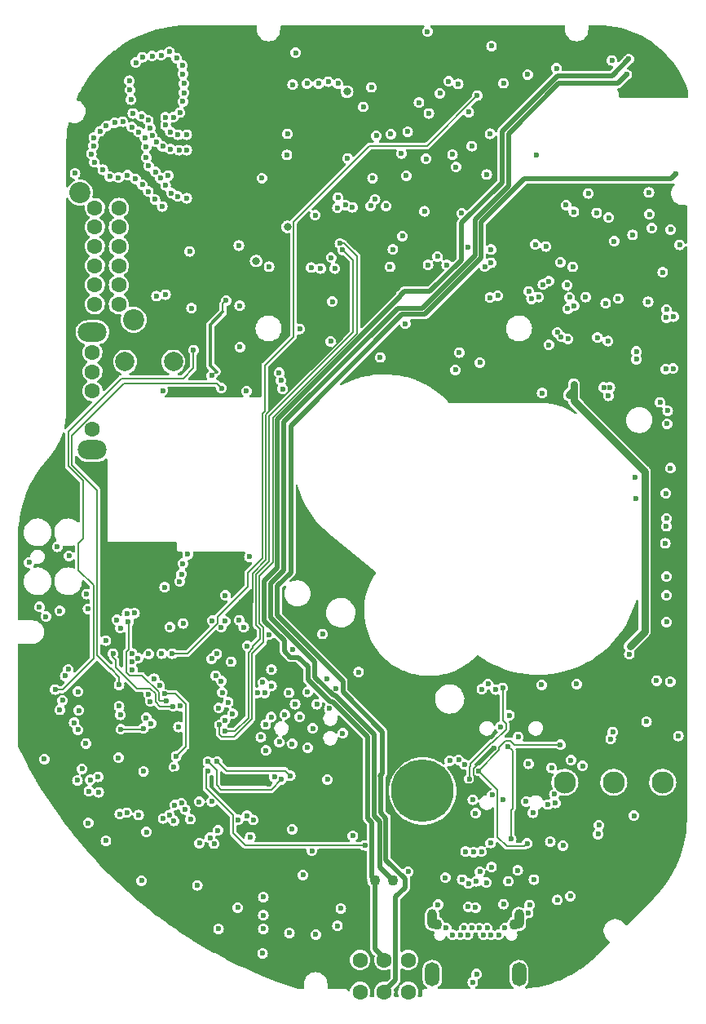
<source format=gbr>
G04 #@! TF.GenerationSoftware,KiCad,Pcbnew,6.0.0+dfsg1-2*
G04 #@! TF.CreationDate,2022-05-11T22:29:46-04:00*
G04 #@! TF.ProjectId,RUSP_Mainboard,52555350-5f4d-4616-996e-626f6172642e,rev?*
G04 #@! TF.SameCoordinates,Original*
G04 #@! TF.FileFunction,Copper,L5,Inr*
G04 #@! TF.FilePolarity,Positive*
%FSLAX46Y46*%
G04 Gerber Fmt 4.6, Leading zero omitted, Abs format (unit mm)*
G04 Created by KiCad (PCBNEW 6.0.0+dfsg1-2) date 2022-05-11 22:29:46*
%MOMM*%
%LPD*%
G01*
G04 APERTURE LIST*
G04 #@! TA.AperFunction,ComponentPad*
%ADD10C,2.300000*%
G04 #@! TD*
G04 #@! TA.AperFunction,ComponentPad*
%ADD11C,6.500000*%
G04 #@! TD*
G04 #@! TA.AperFunction,ComponentPad*
%ADD12C,1.600000*%
G04 #@! TD*
G04 #@! TA.AperFunction,ComponentPad*
%ADD13C,0.600000*%
G04 #@! TD*
G04 #@! TA.AperFunction,ComponentPad*
%ADD14O,1.000000X2.000000*%
G04 #@! TD*
G04 #@! TA.AperFunction,ComponentPad*
%ADD15O,1.500000X2.500000*%
G04 #@! TD*
G04 #@! TA.AperFunction,ComponentPad*
%ADD16C,1.100000*%
G04 #@! TD*
G04 #@! TA.AperFunction,ComponentPad*
%ADD17C,2.000000*%
G04 #@! TD*
G04 #@! TA.AperFunction,ComponentPad*
%ADD18O,3.000000X2.000000*%
G04 #@! TD*
G04 #@! TA.AperFunction,ComponentPad*
%ADD19C,2.200000*%
G04 #@! TD*
G04 #@! TA.AperFunction,ViaPad*
%ADD20C,0.600000*%
G04 #@! TD*
G04 #@! TA.AperFunction,ViaPad*
%ADD21C,0.800000*%
G04 #@! TD*
G04 #@! TA.AperFunction,Conductor*
%ADD22C,0.200000*%
G04 #@! TD*
G04 #@! TA.AperFunction,Conductor*
%ADD23C,0.180000*%
G04 #@! TD*
G04 #@! TA.AperFunction,Conductor*
%ADD24C,0.350000*%
G04 #@! TD*
G04 #@! TA.AperFunction,Conductor*
%ADD25C,0.500000*%
G04 #@! TD*
G04 #@! TA.AperFunction,Conductor*
%ADD26C,0.750000*%
G04 #@! TD*
G04 APERTURE END LIST*
D10*
X178930000Y-133100000D03*
X173850000Y-133100000D03*
X168770000Y-133100000D03*
D11*
X154000000Y-134000000D03*
D12*
X147500000Y-154850000D03*
X150000000Y-154850000D03*
X152500000Y-154850000D03*
X147500000Y-151550000D03*
X150000000Y-151550000D03*
X152500000Y-151550000D03*
D13*
X162550000Y-148230000D03*
X161900000Y-148930000D03*
X161100000Y-148930000D03*
X160700000Y-148230000D03*
X160300000Y-148930000D03*
X159900000Y-148230000D03*
X159100000Y-148230000D03*
X158700000Y-148930000D03*
X158300000Y-148230000D03*
X157900000Y-148930000D03*
X157100000Y-148930000D03*
X156450000Y-148230000D03*
D14*
X164000000Y-147280000D03*
D15*
X164000000Y-153030000D03*
D14*
X155000000Y-147280000D03*
D15*
X155000000Y-153030000D03*
D16*
X163550000Y-147830000D03*
X155450000Y-147830000D03*
D17*
X128100000Y-89460000D03*
X123100000Y-89460000D03*
D16*
X149050000Y-143300000D03*
X150950000Y-143300000D03*
D18*
X119700000Y-86400000D03*
X119700000Y-98600000D03*
D12*
X119700000Y-96500000D03*
X119700000Y-92500000D03*
X119700000Y-90500000D03*
X119700000Y-88500000D03*
D19*
X118400000Y-71900000D03*
X124000000Y-85100000D03*
D12*
X119950000Y-73500000D03*
X119950000Y-75500000D03*
X119950000Y-77500000D03*
X119950000Y-79500000D03*
X119950000Y-81500000D03*
X119950000Y-83500000D03*
X122450000Y-73500000D03*
X122450000Y-75500000D03*
X122450000Y-77500000D03*
X122450000Y-79500000D03*
X122450000Y-81500000D03*
X122450000Y-83500000D03*
D20*
X131700000Y-131900000D03*
X119264658Y-137323290D03*
X116300000Y-115300000D03*
X114700000Y-130700000D03*
X179720450Y-100507414D03*
X180056788Y-84780504D03*
X118200000Y-127650000D03*
X126900000Y-119750489D03*
X138030758Y-117769230D03*
X140100000Y-123800000D03*
X147345121Y-121661222D03*
X144300000Y-125450000D03*
X169328814Y-144905570D03*
X138616501Y-132550022D03*
X140493982Y-119313200D03*
X168000000Y-145300000D03*
X124800000Y-143300000D03*
X149200000Y-66000000D03*
X180560011Y-128302177D03*
X135800000Y-118950000D03*
X173433530Y-92123688D03*
X157400000Y-90300000D03*
X161001039Y-65812546D03*
X167900000Y-59000000D03*
X140163596Y-148736404D03*
X127574936Y-70119523D03*
X145150000Y-147999998D03*
X159210606Y-134910606D03*
X157750000Y-130775000D03*
X179714697Y-122654751D03*
X165029876Y-82136144D03*
X170924990Y-82750000D03*
X173250010Y-87311079D03*
X179449990Y-94550000D03*
X127700003Y-57299997D03*
X160800000Y-122900000D03*
X133500000Y-113699982D03*
X126350000Y-82650000D03*
X119249990Y-115100000D03*
X129988909Y-83888909D03*
X119100000Y-113570000D03*
X166350000Y-123000000D03*
X119030876Y-129070014D03*
X145006655Y-123407362D03*
X117275000Y-109600000D03*
X128650000Y-127360000D03*
X167100000Y-81100000D03*
X162897865Y-143357657D03*
X137399998Y-122731837D03*
X158100000Y-143199996D03*
X155800000Y-61600000D03*
X155600000Y-145800000D03*
X137450010Y-148300000D03*
X166492576Y-81449990D03*
X179300000Y-106525000D03*
X127200000Y-112850000D03*
X159500034Y-136300000D03*
X129100000Y-110400000D03*
X179997593Y-90164786D03*
X129895340Y-136921118D03*
X126110112Y-122363296D03*
X180688918Y-77331086D03*
X157449937Y-69258906D03*
X172822809Y-92125535D03*
X137720328Y-129799098D03*
X159485576Y-146111532D03*
X136400000Y-137000000D03*
X137378476Y-150856308D03*
X132800000Y-148300000D03*
X134846859Y-136977937D03*
X163200000Y-138999998D03*
X119342673Y-134025514D03*
X113122343Y-110293032D03*
X162835228Y-129362576D03*
X114200000Y-114899996D03*
X124500000Y-136500000D03*
X123850762Y-121400000D03*
X158833456Y-132738725D03*
X116050000Y-108650000D03*
X146750000Y-138650000D03*
X125307886Y-138244710D03*
X162321155Y-123293956D03*
X114883338Y-115897623D03*
X163007305Y-126140012D03*
X127192601Y-123923178D03*
X118150000Y-132900000D03*
X128400000Y-130400000D03*
X158349989Y-131249989D03*
X129600000Y-109450000D03*
X116319319Y-125578640D03*
X134800000Y-146100000D03*
X159600000Y-153000000D03*
X142900000Y-148886012D03*
X159200000Y-153850000D03*
X116600000Y-124600000D03*
X128950000Y-111500000D03*
D21*
X135400000Y-60499992D03*
X137600000Y-60500000D03*
X171200000Y-58400000D03*
D20*
X150900000Y-55200000D03*
X158014427Y-132813160D03*
X141293468Y-129498388D03*
X145951735Y-144368233D03*
X128450000Y-115850000D03*
X119000000Y-116120000D03*
X126000000Y-110800000D03*
X144917713Y-118850011D03*
X142000000Y-152000000D03*
X114100000Y-121600000D03*
X161394989Y-129531161D03*
X159100000Y-83950000D03*
X174013731Y-120753344D03*
X141850000Y-124950000D03*
X128426138Y-132198305D03*
X115754055Y-109644213D03*
X165500000Y-79500000D03*
X140010000Y-120830000D03*
X145827215Y-78971078D03*
X127420519Y-123209170D03*
X135158125Y-114394305D03*
X138081782Y-133256773D03*
X130900000Y-147500000D03*
X138400000Y-150100000D03*
X118598468Y-130376300D03*
X134295976Y-122605775D03*
X143100000Y-77550004D03*
X137894061Y-140318967D03*
X136500000Y-57220000D03*
X167100000Y-87700000D03*
X172999998Y-83400000D03*
X168388130Y-86863865D03*
X168000000Y-86400000D03*
X137450010Y-146885986D03*
X164953238Y-146660513D03*
X160100000Y-140299982D03*
X166400000Y-92700000D03*
X165700000Y-77300000D03*
X145700000Y-128000000D03*
X128161149Y-131497209D03*
X159807055Y-131899437D03*
X168293989Y-129208897D03*
X164850012Y-139430015D03*
X138300000Y-123100000D03*
X125000000Y-127500000D03*
X165100000Y-145825000D03*
X129322965Y-135915687D03*
X122653197Y-127600000D03*
X117800000Y-126900000D03*
X133185393Y-123776793D03*
X132100000Y-90900000D03*
X135419058Y-116995405D03*
X133591949Y-83108051D03*
X136000000Y-109700000D03*
X132619368Y-119759332D03*
D21*
X139950000Y-75450000D03*
D20*
X152300000Y-70150000D03*
X150900000Y-77800000D03*
X158725000Y-77575000D03*
X172072484Y-74027516D03*
X129800000Y-78000000D03*
X127300000Y-64100000D03*
X161108051Y-77816949D03*
X129200000Y-60600000D03*
X126750000Y-70400000D03*
X154200000Y-73850000D03*
X127000000Y-67100002D03*
X177548055Y-74168047D03*
X119600000Y-67900000D03*
X125300000Y-67150000D03*
X125300000Y-68250000D03*
X157800000Y-88500000D03*
X123900000Y-63700000D03*
X122850000Y-64550000D03*
X129100000Y-62450000D03*
X119900000Y-68750000D03*
X129500000Y-72500000D03*
X127300000Y-71150000D03*
X119850000Y-66200000D03*
X125500000Y-71800000D03*
X123700000Y-62250000D03*
X125150000Y-66200000D03*
X168294427Y-79137079D03*
X123550000Y-60300000D03*
X164900000Y-59650000D03*
X123350000Y-70100000D03*
X122000000Y-64650000D03*
X124800000Y-64000000D03*
X126349997Y-66649997D03*
X127800000Y-65600000D03*
X125700000Y-65200000D03*
X127900000Y-71950000D03*
X124900000Y-57850000D03*
X126250000Y-69750000D03*
X128100000Y-64100000D03*
X139950000Y-65800000D03*
X150600000Y-79600000D03*
X122400000Y-70350000D03*
X119800000Y-67050000D03*
X129092582Y-59600011D03*
X144508131Y-78644408D03*
X129200000Y-61550000D03*
X125550000Y-69150000D03*
X129050000Y-58700000D03*
X151890000Y-76414980D03*
X127300000Y-64900000D03*
X123600000Y-61250000D03*
X128600000Y-65900000D03*
X161100000Y-79200000D03*
X126850000Y-57650000D03*
X158052903Y-74057853D03*
X128700000Y-67500000D03*
X142850000Y-74250000D03*
X125500000Y-64400000D03*
X124200000Y-70500000D03*
X148800000Y-70400000D03*
X121500000Y-70250000D03*
X128800000Y-63600000D03*
X125900000Y-66000000D03*
X150200000Y-73300000D03*
X153613589Y-62563589D03*
X129500000Y-67500000D03*
X128550000Y-72300000D03*
X126950000Y-73350000D03*
X121150000Y-65000000D03*
X120500000Y-65550000D03*
X120777856Y-69534553D03*
X128450000Y-57950000D03*
X124206000Y-58420000D03*
X154500000Y-55200000D03*
X127800000Y-67400000D03*
X124500000Y-65600000D03*
X144450000Y-87350000D03*
X129500000Y-65900000D03*
X139900000Y-68000000D03*
X123800000Y-65100000D03*
X124900000Y-71100000D03*
X138050000Y-79600000D03*
X127300000Y-82500000D03*
X125900000Y-57750000D03*
X173650000Y-58200000D03*
X126200000Y-72600000D03*
X144884826Y-79784826D03*
X162400000Y-60550000D03*
X137300000Y-70400000D03*
X155543243Y-78543235D03*
X154562516Y-79399991D03*
X177500000Y-71900000D03*
X151800000Y-67850014D03*
X123829393Y-119744520D03*
X161224675Y-134423621D03*
X158740008Y-146030006D03*
X140456670Y-137969779D03*
X158770461Y-143603692D03*
X134100000Y-120581969D03*
X163934989Y-128375512D03*
X125300000Y-126400000D03*
X122600000Y-126100000D03*
X154350014Y-68400000D03*
X165800000Y-68000000D03*
X169744537Y-83656374D03*
X169270000Y-82780000D03*
X169063024Y-83969516D03*
X169099999Y-87100000D03*
X166040002Y-82740000D03*
X165296510Y-82927686D03*
X172150000Y-86950000D03*
X144100000Y-132800000D03*
X124443170Y-120214188D03*
X117900000Y-69900000D03*
X142498411Y-140199500D03*
X145200000Y-72400000D03*
X161058506Y-139396453D03*
X121100000Y-118400000D03*
X126659771Y-123046743D03*
X133088365Y-122600000D03*
X133489115Y-116371564D03*
X161569672Y-123467491D03*
X132076788Y-120277140D03*
X170000000Y-122900000D03*
X160150000Y-123450000D03*
X169001256Y-81497498D03*
X119488332Y-132850500D03*
X172210082Y-138488090D03*
X127050000Y-136850000D03*
X162395214Y-145747381D03*
X145500000Y-146200000D03*
X178300000Y-122550000D03*
X128159181Y-137111213D03*
X163875000Y-142225000D03*
X128960399Y-135259715D03*
X179329998Y-116470000D03*
X156350000Y-143000000D03*
X152486495Y-142379670D03*
X125700000Y-124710980D03*
X179329986Y-111750000D03*
X165550010Y-143199988D03*
X179329988Y-105702517D03*
X134249988Y-125975911D03*
X139669659Y-126076728D03*
X176063844Y-101494398D03*
X141240902Y-126313333D03*
X179376670Y-95900412D03*
X175950000Y-136550000D03*
X136816718Y-123805350D03*
X179250032Y-90225372D03*
X127750000Y-117000000D03*
X179329988Y-84050605D03*
X178925000Y-80175000D03*
X129119748Y-116616916D03*
X124084589Y-115549990D03*
X123800000Y-120600000D03*
X168569806Y-139669806D03*
X123272314Y-136238774D03*
X159676302Y-61840422D03*
X128000000Y-119750489D03*
X122540351Y-136399970D03*
X137450010Y-144999979D03*
X120361717Y-134146580D03*
X158459422Y-140288341D03*
X121099243Y-139157793D03*
X120300000Y-132525000D03*
X132150009Y-116325031D03*
X148000000Y-139650000D03*
X138280932Y-126331901D03*
X141225000Y-86050000D03*
X133442236Y-127800004D03*
X145705719Y-77871067D03*
X132892226Y-127141328D03*
X145400010Y-77186187D03*
X138300000Y-121400000D03*
X128838265Y-125198765D03*
X144050000Y-122400000D03*
X133076751Y-116998042D03*
X162100000Y-127339987D03*
X134939137Y-116266574D03*
X125537120Y-119778161D03*
X135700000Y-92500000D03*
X116870570Y-122056301D03*
X117199979Y-121382500D03*
X127000000Y-92449500D03*
X157691706Y-60633658D03*
X128750000Y-112250000D03*
X169400000Y-130800000D03*
X162362500Y-134887500D03*
X173530780Y-128597383D03*
X167250000Y-139250000D03*
X165441537Y-136248857D03*
X173748741Y-127879741D03*
X159575000Y-143375000D03*
X167000000Y-135400000D03*
X159941967Y-142381293D03*
X167799600Y-135249447D03*
X160625000Y-143500000D03*
X167400000Y-131600000D03*
X161150000Y-141900000D03*
X167663993Y-134336007D03*
X179200000Y-108300000D03*
X133459342Y-126650515D03*
X142041328Y-123724400D03*
X175455700Y-119809627D03*
X177800000Y-75600000D03*
X172312635Y-137550095D03*
X127716214Y-136506618D03*
X139323945Y-132799102D03*
X131700000Y-130949500D03*
X128238556Y-135461444D03*
X177249990Y-126800000D03*
X179329984Y-113700000D03*
X122600000Y-117100000D03*
X177417666Y-83254074D03*
X122250010Y-116250000D03*
X137596545Y-123831848D03*
X179300000Y-84900008D03*
X178661080Y-93658913D03*
X140749989Y-124996413D03*
X176160456Y-103639544D03*
X142582862Y-127510040D03*
X137700000Y-127100000D03*
X179260872Y-103112230D03*
X175400000Y-58050000D03*
X161150000Y-56700000D03*
X148675000Y-60975000D03*
X156500000Y-79400000D03*
X139274732Y-91397883D03*
X139100000Y-90600000D03*
X152200000Y-85500000D03*
X169700000Y-91800000D03*
X169200000Y-92900000D03*
X149600000Y-89000000D03*
X159950001Y-89549999D03*
X175518747Y-118968748D03*
X143599070Y-117700928D03*
X165002967Y-131177396D03*
X156815005Y-130857162D03*
X140252343Y-132414535D03*
X132650498Y-130949500D03*
X169600000Y-79600000D03*
X118275623Y-125647791D03*
X137200000Y-128400000D03*
X135019982Y-87930018D03*
X115830737Y-123478434D03*
X130200000Y-88250000D03*
D21*
X136700000Y-79000000D03*
D20*
X157100000Y-67950000D03*
X170600000Y-131400000D03*
X150698584Y-65851416D03*
X160650051Y-70028957D03*
X146200000Y-68350000D03*
X130800000Y-135120002D03*
X164745202Y-135085968D03*
X133100000Y-92200000D03*
X122475500Y-123000000D03*
X135000000Y-83650000D03*
X135750000Y-136550002D03*
X125800000Y-127000000D03*
X122400000Y-130549500D03*
X118624056Y-131703277D03*
X123436998Y-116463002D03*
X127400000Y-124661480D03*
X123303101Y-115551993D03*
X180300000Y-70000000D03*
X175200000Y-59650000D03*
X132828975Y-125383842D03*
X122475500Y-125198698D03*
X139462186Y-92284259D03*
X125017385Y-131952356D03*
X134911444Y-77411444D03*
X168900000Y-73200000D03*
X142000000Y-60600000D03*
X169700000Y-73900000D03*
X140500000Y-60700000D03*
X171200000Y-72000000D03*
X144200000Y-60400000D03*
X143200000Y-60600000D03*
X173325688Y-74503608D03*
X145200000Y-60600000D03*
X175799991Y-76299990D03*
X173900000Y-76950000D03*
X140800000Y-57400000D03*
X161800000Y-82600000D03*
X176200000Y-88400000D03*
X161000000Y-82800000D03*
X176200000Y-89200004D03*
X166800000Y-77500000D03*
X173291498Y-92987511D03*
X142431908Y-79681908D03*
X144626416Y-83226416D03*
X160457307Y-79585616D03*
D21*
X146152873Y-61447127D03*
D20*
X145145765Y-73482225D03*
X146000000Y-73200000D03*
X146710971Y-73438790D03*
X149050000Y-72600000D03*
X143403799Y-79785729D03*
X148588909Y-73288909D03*
X132739257Y-138075000D03*
X136100000Y-138799988D03*
X132100000Y-135100016D03*
X121838556Y-119738556D03*
X128088862Y-125210980D03*
X152450002Y-65582859D03*
X154650000Y-63700000D03*
X179750000Y-75750000D03*
X158799989Y-63545732D03*
X159111086Y-67088918D03*
X156700000Y-60350000D03*
X147848584Y-63001416D03*
X174300000Y-82900000D03*
X130809699Y-139411025D03*
X139115237Y-128915237D03*
X133800000Y-124800000D03*
X125542672Y-123978178D03*
X118200000Y-123700000D03*
X132500000Y-122030500D03*
X159298924Y-140350011D03*
X140440000Y-129100000D03*
X131913682Y-138840539D03*
X143000000Y-125000000D03*
X132331350Y-139463479D03*
X142042969Y-129500098D03*
X130600000Y-143800000D03*
X141572779Y-142725149D03*
D22*
X131700000Y-132000000D02*
X131700000Y-131900000D01*
X131500000Y-132200000D02*
X131700000Y-132000000D01*
X131700000Y-130949500D02*
X132600000Y-131849500D01*
X132600000Y-131849500D02*
X132600000Y-133414002D01*
X138273046Y-133850001D02*
X139323945Y-132799102D01*
X132600000Y-133414002D02*
X133035999Y-133850001D01*
X133035999Y-133850001D02*
X138273046Y-133850001D01*
X132650498Y-130949500D02*
X133600999Y-131900001D01*
X133600999Y-131900001D02*
X139737809Y-131900001D01*
X139737809Y-131900001D02*
X140252343Y-132414535D01*
X148000000Y-139650000D02*
X135600000Y-139650000D01*
X135600000Y-139650000D02*
X134296858Y-138346858D01*
X134296858Y-138346858D02*
X134296858Y-136510860D01*
X134296858Y-136510860D02*
X131500000Y-133714002D01*
X131500000Y-133714002D02*
X131500000Y-132200000D01*
X163152248Y-136002248D02*
X163320872Y-135833624D01*
X163152248Y-138747752D02*
X163152248Y-139102248D01*
X163152248Y-138747752D02*
X163150000Y-138750000D01*
X163320872Y-135833624D02*
X163320872Y-129848220D01*
X163152248Y-136002248D02*
X163152248Y-138747752D01*
X163320872Y-129848220D02*
X162835228Y-129362576D01*
X158907043Y-131490457D02*
X158907043Y-132665138D01*
X161272831Y-128981160D02*
X161144574Y-128981160D01*
X162321155Y-123293956D02*
X162321155Y-126726673D01*
X161144574Y-128981160D02*
X158975002Y-131150732D01*
X162321155Y-126726673D02*
X162650001Y-127055519D01*
X158975002Y-131422498D02*
X158907043Y-131490457D01*
X162650001Y-127603990D02*
X161272831Y-128981160D01*
X158907043Y-132665138D02*
X158833456Y-132738725D01*
X162650001Y-127055519D02*
X162650001Y-127603990D01*
X158975002Y-131150732D02*
X158975002Y-131422498D01*
X128339805Y-123923178D02*
X129400000Y-124983373D01*
X127192601Y-123923178D02*
X128339805Y-123923178D01*
X129400000Y-124983373D02*
X129400000Y-129400000D01*
X129400000Y-129400000D02*
X128400000Y-130400000D01*
X145668316Y-87034582D02*
X137726308Y-94976590D01*
X145827215Y-78971078D02*
X145668316Y-79129977D01*
X159257054Y-131669096D02*
X159257054Y-132348319D01*
X145668316Y-78994052D02*
X144224268Y-77550004D01*
X137726308Y-110009862D02*
X136330000Y-111406170D01*
X161394989Y-129531161D02*
X159257054Y-131669096D01*
X159383458Y-132474723D02*
X159383458Y-133002727D01*
D23*
X135158125Y-114394305D02*
X136304305Y-114394305D01*
D22*
X145668316Y-87034582D02*
X145668316Y-78994052D01*
X137726308Y-94976590D02*
X137726308Y-110009862D01*
X136330000Y-111406170D02*
X136330000Y-114420000D01*
X159097458Y-133288727D02*
X158489994Y-133288727D01*
X159383458Y-133002727D02*
X159097458Y-133288727D01*
X144224268Y-77550004D02*
X143100000Y-77550004D01*
X159257054Y-132348319D02*
X159383458Y-132474723D01*
X158489994Y-133288727D02*
X158014427Y-132813160D01*
X163495551Y-129208897D02*
X163099229Y-128812575D01*
X124900000Y-127600000D02*
X122653197Y-127600000D01*
X168293989Y-129208897D02*
X163495551Y-129208897D01*
X164850012Y-139430015D02*
X164550013Y-139730014D01*
X163099229Y-128812575D02*
X162571227Y-128812575D01*
X164550013Y-139730014D02*
X162730014Y-139730014D01*
X161944990Y-129438812D02*
X161944990Y-129761502D01*
X125000000Y-127500000D02*
X124900000Y-127600000D01*
X161944990Y-129761502D02*
X159807055Y-131899437D01*
X161774676Y-138774676D02*
X161774676Y-133867058D01*
X161774676Y-133867058D02*
X159807055Y-131899437D01*
X162730014Y-139730014D02*
X161774676Y-138774676D01*
X162571227Y-128812575D02*
X161944990Y-129438812D01*
D24*
X132600000Y-90500000D02*
X131958051Y-89858051D01*
D22*
X132500000Y-90500000D02*
X132100000Y-90900000D01*
X132600000Y-90500000D02*
X132500000Y-90500000D01*
D24*
X131958051Y-89858051D02*
X131958051Y-85591949D01*
D22*
X133250000Y-84300000D02*
X133250000Y-83450000D01*
X133250000Y-83450000D02*
X133591949Y-83108051D01*
D24*
X131958051Y-85591949D02*
X133250000Y-84300000D01*
D22*
X137376297Y-109828713D02*
X137376297Y-94832305D01*
X137600000Y-94608602D02*
X137600000Y-89850000D01*
X154466725Y-67049999D02*
X148485999Y-67049999D01*
X132700010Y-115969990D02*
X135880000Y-112790000D01*
X140600001Y-74935997D02*
X148485999Y-67049999D01*
X135880000Y-111325010D02*
X137376297Y-109828713D01*
X129538553Y-119750489D02*
X132700010Y-116589032D01*
X140600001Y-86849999D02*
X140600001Y-74935997D01*
X137600000Y-89850000D02*
X140600001Y-86849999D01*
X132700010Y-116589032D02*
X132700010Y-115969990D01*
X135880000Y-112790000D02*
X135880000Y-111325010D01*
X128000000Y-119750489D02*
X129538553Y-119750489D01*
X137376297Y-94832305D02*
X137600000Y-94608602D01*
X159676302Y-61840422D02*
X154466725Y-67049999D01*
X146800011Y-86397877D02*
X138076319Y-95121569D01*
X138076318Y-110154842D02*
X136680011Y-111551149D01*
X136349511Y-119177616D02*
X135900000Y-119627127D01*
X145705719Y-77871067D02*
X146800011Y-78965359D01*
X137130747Y-118178211D02*
X136349511Y-118959447D01*
X136349511Y-118959447D02*
X136349511Y-119177616D01*
X135900000Y-119627127D02*
X135900000Y-126394433D01*
X136680011Y-116751377D02*
X137130747Y-117202113D01*
X137130747Y-117202113D02*
X137130747Y-118178211D01*
X135900000Y-126394433D02*
X134494429Y-127800004D01*
X134494429Y-127800004D02*
X133442236Y-127800004D01*
X146800011Y-78965359D02*
X146800011Y-86397877D01*
X138076319Y-95121569D02*
X138076318Y-110154842D01*
X136680011Y-111551149D02*
X136680011Y-116751377D01*
X136249520Y-126539903D02*
X134439409Y-128350014D01*
X145400010Y-77186187D02*
X145824274Y-77186187D01*
X138426330Y-95266548D02*
X138426328Y-110299822D01*
X137480758Y-118540665D02*
X136249520Y-119771903D01*
X136249520Y-119771903D02*
X136249520Y-126539903D01*
X147175000Y-86517877D02*
X138426330Y-95266548D01*
X147175000Y-78536913D02*
X147175000Y-86517877D01*
X133123712Y-128350014D02*
X132892226Y-128118528D01*
X137030022Y-111696128D02*
X137030022Y-116606398D01*
X134439409Y-128350014D02*
X133123712Y-128350014D01*
X137030022Y-116606398D02*
X137480758Y-117057134D01*
X137480758Y-117057134D02*
X137480758Y-118540665D01*
X145824274Y-77186187D02*
X147175000Y-78536913D01*
X132892226Y-128118528D02*
X132892226Y-127141328D01*
X138426328Y-110299822D02*
X137030022Y-111696128D01*
D25*
X142080000Y-122417501D02*
X142080000Y-121130000D01*
X154761020Y-82174978D02*
X158024999Y-78910999D01*
X151705977Y-82538978D02*
X152069977Y-82174978D01*
X162250000Y-70850000D02*
X162250000Y-65550000D01*
X138926341Y-110854403D02*
X138926341Y-95473659D01*
X139650034Y-119505254D02*
X140274779Y-120129999D01*
X138926341Y-95473659D02*
X151705977Y-82694023D01*
X158024999Y-75075001D02*
X162250000Y-70850000D01*
X139650034Y-118398542D02*
X137570000Y-116318508D01*
X140274779Y-120129999D02*
X141079999Y-120129999D01*
X137570000Y-112210744D02*
X138926341Y-110854403D01*
X141079999Y-120129999D02*
X142080000Y-121130000D01*
X158024999Y-78910999D02*
X158024999Y-75075001D01*
X137570000Y-116318508D02*
X137570000Y-112210744D01*
X151705977Y-82694023D02*
X151705977Y-82538978D01*
X162250000Y-65550000D02*
X168000001Y-59799999D01*
X139650034Y-118398542D02*
X139650034Y-119505254D01*
X148299978Y-128413976D02*
X144636001Y-124749999D01*
X144412498Y-124749999D02*
X142080000Y-122417501D01*
X173650001Y-59799999D02*
X175400000Y-58050000D01*
X144636001Y-124749999D02*
X144412498Y-124749999D01*
X152069977Y-82174978D02*
X154761020Y-82174978D01*
X149050000Y-143300000D02*
X148700002Y-142950002D01*
X168000001Y-59799999D02*
X173650001Y-59799999D01*
X148700002Y-142950002D02*
X148700002Y-137230002D01*
X148700002Y-137230002D02*
X148299978Y-136829978D01*
X148299978Y-136829978D02*
X148299978Y-128413976D01*
X149050000Y-150400000D02*
X150050000Y-151400000D01*
X149050000Y-143300000D02*
X149050000Y-150400000D01*
D26*
X177035010Y-100835010D02*
X177035010Y-117452485D01*
X169700000Y-91800000D02*
X169700000Y-93500000D01*
X169700000Y-93500000D02*
X177035010Y-100835010D01*
X169200000Y-92900000D02*
X169700000Y-92400000D01*
X177035010Y-117452485D02*
X175518747Y-118968748D01*
D22*
X119800000Y-120287439D02*
X116609005Y-123478434D01*
X117200000Y-100300000D02*
X118729980Y-101829980D01*
X118234979Y-111066020D02*
X119800000Y-112631041D01*
X116609005Y-123478434D02*
X115830737Y-123478434D01*
X118729980Y-107838979D02*
X118234979Y-108333980D01*
X122700000Y-91200000D02*
X117200000Y-96700000D01*
X118234979Y-108333980D02*
X118234979Y-111066020D01*
X129114002Y-91200000D02*
X122700000Y-91200000D01*
X130200000Y-88250000D02*
X130200000Y-90114002D01*
X130200000Y-90114002D02*
X129114002Y-91200000D01*
X117200000Y-96700000D02*
X117200000Y-100300000D01*
X118729980Y-101829980D02*
X118729980Y-107838979D01*
X119800000Y-112631041D02*
X119800000Y-120287439D01*
X117550010Y-100155022D02*
X120175511Y-102780523D01*
X122475500Y-122175500D02*
X122475500Y-123000000D01*
X133100000Y-92200000D02*
X132600000Y-91700000D01*
X121600000Y-121300000D02*
X122475500Y-122175500D01*
X117550010Y-97095988D02*
X117550010Y-100155022D01*
X122945998Y-91700000D02*
X117550010Y-97095988D01*
X121600002Y-121349980D02*
X121600002Y-121300002D01*
X120175511Y-102780523D02*
X120175511Y-119925489D01*
X132600000Y-91700000D02*
X122945998Y-91700000D01*
X120175511Y-119925489D02*
X121600002Y-121349980D01*
X123200000Y-119596786D02*
X123500000Y-119296786D01*
X127400000Y-124661480D02*
X126661480Y-124661480D01*
X124835917Y-122000000D02*
X123549520Y-122000000D01*
X126661480Y-124661480D02*
X126599031Y-124599031D01*
X123200000Y-121650480D02*
X123200000Y-119600000D01*
X123500000Y-119296786D02*
X123500000Y-116400000D01*
X123200000Y-119600000D02*
X123200000Y-119596786D01*
X123549520Y-122000000D02*
X123200000Y-121650480D01*
X123500000Y-116400000D02*
X123436998Y-116463002D01*
X126599031Y-124599031D02*
X126599030Y-123763113D01*
X126599030Y-123763113D02*
X124835917Y-122000000D01*
D25*
X145710000Y-123760000D02*
X149800000Y-127850000D01*
X160075010Y-78699496D02*
X154224496Y-84550010D01*
X152200000Y-144000000D02*
X151200001Y-144999999D01*
X140300014Y-96099986D02*
X140300014Y-111319238D01*
X138870022Y-112749230D02*
X138870022Y-115780022D01*
X149640000Y-136250000D02*
X150193591Y-136803591D01*
X149800000Y-127850000D02*
X149800000Y-132200000D01*
X150193591Y-141137589D02*
X152200000Y-143143998D01*
X164569253Y-70500001D02*
X160075011Y-74994243D01*
X160075011Y-74994243D02*
X160075010Y-78699496D01*
X152200000Y-143143998D02*
X152200000Y-144000000D01*
X154224496Y-84550010D02*
X151849990Y-84550010D01*
X145710000Y-122620000D02*
X145710000Y-123760000D01*
X180300000Y-70000000D02*
X179799999Y-70500001D01*
X140300014Y-111319238D02*
X138870022Y-112749230D01*
X151200001Y-153599999D02*
X150000000Y-154800000D01*
X149640000Y-132340000D02*
X149640000Y-136250000D01*
X149800000Y-132200000D02*
X149600000Y-132400000D01*
X138870022Y-115780022D02*
X145710000Y-122620000D01*
X151849990Y-84550010D02*
X140300014Y-96099986D01*
X150193591Y-136803591D02*
X150193591Y-141137589D01*
X151200001Y-144999999D02*
X151200001Y-153599999D01*
X179799999Y-70500001D02*
X164569253Y-70500001D01*
X142796226Y-122196226D02*
X144699988Y-124099988D01*
X162950000Y-65769254D02*
X162950000Y-71200000D01*
X148949989Y-128144733D02*
X148949989Y-136560735D01*
X138220011Y-112479987D02*
X138220011Y-116049265D01*
X168119254Y-60600000D02*
X162950000Y-65769254D01*
X144905244Y-124099988D02*
X148949989Y-128144733D01*
X138220011Y-116049265D02*
X142796226Y-120625480D01*
X139600000Y-111099998D02*
X138220011Y-112479987D01*
X149543581Y-141893581D02*
X150950000Y-143300000D01*
X142796226Y-120625480D02*
X142796226Y-122196226D01*
X139600000Y-95719254D02*
X139600000Y-111099998D01*
X162950000Y-71200000D02*
X159425000Y-74725000D01*
X149543581Y-137154327D02*
X149543581Y-141893581D01*
X159425000Y-74725000D02*
X159425000Y-78430252D01*
X148949989Y-136560735D02*
X149543581Y-137154327D01*
X175200000Y-59650000D02*
X174250000Y-60600000D01*
X159425000Y-78430252D02*
X153955253Y-83899999D01*
X174250000Y-60600000D02*
X168119254Y-60600000D01*
X144699988Y-124099988D02*
X144905244Y-124099988D01*
X153955253Y-83899999D02*
X151419254Y-83900000D01*
X151419254Y-83900000D02*
X139600000Y-95719254D01*
D22*
X126710980Y-125210980D02*
X126249511Y-124749511D01*
X121800000Y-120100000D02*
X121800000Y-119777112D01*
X125692110Y-123350489D02*
X124350489Y-123350489D01*
X121800000Y-119777112D02*
X121838556Y-119738556D01*
X126249511Y-123907890D02*
X125692110Y-123350489D01*
X126249511Y-124749511D02*
X126249511Y-123907890D01*
X122149513Y-121149513D02*
X122149513Y-120449513D01*
X124350489Y-123350489D02*
X122149513Y-121149513D01*
X128088862Y-125210980D02*
X126710980Y-125210980D01*
X122149513Y-120449513D02*
X121800000Y-120100000D01*
G04 #@! TA.AperFunction,Conductor*
G36*
X116778728Y-96788419D02*
G01*
X116831189Y-96836255D01*
X116849500Y-96901670D01*
X116849500Y-100249176D01*
X116847467Y-100268275D01*
X116847240Y-100273083D01*
X116845049Y-100283261D01*
X116846273Y-100293600D01*
X116848627Y-100313491D01*
X116848937Y-100318746D01*
X116849072Y-100318735D01*
X116849500Y-100323914D01*
X116849500Y-100329115D01*
X116850354Y-100334243D01*
X116850354Y-100334249D01*
X116852389Y-100346473D01*
X116853226Y-100352349D01*
X116858764Y-100399138D01*
X116862423Y-100406758D01*
X116863812Y-100415103D01*
X116868757Y-100424267D01*
X116886192Y-100456580D01*
X116888884Y-100461865D01*
X116909274Y-100504326D01*
X116912592Y-100508274D01*
X116914525Y-100510207D01*
X116915990Y-100511804D01*
X116916254Y-100512294D01*
X116916234Y-100512313D01*
X116916313Y-100512402D01*
X116919222Y-100517794D01*
X116926870Y-100524864D01*
X116926871Y-100524865D01*
X116955636Y-100551455D01*
X116959202Y-100554884D01*
X118342575Y-101938257D01*
X118376601Y-102000569D01*
X118379480Y-102027352D01*
X118379480Y-106027205D01*
X118359478Y-106095326D01*
X118305822Y-106141819D01*
X118235548Y-106151923D01*
X118166429Y-106118299D01*
X118120318Y-106074235D01*
X118083064Y-106038634D01*
X118056128Y-106020259D01*
X117892002Y-105908300D01*
X117887723Y-105905381D01*
X117742642Y-105838037D01*
X117677935Y-105808001D01*
X117677932Y-105808000D01*
X117673240Y-105805822D01*
X117445378Y-105742630D01*
X117440244Y-105742081D01*
X117440242Y-105742081D01*
X117255669Y-105722356D01*
X117255662Y-105722356D01*
X117252334Y-105722000D01*
X117115058Y-105722000D01*
X117112485Y-105722212D01*
X117112474Y-105722212D01*
X117013015Y-105730389D01*
X116939332Y-105736447D01*
X116709994Y-105794053D01*
X116493143Y-105888343D01*
X116466806Y-105905381D01*
X116298944Y-106013975D01*
X116298941Y-106013977D01*
X116294604Y-106016783D01*
X116119709Y-106175925D01*
X115973155Y-106361496D01*
X115858876Y-106568511D01*
X115857149Y-106573389D01*
X115781717Y-106786401D01*
X115779943Y-106791410D01*
X115779036Y-106796503D01*
X115779035Y-106796506D01*
X115742640Y-107000832D01*
X115738476Y-107024208D01*
X115738413Y-107029372D01*
X115736558Y-107181222D01*
X115735587Y-107260654D01*
X115771354Y-107494396D01*
X115784124Y-107533465D01*
X115842683Y-107712624D01*
X115844818Y-107719157D01*
X115954004Y-107928902D01*
X115957114Y-107933044D01*
X115957221Y-107933214D01*
X115976595Y-108001516D01*
X115955966Y-108069450D01*
X115898818Y-108116765D01*
X115842676Y-108140020D01*
X115772375Y-108169139D01*
X115657379Y-108257379D01*
X115569139Y-108372375D01*
X115513670Y-108506291D01*
X115494750Y-108650000D01*
X115513670Y-108793709D01*
X115569139Y-108927625D01*
X115657379Y-109042621D01*
X115772375Y-109130861D01*
X115906291Y-109186330D01*
X116050000Y-109205250D01*
X116193709Y-109186330D01*
X116327625Y-109130861D01*
X116442621Y-109042621D01*
X116530861Y-108927625D01*
X116586330Y-108793709D01*
X116605250Y-108650000D01*
X116606967Y-108650226D01*
X116624174Y-108591625D01*
X116677830Y-108545132D01*
X116748104Y-108535028D01*
X116763844Y-108538329D01*
X116852809Y-108563001D01*
X116904622Y-108577370D01*
X116909756Y-108577919D01*
X116909758Y-108577919D01*
X117094331Y-108597644D01*
X117094338Y-108597644D01*
X117097666Y-108598000D01*
X117234942Y-108598000D01*
X117237515Y-108597788D01*
X117237526Y-108597788D01*
X117336985Y-108589611D01*
X117410668Y-108583553D01*
X117640006Y-108525947D01*
X117708238Y-108496279D01*
X117778684Y-108487459D01*
X117842715Y-108518126D01*
X117880003Y-108578543D01*
X117884479Y-108611829D01*
X117884479Y-109121571D01*
X117864477Y-109189692D01*
X117810821Y-109236185D01*
X117740547Y-109246289D01*
X117675967Y-109216795D01*
X117672042Y-109213141D01*
X117667621Y-109207379D01*
X117552625Y-109119139D01*
X117418709Y-109063670D01*
X117275000Y-109044750D01*
X117131291Y-109063670D01*
X116997375Y-109119139D01*
X116882379Y-109207379D01*
X116794139Y-109322375D01*
X116738670Y-109456291D01*
X116719750Y-109600000D01*
X116738670Y-109743709D01*
X116794139Y-109877625D01*
X116882379Y-109992621D01*
X116997375Y-110080861D01*
X117131291Y-110136330D01*
X117275000Y-110155250D01*
X117418709Y-110136330D01*
X117552625Y-110080861D01*
X117667621Y-109992621D01*
X117670691Y-109988620D01*
X117731696Y-109955308D01*
X117802511Y-109960373D01*
X117859347Y-110002920D01*
X117884158Y-110069440D01*
X117884479Y-110078429D01*
X117884479Y-110786476D01*
X117864477Y-110854597D01*
X117810821Y-110901090D01*
X117740547Y-110911194D01*
X117705430Y-110900764D01*
X117689872Y-110893542D01*
X117677935Y-110888001D01*
X117677932Y-110888000D01*
X117673240Y-110885822D01*
X117445378Y-110822630D01*
X117440244Y-110822081D01*
X117440242Y-110822081D01*
X117255669Y-110802356D01*
X117255662Y-110802356D01*
X117252334Y-110802000D01*
X117115058Y-110802000D01*
X117112485Y-110802212D01*
X117112474Y-110802212D01*
X117013015Y-110810389D01*
X116939332Y-110816447D01*
X116709994Y-110874053D01*
X116493143Y-110968343D01*
X116469134Y-110983875D01*
X116298944Y-111093975D01*
X116298941Y-111093977D01*
X116294604Y-111096783D01*
X116119709Y-111255925D01*
X115973155Y-111441496D01*
X115858876Y-111648511D01*
X115845687Y-111685756D01*
X115784912Y-111857379D01*
X115779943Y-111871410D01*
X115779036Y-111876503D01*
X115779035Y-111876506D01*
X115739464Y-112098663D01*
X115738476Y-112104208D01*
X115738288Y-112119566D01*
X115736020Y-112305250D01*
X115735587Y-112340654D01*
X115771354Y-112574396D01*
X115790545Y-112633111D01*
X115839378Y-112782512D01*
X115844818Y-112799157D01*
X115954004Y-113008902D01*
X115957107Y-113013035D01*
X115957109Y-113013038D01*
X116092876Y-113193863D01*
X116095981Y-113197998D01*
X116114778Y-113215961D01*
X116205164Y-113302335D01*
X116266936Y-113361366D01*
X116271208Y-113364280D01*
X116271209Y-113364281D01*
X116362112Y-113426291D01*
X116462277Y-113494619D01*
X116569518Y-113544398D01*
X116672065Y-113591999D01*
X116672068Y-113592000D01*
X116676760Y-113594178D01*
X116904622Y-113657370D01*
X116909756Y-113657919D01*
X116909758Y-113657919D01*
X117094331Y-113677644D01*
X117094338Y-113677644D01*
X117097666Y-113678000D01*
X117234942Y-113678000D01*
X117237515Y-113677788D01*
X117237526Y-113677788D01*
X117336985Y-113669611D01*
X117410668Y-113663553D01*
X117640006Y-113605947D01*
X117856857Y-113511657D01*
X117983102Y-113429986D01*
X118051056Y-113386025D01*
X118051059Y-113386023D01*
X118055396Y-113383217D01*
X118230291Y-113224075D01*
X118376845Y-113038504D01*
X118491124Y-112831489D01*
X118546689Y-112674579D01*
X118568331Y-112613465D01*
X118568332Y-112613461D01*
X118570057Y-112608590D01*
X118570965Y-112603494D01*
X118610618Y-112380881D01*
X118610619Y-112380875D01*
X118611524Y-112375792D01*
X118613152Y-112242515D01*
X118633985Y-112174645D01*
X118688205Y-112128811D01*
X118758597Y-112119566D01*
X118822812Y-112149845D01*
X118828238Y-112154960D01*
X119412595Y-112739317D01*
X119446621Y-112801629D01*
X119449500Y-112828412D01*
X119449500Y-112930339D01*
X119429498Y-112998460D01*
X119375842Y-113044953D01*
X119305568Y-113055057D01*
X119275284Y-113046748D01*
X119243709Y-113033670D01*
X119100000Y-113014750D01*
X118956291Y-113033670D01*
X118822375Y-113089139D01*
X118707379Y-113177379D01*
X118619139Y-113292375D01*
X118563670Y-113426291D01*
X118544750Y-113570000D01*
X118563670Y-113713709D01*
X118619139Y-113847625D01*
X118707379Y-113962621D01*
X118822375Y-114050861D01*
X118956291Y-114106330D01*
X119100000Y-114125250D01*
X119243709Y-114106330D01*
X119275283Y-114093252D01*
X119345872Y-114085663D01*
X119409359Y-114117442D01*
X119445586Y-114178500D01*
X119449500Y-114209661D01*
X119449500Y-114427341D01*
X119429498Y-114495462D01*
X119375842Y-114541955D01*
X119307054Y-114552263D01*
X119249990Y-114544750D01*
X119106281Y-114563670D01*
X118972365Y-114619139D01*
X118857369Y-114707379D01*
X118769129Y-114822375D01*
X118713660Y-114956291D01*
X118694740Y-115100000D01*
X118713660Y-115243709D01*
X118769129Y-115377625D01*
X118857369Y-115492621D01*
X118972365Y-115580861D01*
X119106281Y-115636330D01*
X119249990Y-115655250D01*
X119307054Y-115647737D01*
X119377201Y-115658676D01*
X119430300Y-115705803D01*
X119449500Y-115772659D01*
X119449500Y-120090067D01*
X119429498Y-120158188D01*
X119412595Y-120179162D01*
X117946783Y-121644974D01*
X117884471Y-121679000D01*
X117813656Y-121673935D01*
X117756820Y-121631388D01*
X117732009Y-121564868D01*
X117735518Y-121528119D01*
X117736309Y-121526209D01*
X117741387Y-121487643D01*
X117754151Y-121390688D01*
X117755229Y-121382500D01*
X117736309Y-121238791D01*
X117680840Y-121104875D01*
X117592600Y-120989879D01*
X117477604Y-120901639D01*
X117343688Y-120846170D01*
X117199979Y-120827250D01*
X117056270Y-120846170D01*
X116922354Y-120901639D01*
X116807358Y-120989879D01*
X116719118Y-121104875D01*
X116663649Y-121238791D01*
X116644729Y-121382500D01*
X116645807Y-121390688D01*
X116653841Y-121451711D01*
X116642902Y-121521860D01*
X116594020Y-121574995D01*
X116592945Y-121575440D01*
X116586394Y-121580467D01*
X116586392Y-121580468D01*
X116519627Y-121631699D01*
X116477949Y-121663680D01*
X116389709Y-121778676D01*
X116334240Y-121912592D01*
X116315320Y-122056301D01*
X116334240Y-122200010D01*
X116389709Y-122333926D01*
X116477949Y-122448922D01*
X116592945Y-122537162D01*
X116726861Y-122592631D01*
X116732634Y-122593391D01*
X116792291Y-122629755D01*
X116823313Y-122693616D01*
X116814884Y-122764110D01*
X116788152Y-122803605D01*
X116500728Y-123091029D01*
X116438416Y-123125055D01*
X116411633Y-123127934D01*
X116316146Y-123127934D01*
X116248025Y-123107932D01*
X116227865Y-123091686D01*
X116223358Y-123085813D01*
X116108362Y-122997573D01*
X115974446Y-122942104D01*
X115830737Y-122923184D01*
X115687028Y-122942104D01*
X115553112Y-122997573D01*
X115438116Y-123085813D01*
X115349876Y-123200809D01*
X115294407Y-123334725D01*
X115275487Y-123478434D01*
X115294407Y-123622143D01*
X115349876Y-123756059D01*
X115438116Y-123871055D01*
X115553112Y-123959295D01*
X115687028Y-124014764D01*
X115830737Y-124033684D01*
X115974446Y-124014764D01*
X116108362Y-123959295D01*
X116223358Y-123871055D01*
X116227586Y-123865545D01*
X116289367Y-123831813D01*
X116316146Y-123828934D01*
X116389548Y-123828934D01*
X116457669Y-123848936D01*
X116504162Y-123902592D01*
X116514266Y-123972866D01*
X116484772Y-124037446D01*
X116437765Y-124071343D01*
X116322375Y-124119139D01*
X116207379Y-124207379D01*
X116119139Y-124322375D01*
X116063670Y-124456291D01*
X116044750Y-124600000D01*
X116063670Y-124743709D01*
X116119139Y-124877625D01*
X116128685Y-124890065D01*
X116154287Y-124956282D01*
X116140024Y-125025831D01*
X116090425Y-125076629D01*
X116076942Y-125083179D01*
X116041694Y-125097779D01*
X115926698Y-125186019D01*
X115838458Y-125301015D01*
X115782989Y-125434931D01*
X115764069Y-125578640D01*
X115782989Y-125722349D01*
X115838458Y-125856265D01*
X115926698Y-125971261D01*
X116041694Y-126059501D01*
X116175610Y-126114970D01*
X116319319Y-126133890D01*
X116463028Y-126114970D01*
X116596944Y-126059501D01*
X116711940Y-125971261D01*
X116800180Y-125856265D01*
X116855649Y-125722349D01*
X116865465Y-125647791D01*
X117720373Y-125647791D01*
X117739293Y-125791500D01*
X117794762Y-125925416D01*
X117883002Y-126040412D01*
X117889552Y-126045438D01*
X117989818Y-126122375D01*
X117997998Y-126128652D01*
X117998146Y-126128713D01*
X118044547Y-126177383D01*
X118054211Y-126227537D01*
X118101868Y-126193605D01*
X118159518Y-126187755D01*
X118275623Y-126203041D01*
X118419332Y-126184121D01*
X118553248Y-126128652D01*
X118668244Y-126040412D01*
X118756484Y-125925416D01*
X118811953Y-125791500D01*
X118830873Y-125647791D01*
X118811953Y-125504082D01*
X118756484Y-125370166D01*
X118668244Y-125255170D01*
X118594649Y-125198698D01*
X121920250Y-125198698D01*
X121939170Y-125342407D01*
X121994639Y-125476323D01*
X122082879Y-125591319D01*
X122089429Y-125596345D01*
X122117331Y-125617755D01*
X122159198Y-125675093D01*
X122163420Y-125745964D01*
X122140589Y-125794421D01*
X122119139Y-125822375D01*
X122063670Y-125956291D01*
X122044750Y-126100000D01*
X122063670Y-126243709D01*
X122119139Y-126377625D01*
X122207379Y-126492621D01*
X122322375Y-126580861D01*
X122456291Y-126636330D01*
X122600000Y-126655250D01*
X122743709Y-126636330D01*
X122877625Y-126580861D01*
X122992621Y-126492621D01*
X123080861Y-126377625D01*
X123136330Y-126243709D01*
X123155250Y-126100000D01*
X123136330Y-125956291D01*
X123080861Y-125822375D01*
X122992621Y-125707379D01*
X122958169Y-125680943D01*
X122916302Y-125623605D01*
X122912080Y-125552734D01*
X122934911Y-125504277D01*
X122941991Y-125495050D01*
X122956361Y-125476323D01*
X123011830Y-125342407D01*
X123030750Y-125198698D01*
X123011830Y-125054989D01*
X122956361Y-124921073D01*
X122868121Y-124806077D01*
X122753125Y-124717837D01*
X122619209Y-124662368D01*
X122475500Y-124643448D01*
X122331791Y-124662368D01*
X122197875Y-124717837D01*
X122082879Y-124806077D01*
X121994639Y-124921073D01*
X121939170Y-125054989D01*
X121920250Y-125198698D01*
X118594649Y-125198698D01*
X118553248Y-125166930D01*
X118419332Y-125111461D01*
X118275623Y-125092541D01*
X118131914Y-125111461D01*
X117997998Y-125166930D01*
X117883002Y-125255170D01*
X117794762Y-125370166D01*
X117739293Y-125504082D01*
X117720373Y-125647791D01*
X116865465Y-125647791D01*
X116874569Y-125578640D01*
X116855649Y-125434931D01*
X116800180Y-125301015D01*
X116790634Y-125288575D01*
X116765032Y-125222358D01*
X116779295Y-125152809D01*
X116828894Y-125102011D01*
X116842377Y-125095461D01*
X116846824Y-125093619D01*
X116877625Y-125080861D01*
X116992621Y-124992621D01*
X117080861Y-124877625D01*
X117136330Y-124743709D01*
X117155250Y-124600000D01*
X117136330Y-124456291D01*
X117080861Y-124322375D01*
X116992621Y-124207379D01*
X116877625Y-124119139D01*
X116743709Y-124063670D01*
X116733707Y-124062353D01*
X116732962Y-124062255D01*
X116730964Y-124061371D01*
X116727545Y-124060455D01*
X116727688Y-124059922D01*
X116668035Y-124033533D01*
X116628943Y-123974267D01*
X116628098Y-123903276D01*
X116665768Y-123843097D01*
X116705392Y-123819996D01*
X116708143Y-123819670D01*
X116715763Y-123816011D01*
X116724108Y-123814622D01*
X116765589Y-123792240D01*
X116770875Y-123789547D01*
X116777204Y-123786508D01*
X116813331Y-123769160D01*
X116817279Y-123765842D01*
X116819212Y-123763909D01*
X116820809Y-123762444D01*
X116821299Y-123762180D01*
X116821318Y-123762200D01*
X116821407Y-123762121D01*
X116826799Y-123759212D01*
X116839830Y-123745116D01*
X116860460Y-123722798D01*
X116863889Y-123719232D01*
X116883121Y-123700000D01*
X117644750Y-123700000D01*
X117663670Y-123843709D01*
X117719139Y-123977625D01*
X117807379Y-124092621D01*
X117922375Y-124180861D01*
X118056291Y-124236330D01*
X118200000Y-124255250D01*
X118343709Y-124236330D01*
X118477625Y-124180861D01*
X118592621Y-124092621D01*
X118680861Y-123977625D01*
X118736330Y-123843709D01*
X118755250Y-123700000D01*
X118736330Y-123556291D01*
X118680861Y-123422375D01*
X118592621Y-123307379D01*
X118477625Y-123219139D01*
X118343709Y-123163670D01*
X118200000Y-123144750D01*
X118056291Y-123163670D01*
X117922375Y-123219139D01*
X117807379Y-123307379D01*
X117719139Y-123422375D01*
X117663670Y-123556291D01*
X117644750Y-123700000D01*
X116883121Y-123700000D01*
X120011899Y-120571222D01*
X120026853Y-120559144D01*
X120030405Y-120555912D01*
X120039152Y-120550264D01*
X120058002Y-120526353D01*
X120061501Y-120522415D01*
X120061397Y-120522327D01*
X120064747Y-120518374D01*
X120068428Y-120514693D01*
X120071449Y-120510465D01*
X120071679Y-120510194D01*
X120130980Y-120471156D01*
X120201972Y-120470376D01*
X120256900Y-120502560D01*
X121313270Y-121558930D01*
X121316316Y-121562385D01*
X121319224Y-121567774D01*
X121326872Y-121574844D01*
X121326873Y-121574845D01*
X121355638Y-121601435D01*
X121359204Y-121604864D01*
X121372748Y-121618408D01*
X121376978Y-121621431D01*
X121378394Y-121622631D01*
X121382462Y-121626231D01*
X121404909Y-121646981D01*
X121414436Y-121651193D01*
X121415659Y-121651996D01*
X121433894Y-121662397D01*
X121435198Y-121663036D01*
X121443671Y-121669091D01*
X121453649Y-121672075D01*
X121453651Y-121672076D01*
X121455604Y-121672660D01*
X121459094Y-121674743D01*
X121463004Y-121676658D01*
X121462846Y-121676981D01*
X121508600Y-121704282D01*
X121800147Y-121995828D01*
X122088095Y-122283776D01*
X122122120Y-122346089D01*
X122125000Y-122372872D01*
X122125000Y-122514591D01*
X122104998Y-122582712D01*
X122088752Y-122602872D01*
X122082879Y-122607379D01*
X121994639Y-122722375D01*
X121939170Y-122856291D01*
X121920250Y-123000000D01*
X121939170Y-123143709D01*
X121994639Y-123277625D01*
X122082879Y-123392621D01*
X122197875Y-123480861D01*
X122331791Y-123536330D01*
X122475500Y-123555250D01*
X122619209Y-123536330D01*
X122753125Y-123480861D01*
X122868121Y-123392621D01*
X122956361Y-123277625D01*
X123011830Y-123143709D01*
X123030750Y-123000000D01*
X123011830Y-122856291D01*
X123007615Y-122846114D01*
X123007366Y-122843795D01*
X123006532Y-122840684D01*
X123007017Y-122840554D01*
X123000025Y-122775525D01*
X123031803Y-122712037D01*
X123092861Y-122675809D01*
X123163812Y-122678342D01*
X123213118Y-122708800D01*
X124066706Y-123562388D01*
X124078784Y-123577342D01*
X124082016Y-123580894D01*
X124087664Y-123589641D01*
X124102504Y-123601340D01*
X124111575Y-123608491D01*
X124115510Y-123611988D01*
X124115598Y-123611884D01*
X124119557Y-123615239D01*
X124123235Y-123618917D01*
X124127460Y-123621936D01*
X124127468Y-123621943D01*
X124137569Y-123629161D01*
X124142316Y-123632725D01*
X124152739Y-123640942D01*
X124179300Y-123661881D01*
X124187276Y-123664682D01*
X124194158Y-123669600D01*
X124239325Y-123683108D01*
X124244931Y-123684930D01*
X124281912Y-123697917D01*
X124281918Y-123697918D01*
X124289395Y-123700544D01*
X124294533Y-123700989D01*
X124297252Y-123700989D01*
X124299434Y-123701084D01*
X124299969Y-123701244D01*
X124299968Y-123701271D01*
X124300086Y-123701278D01*
X124305953Y-123703033D01*
X124355508Y-123701086D01*
X124360455Y-123700989D01*
X124880239Y-123700989D01*
X124948360Y-123720991D01*
X124994853Y-123774647D01*
X125005161Y-123843435D01*
X124993235Y-123934021D01*
X124987422Y-123978178D01*
X125006342Y-124121887D01*
X125061811Y-124255803D01*
X125150051Y-124370799D01*
X125156601Y-124375825D01*
X125158141Y-124377365D01*
X125192167Y-124439677D01*
X125185455Y-124514676D01*
X125163670Y-124567271D01*
X125144750Y-124710980D01*
X125163670Y-124854689D01*
X125219139Y-124988605D01*
X125307379Y-125103601D01*
X125422375Y-125191841D01*
X125556291Y-125247310D01*
X125700000Y-125266230D01*
X125843709Y-125247310D01*
X125977625Y-125191841D01*
X125985145Y-125186071D01*
X126013614Y-125164226D01*
X126079835Y-125138626D01*
X126149383Y-125152891D01*
X126179412Y-125175094D01*
X126427197Y-125422879D01*
X126439275Y-125437833D01*
X126442507Y-125441385D01*
X126448155Y-125450132D01*
X126456332Y-125456578D01*
X126472066Y-125468982D01*
X126476001Y-125472479D01*
X126476089Y-125472375D01*
X126480046Y-125475728D01*
X126483727Y-125479409D01*
X126490181Y-125484021D01*
X126498052Y-125489646D01*
X126502798Y-125493209D01*
X126539791Y-125522372D01*
X126547767Y-125525173D01*
X126554649Y-125530091D01*
X126599816Y-125543599D01*
X126605422Y-125545421D01*
X126642403Y-125558408D01*
X126642409Y-125558409D01*
X126649886Y-125561035D01*
X126655024Y-125561480D01*
X126657743Y-125561480D01*
X126659925Y-125561575D01*
X126660460Y-125561735D01*
X126660459Y-125561762D01*
X126660577Y-125561769D01*
X126666444Y-125563524D01*
X126715999Y-125561577D01*
X126720946Y-125561480D01*
X127603453Y-125561480D01*
X127671574Y-125581482D01*
X127691734Y-125597728D01*
X127696241Y-125603601D01*
X127811237Y-125691841D01*
X127945153Y-125747310D01*
X128088862Y-125766230D01*
X128232571Y-125747310D01*
X128366487Y-125691841D01*
X128373038Y-125686815D01*
X128373042Y-125686812D01*
X128394822Y-125670100D01*
X128461042Y-125644501D01*
X128530591Y-125658767D01*
X128548221Y-125670096D01*
X128560640Y-125679626D01*
X128694556Y-125735095D01*
X128838265Y-125754015D01*
X128846453Y-125752937D01*
X128846454Y-125752937D01*
X128907054Y-125744959D01*
X128977203Y-125755898D01*
X129030301Y-125803027D01*
X129049500Y-125869881D01*
X129049500Y-126741049D01*
X129029498Y-126809170D01*
X128975842Y-126855663D01*
X128905568Y-126865767D01*
X128875283Y-126857458D01*
X128801343Y-126826832D01*
X128793709Y-126823670D01*
X128650000Y-126804750D01*
X128506291Y-126823670D01*
X128372375Y-126879139D01*
X128257379Y-126967379D01*
X128169139Y-127082375D01*
X128113670Y-127216291D01*
X128094750Y-127360000D01*
X128113670Y-127503709D01*
X128169139Y-127637625D01*
X128257379Y-127752621D01*
X128372375Y-127840861D01*
X128506291Y-127896330D01*
X128650000Y-127915250D01*
X128793709Y-127896330D01*
X128801343Y-127893168D01*
X128875283Y-127862542D01*
X128945873Y-127854953D01*
X129009359Y-127886733D01*
X129045586Y-127947791D01*
X129049500Y-127978951D01*
X129049500Y-129202628D01*
X129029498Y-129270749D01*
X129012595Y-129291723D01*
X128495395Y-129808923D01*
X128433083Y-129842949D01*
X128407339Y-129845716D01*
X128400000Y-129844750D01*
X128256291Y-129863670D01*
X128122375Y-129919139D01*
X128007379Y-130007379D01*
X127919139Y-130122375D01*
X127863670Y-130256291D01*
X127844750Y-130400000D01*
X127863670Y-130543709D01*
X127919139Y-130677625D01*
X127949215Y-130716820D01*
X128007379Y-130792621D01*
X128004658Y-130794709D01*
X128031065Y-130843069D01*
X128026000Y-130913884D01*
X127983453Y-130970720D01*
X127956161Y-130986261D01*
X127891156Y-131013186D01*
X127891151Y-131013189D01*
X127883524Y-131016348D01*
X127768528Y-131104588D01*
X127680288Y-131219584D01*
X127624819Y-131353500D01*
X127605899Y-131497209D01*
X127624819Y-131640918D01*
X127680288Y-131774834D01*
X127768528Y-131889830D01*
X127883524Y-131978070D01*
X128017440Y-132033539D01*
X128161149Y-132052459D01*
X128304858Y-132033539D01*
X128438774Y-131978070D01*
X128553770Y-131889830D01*
X128642010Y-131774834D01*
X128697479Y-131640918D01*
X128716399Y-131497209D01*
X128697479Y-131353500D01*
X128642010Y-131219584D01*
X128553770Y-131104588D01*
X128556491Y-131102500D01*
X128530084Y-131054140D01*
X128535149Y-130983325D01*
X128577696Y-130926489D01*
X128604988Y-130910948D01*
X128669993Y-130884023D01*
X128669998Y-130884020D01*
X128677625Y-130880861D01*
X128792621Y-130792621D01*
X128880861Y-130677625D01*
X128936330Y-130543709D01*
X128955250Y-130400000D01*
X128954344Y-130393115D01*
X128974174Y-130325579D01*
X128991077Y-130304605D01*
X129496584Y-129799098D01*
X137165078Y-129799098D01*
X137183998Y-129942807D01*
X137239467Y-130076723D01*
X137327707Y-130191719D01*
X137442703Y-130279959D01*
X137576619Y-130335428D01*
X137720328Y-130354348D01*
X137864037Y-130335428D01*
X137997953Y-130279959D01*
X138112949Y-130191719D01*
X138201189Y-130076723D01*
X138256658Y-129942807D01*
X138275578Y-129799098D01*
X138256658Y-129655389D01*
X138201189Y-129521473D01*
X138112949Y-129406477D01*
X137997953Y-129318237D01*
X137864037Y-129262768D01*
X137720328Y-129243848D01*
X137576619Y-129262768D01*
X137442703Y-129318237D01*
X137327707Y-129406477D01*
X137239467Y-129521473D01*
X137183998Y-129655389D01*
X137165078Y-129799098D01*
X129496584Y-129799098D01*
X129611899Y-129683783D01*
X129626853Y-129671705D01*
X129630405Y-129668473D01*
X129639152Y-129662825D01*
X129658002Y-129638914D01*
X129661500Y-129634978D01*
X129661396Y-129634890D01*
X129664751Y-129630931D01*
X129668429Y-129627253D01*
X129671448Y-129623028D01*
X129671455Y-129623020D01*
X129678669Y-129612924D01*
X129682236Y-129608174D01*
X129704944Y-129579369D01*
X129704945Y-129579366D01*
X129711392Y-129571189D01*
X129714194Y-129563211D01*
X129719111Y-129556330D01*
X129732621Y-129511157D01*
X129734442Y-129505553D01*
X129736358Y-129500098D01*
X129750055Y-129461094D01*
X129750500Y-129455956D01*
X129750500Y-129453251D01*
X129750595Y-129451054D01*
X129750755Y-129450520D01*
X129750782Y-129450521D01*
X129750789Y-129450403D01*
X129752544Y-129444536D01*
X129750597Y-129394981D01*
X129750500Y-129390034D01*
X129750500Y-125034197D01*
X129752533Y-125015098D01*
X129752760Y-125010290D01*
X129754951Y-125000112D01*
X129751373Y-124969882D01*
X129751063Y-124964627D01*
X129750928Y-124964638D01*
X129750500Y-124959460D01*
X129750500Y-124954258D01*
X129747609Y-124936888D01*
X129746773Y-124931017D01*
X129745470Y-124920011D01*
X129741236Y-124884234D01*
X129737577Y-124876614D01*
X129736188Y-124868270D01*
X129729725Y-124856291D01*
X129713819Y-124826814D01*
X129711122Y-124821523D01*
X129706851Y-124812627D01*
X129690726Y-124779047D01*
X129687408Y-124775099D01*
X129685469Y-124773160D01*
X129684010Y-124771569D01*
X129683746Y-124771079D01*
X129683766Y-124771060D01*
X129683687Y-124770971D01*
X129680778Y-124765579D01*
X129665375Y-124751340D01*
X129644364Y-124731918D01*
X129640798Y-124728489D01*
X128623588Y-123711279D01*
X128611510Y-123696325D01*
X128608278Y-123692773D01*
X128602630Y-123684026D01*
X128578719Y-123665176D01*
X128574784Y-123661679D01*
X128574696Y-123661783D01*
X128570737Y-123658428D01*
X128567059Y-123654750D01*
X128562834Y-123651731D01*
X128562826Y-123651724D01*
X128552725Y-123644506D01*
X128547978Y-123640942D01*
X128533811Y-123629774D01*
X128510994Y-123611786D01*
X128503018Y-123608985D01*
X128496136Y-123604067D01*
X128450969Y-123590559D01*
X128445363Y-123588737D01*
X128408382Y-123575750D01*
X128408376Y-123575749D01*
X128400899Y-123573123D01*
X128395761Y-123572678D01*
X128393042Y-123572678D01*
X128390860Y-123572583D01*
X128390325Y-123572423D01*
X128390326Y-123572396D01*
X128390208Y-123572389D01*
X128384341Y-123570634D01*
X128334786Y-123572581D01*
X128329839Y-123572678D01*
X127678010Y-123572678D01*
X127609889Y-123552676D01*
X127589729Y-123536430D01*
X127585222Y-123530557D01*
X127470226Y-123442317D01*
X127336310Y-123386848D01*
X127289011Y-123380621D01*
X127224084Y-123351899D01*
X127184992Y-123292634D01*
X127184147Y-123221642D01*
X127189047Y-123207485D01*
X127192938Y-123198089D01*
X127192939Y-123198087D01*
X127196101Y-123190452D01*
X127215021Y-123046743D01*
X127196101Y-122903034D01*
X127140632Y-122769118D01*
X127052392Y-122654122D01*
X126937396Y-122565882D01*
X126803480Y-122510413D01*
X126773599Y-122506479D01*
X126708672Y-122477757D01*
X126669580Y-122418492D01*
X126666347Y-122379743D01*
X126664284Y-122379743D01*
X126664284Y-122371484D01*
X126665362Y-122363296D01*
X126646442Y-122219587D01*
X126590973Y-122085671D01*
X126502733Y-121970675D01*
X126387737Y-121882435D01*
X126253821Y-121826966D01*
X126110112Y-121808046D01*
X125966403Y-121826966D01*
X125832487Y-121882435D01*
X125717491Y-121970675D01*
X125629251Y-122085671D01*
X125628104Y-122084791D01*
X125583177Y-122127635D01*
X125513465Y-122141075D01*
X125447552Y-122114692D01*
X125436339Y-122104740D01*
X125119700Y-121788101D01*
X125107622Y-121773147D01*
X125104390Y-121769595D01*
X125098742Y-121760848D01*
X125074831Y-121741998D01*
X125070896Y-121738501D01*
X125070808Y-121738605D01*
X125066849Y-121735250D01*
X125063171Y-121731572D01*
X125058946Y-121728553D01*
X125058938Y-121728546D01*
X125048837Y-121721328D01*
X125044090Y-121717764D01*
X125033635Y-121709522D01*
X125007106Y-121688608D01*
X124999130Y-121685807D01*
X124992248Y-121680889D01*
X124947081Y-121667381D01*
X124941475Y-121665559D01*
X124904494Y-121652572D01*
X124904488Y-121652571D01*
X124897011Y-121649945D01*
X124891873Y-121649500D01*
X124889154Y-121649500D01*
X124886972Y-121649405D01*
X124886437Y-121649245D01*
X124886438Y-121649218D01*
X124886320Y-121649211D01*
X124880453Y-121647456D01*
X124830898Y-121649403D01*
X124825951Y-121649500D01*
X124516840Y-121649500D01*
X124448719Y-121629498D01*
X124402226Y-121575842D01*
X124391918Y-121507053D01*
X124404934Y-121408188D01*
X124406012Y-121400000D01*
X124387092Y-121256291D01*
X124331623Y-121122375D01*
X124319037Y-121105972D01*
X124271197Y-121043627D01*
X124245596Y-120977407D01*
X124259860Y-120907858D01*
X124271198Y-120890218D01*
X124275832Y-120884179D01*
X124275832Y-120884178D01*
X124280861Y-120877625D01*
X124294032Y-120845828D01*
X124294750Y-120844094D01*
X124339297Y-120788813D01*
X124406660Y-120766391D01*
X124427604Y-120767389D01*
X124434980Y-120768360D01*
X124434982Y-120768360D01*
X124443170Y-120769438D01*
X124586879Y-120750518D01*
X124720795Y-120695049D01*
X124835791Y-120606809D01*
X124924031Y-120491813D01*
X124979500Y-120357897D01*
X124988527Y-120289329D01*
X125017249Y-120224403D01*
X125076514Y-120185311D01*
X125147506Y-120184466D01*
X125190150Y-120205812D01*
X125259495Y-120259022D01*
X125393411Y-120314491D01*
X125537120Y-120333411D01*
X125680829Y-120314491D01*
X125814745Y-120259022D01*
X125929741Y-120170782D01*
X126017981Y-120055786D01*
X126073450Y-119921870D01*
X126092370Y-119778161D01*
X126073450Y-119634452D01*
X126017981Y-119500536D01*
X125929741Y-119385540D01*
X125814745Y-119297300D01*
X125680829Y-119241831D01*
X125537120Y-119222911D01*
X125393411Y-119241831D01*
X125259495Y-119297300D01*
X125144499Y-119385540D01*
X125056259Y-119500536D01*
X125000790Y-119634452D01*
X124993540Y-119689522D01*
X124991763Y-119703019D01*
X124963041Y-119767946D01*
X124903776Y-119807038D01*
X124832784Y-119807883D01*
X124790140Y-119786537D01*
X124720795Y-119733327D01*
X124586879Y-119677858D01*
X124458845Y-119661002D01*
X124393919Y-119632280D01*
X124358883Y-119584297D01*
X124313416Y-119474527D01*
X124313413Y-119474522D01*
X124310254Y-119466895D01*
X124222014Y-119351899D01*
X124107018Y-119263659D01*
X124092354Y-119257585D01*
X123980732Y-119211350D01*
X123980729Y-119211349D01*
X123973102Y-119208190D01*
X123964916Y-119207112D01*
X123964915Y-119207112D01*
X123961732Y-119206693D01*
X123960052Y-119206472D01*
X123895125Y-119177748D01*
X123856034Y-119118483D01*
X123850500Y-119081550D01*
X123850500Y-117000000D01*
X127194750Y-117000000D01*
X127213670Y-117143709D01*
X127269139Y-117277625D01*
X127357379Y-117392621D01*
X127472375Y-117480861D01*
X127606291Y-117536330D01*
X127750000Y-117555250D01*
X127893709Y-117536330D01*
X128027625Y-117480861D01*
X128142621Y-117392621D01*
X128230861Y-117277625D01*
X128286330Y-117143709D01*
X128305250Y-117000000D01*
X128286330Y-116856291D01*
X128230861Y-116722375D01*
X128149939Y-116616916D01*
X128564498Y-116616916D01*
X128583418Y-116760625D01*
X128638887Y-116894541D01*
X128727127Y-117009537D01*
X128842123Y-117097777D01*
X128976039Y-117153246D01*
X129119748Y-117172166D01*
X129263457Y-117153246D01*
X129397373Y-117097777D01*
X129512369Y-117009537D01*
X129600609Y-116894541D01*
X129656078Y-116760625D01*
X129674998Y-116616916D01*
X129656078Y-116473207D01*
X129600609Y-116339291D01*
X129512369Y-116224295D01*
X129397373Y-116136055D01*
X129263457Y-116080586D01*
X129119748Y-116061666D01*
X128976039Y-116080586D01*
X128842123Y-116136055D01*
X128727127Y-116224295D01*
X128638887Y-116339291D01*
X128583418Y-116473207D01*
X128564498Y-116616916D01*
X128149939Y-116616916D01*
X128142621Y-116607379D01*
X128027625Y-116519139D01*
X127893709Y-116463670D01*
X127750000Y-116444750D01*
X127606291Y-116463670D01*
X127472375Y-116519139D01*
X127357379Y-116607379D01*
X127269139Y-116722375D01*
X127213670Y-116856291D01*
X127194750Y-117000000D01*
X123850500Y-117000000D01*
X123850500Y-116871181D01*
X123870502Y-116803060D01*
X123876538Y-116794477D01*
X123912831Y-116747180D01*
X123912832Y-116747178D01*
X123917859Y-116740627D01*
X123973328Y-116606711D01*
X123992248Y-116463002D01*
X123973328Y-116319293D01*
X123963540Y-116295663D01*
X123956381Y-116278378D01*
X123948793Y-116207788D01*
X123980574Y-116144302D01*
X124041632Y-116108075D01*
X124072791Y-116104162D01*
X124076401Y-116104162D01*
X124084589Y-116105240D01*
X124228298Y-116086320D01*
X124362214Y-116030851D01*
X124477210Y-115942611D01*
X124565450Y-115827615D01*
X124620919Y-115693699D01*
X124639839Y-115549990D01*
X124620919Y-115406281D01*
X124565450Y-115272365D01*
X124477210Y-115157369D01*
X124362214Y-115069129D01*
X124228298Y-115013660D01*
X124084589Y-114994740D01*
X123940880Y-115013660D01*
X123806964Y-115069129D01*
X123769242Y-115098074D01*
X123703025Y-115123674D01*
X123633476Y-115109410D01*
X123615836Y-115098073D01*
X123580726Y-115071132D01*
X123446810Y-115015663D01*
X123303101Y-114996743D01*
X123159392Y-115015663D01*
X123025476Y-115071132D01*
X122910480Y-115159372D01*
X122822240Y-115274368D01*
X122766771Y-115408284D01*
X122747851Y-115551993D01*
X122748929Y-115560181D01*
X122764693Y-115679918D01*
X122753754Y-115750067D01*
X122706626Y-115803166D01*
X122638272Y-115822356D01*
X122570394Y-115801545D01*
X122563067Y-115796327D01*
X122554116Y-115789459D01*
X122527635Y-115769139D01*
X122393719Y-115713670D01*
X122250010Y-115694750D01*
X122106301Y-115713670D01*
X121972385Y-115769139D01*
X121857389Y-115857379D01*
X121769149Y-115972375D01*
X121713680Y-116106291D01*
X121694760Y-116250000D01*
X121713680Y-116393709D01*
X121769149Y-116527625D01*
X121857389Y-116642621D01*
X121972385Y-116730861D01*
X121980012Y-116734020D01*
X121980017Y-116734023D01*
X122013593Y-116747930D01*
X122068875Y-116792478D01*
X122091296Y-116859841D01*
X122081785Y-116912557D01*
X122063670Y-116956291D01*
X122044750Y-117100000D01*
X122063670Y-117243709D01*
X122119139Y-117377625D01*
X122207379Y-117492621D01*
X122322375Y-117580861D01*
X122456291Y-117636330D01*
X122600000Y-117655250D01*
X122743709Y-117636330D01*
X122877625Y-117580861D01*
X122946796Y-117527784D01*
X123013016Y-117502183D01*
X123082565Y-117516448D01*
X123133361Y-117566049D01*
X123149500Y-117627746D01*
X123149500Y-119099414D01*
X123129498Y-119167535D01*
X123112595Y-119188509D01*
X122988101Y-119313003D01*
X122973147Y-119325081D01*
X122969595Y-119328313D01*
X122960848Y-119333961D01*
X122942841Y-119356802D01*
X122941998Y-119357872D01*
X122938501Y-119361807D01*
X122938605Y-119361895D01*
X122935250Y-119365854D01*
X122931572Y-119369532D01*
X122928553Y-119373757D01*
X122928546Y-119373765D01*
X122921328Y-119383866D01*
X122917764Y-119388613D01*
X122888608Y-119425597D01*
X122885807Y-119433573D01*
X122880889Y-119440455D01*
X122867381Y-119485622D01*
X122865559Y-119491228D01*
X122852572Y-119528209D01*
X122852571Y-119528215D01*
X122849945Y-119535692D01*
X122849500Y-119540830D01*
X122849500Y-119543549D01*
X122849405Y-119545731D01*
X122849245Y-119546266D01*
X122849218Y-119546265D01*
X122849211Y-119546383D01*
X122847456Y-119552250D01*
X122847865Y-119562658D01*
X122849403Y-119601805D01*
X122849500Y-119606752D01*
X122849500Y-121049628D01*
X122829498Y-121117749D01*
X122775842Y-121164242D01*
X122705568Y-121174346D01*
X122640988Y-121144852D01*
X122634405Y-121138723D01*
X122536918Y-121041236D01*
X122502892Y-120978924D01*
X122500013Y-120952141D01*
X122500013Y-120500337D01*
X122502046Y-120481238D01*
X122502273Y-120476430D01*
X122504464Y-120466252D01*
X122500886Y-120436022D01*
X122500576Y-120430767D01*
X122500441Y-120430778D01*
X122500013Y-120425600D01*
X122500013Y-120420398D01*
X122497122Y-120403028D01*
X122496286Y-120397157D01*
X122495023Y-120386487D01*
X122490749Y-120350374D01*
X122487090Y-120342754D01*
X122485701Y-120334410D01*
X122476736Y-120317794D01*
X122463332Y-120292954D01*
X122460635Y-120287663D01*
X122451651Y-120268952D01*
X122440239Y-120245187D01*
X122436921Y-120241239D01*
X122434982Y-120239300D01*
X122433523Y-120237709D01*
X122433259Y-120237219D01*
X122433279Y-120237200D01*
X122433200Y-120237111D01*
X122430291Y-120231719D01*
X122409042Y-120212076D01*
X122393877Y-120198058D01*
X122390311Y-120194629D01*
X122347447Y-120151765D01*
X122313421Y-120089453D01*
X122320133Y-120014452D01*
X122361873Y-119913681D01*
X122374886Y-119882265D01*
X122393806Y-119738556D01*
X122374886Y-119594847D01*
X122319417Y-119460931D01*
X122231177Y-119345935D01*
X122116181Y-119257695D01*
X121982265Y-119202226D01*
X121838556Y-119183306D01*
X121694847Y-119202226D01*
X121560931Y-119257695D01*
X121445935Y-119345935D01*
X121357695Y-119460931D01*
X121302226Y-119594847D01*
X121283306Y-119738556D01*
X121302226Y-119882265D01*
X121357695Y-120016181D01*
X121417258Y-120093805D01*
X121430500Y-120111062D01*
X121455665Y-120172956D01*
X121456400Y-120179162D01*
X121458764Y-120199138D01*
X121462423Y-120206758D01*
X121463812Y-120215103D01*
X121484796Y-120253993D01*
X121486192Y-120256580D01*
X121488884Y-120261865D01*
X121509274Y-120304326D01*
X121512592Y-120308274D01*
X121514525Y-120310207D01*
X121515990Y-120311804D01*
X121516254Y-120312294D01*
X121516234Y-120312313D01*
X121516313Y-120312402D01*
X121519222Y-120317794D01*
X121526870Y-120324864D01*
X121526871Y-120324865D01*
X121555636Y-120351455D01*
X121559202Y-120354884D01*
X121762108Y-120557790D01*
X121796134Y-120620102D01*
X121799013Y-120646885D01*
X121799013Y-120749120D01*
X121779011Y-120817241D01*
X121725355Y-120863734D01*
X121655081Y-120873838D01*
X121590501Y-120844344D01*
X121583918Y-120838215D01*
X121111232Y-120365528D01*
X120562916Y-119817212D01*
X120528890Y-119754900D01*
X120526011Y-119728117D01*
X120526011Y-118908955D01*
X120546013Y-118840834D01*
X120599669Y-118794341D01*
X120669943Y-118784237D01*
X120728716Y-118808993D01*
X120822375Y-118880861D01*
X120956291Y-118936330D01*
X121100000Y-118955250D01*
X121243709Y-118936330D01*
X121377625Y-118880861D01*
X121492621Y-118792621D01*
X121580861Y-118677625D01*
X121636330Y-118543709D01*
X121655250Y-118400000D01*
X121636330Y-118256291D01*
X121580861Y-118122375D01*
X121492621Y-118007379D01*
X121377625Y-117919139D01*
X121243709Y-117863670D01*
X121100000Y-117844750D01*
X120956291Y-117863670D01*
X120822375Y-117919139D01*
X120790487Y-117943608D01*
X120728715Y-117991007D01*
X120662495Y-118016608D01*
X120592946Y-118002343D01*
X120542150Y-117952742D01*
X120526011Y-117891045D01*
X120526011Y-112850000D01*
X126644750Y-112850000D01*
X126663670Y-112993709D01*
X126719139Y-113127625D01*
X126807379Y-113242621D01*
X126922375Y-113330861D01*
X127056291Y-113386330D01*
X127200000Y-113405250D01*
X127343709Y-113386330D01*
X127477625Y-113330861D01*
X127592621Y-113242621D01*
X127680861Y-113127625D01*
X127736330Y-112993709D01*
X127755250Y-112850000D01*
X127736330Y-112706291D01*
X127680861Y-112572375D01*
X127592621Y-112457379D01*
X127477625Y-112369139D01*
X127343709Y-112313670D01*
X127200000Y-112294750D01*
X127056291Y-112313670D01*
X126922375Y-112369139D01*
X126807379Y-112457379D01*
X126719139Y-112572375D01*
X126663670Y-112706291D01*
X126644750Y-112850000D01*
X120526011Y-112850000D01*
X120526011Y-102831347D01*
X120528044Y-102812248D01*
X120528271Y-102807440D01*
X120530462Y-102797262D01*
X120526884Y-102767032D01*
X120526574Y-102761777D01*
X120526439Y-102761788D01*
X120526011Y-102756610D01*
X120526011Y-102751408D01*
X120523120Y-102734038D01*
X120522284Y-102728167D01*
X120517971Y-102691728D01*
X120516747Y-102681384D01*
X120513088Y-102673764D01*
X120511699Y-102665420D01*
X120491621Y-102628209D01*
X120489330Y-102623964D01*
X120486633Y-102618673D01*
X120469664Y-102583334D01*
X120466237Y-102576197D01*
X120462919Y-102572249D01*
X120460980Y-102570310D01*
X120459521Y-102568719D01*
X120459257Y-102568229D01*
X120459277Y-102568210D01*
X120459198Y-102568121D01*
X120456289Y-102562729D01*
X120419875Y-102529068D01*
X120416309Y-102525639D01*
X117937415Y-100046745D01*
X117903389Y-99984433D01*
X117900510Y-99957650D01*
X117900510Y-99327786D01*
X117920512Y-99259665D01*
X117974168Y-99213172D01*
X118044442Y-99203068D01*
X118109022Y-99232562D01*
X118133442Y-99263600D01*
X118134324Y-99263040D01*
X118137329Y-99267776D01*
X118139901Y-99272759D01*
X118143310Y-99277201D01*
X118143312Y-99277205D01*
X118152244Y-99288845D01*
X118275790Y-99449854D01*
X118440893Y-99600086D01*
X118629990Y-99718707D01*
X118837105Y-99801966D01*
X118842593Y-99803103D01*
X118842598Y-99803104D01*
X118992896Y-99834229D01*
X119055690Y-99847233D01*
X119060303Y-99847499D01*
X119110526Y-99850395D01*
X119110530Y-99850395D01*
X119112349Y-99850500D01*
X120256630Y-99850500D01*
X120259417Y-99850251D01*
X120259423Y-99850251D01*
X120328997Y-99844041D01*
X120422339Y-99835711D01*
X120427753Y-99834230D01*
X120427758Y-99834229D01*
X120555104Y-99799390D01*
X120637651Y-99776808D01*
X120642709Y-99774396D01*
X120642713Y-99774394D01*
X120759462Y-99718707D01*
X120839129Y-99680708D01*
X121020405Y-99550448D01*
X121024309Y-99546419D01*
X121024314Y-99546415D01*
X121033518Y-99536917D01*
X121095288Y-99501919D01*
X121166175Y-99505872D01*
X121223671Y-99547522D01*
X121249522Y-99613645D01*
X121250000Y-99624604D01*
X121250000Y-107837966D01*
X121247579Y-107862547D01*
X121245102Y-107875000D01*
X121250000Y-107899624D01*
X121264505Y-107972545D01*
X121319760Y-108055240D01*
X121402455Y-108110495D01*
X121500000Y-108129898D01*
X121512171Y-108127477D01*
X121512453Y-108127421D01*
X121537034Y-108125000D01*
X128324000Y-108125000D01*
X128392121Y-108145002D01*
X128438614Y-108198658D01*
X128450000Y-108251000D01*
X128450000Y-108862966D01*
X128447579Y-108887547D01*
X128445102Y-108900000D01*
X128450000Y-108924624D01*
X128464505Y-108997545D01*
X128519760Y-109080240D01*
X128602455Y-109135495D01*
X128700000Y-109154898D01*
X128712171Y-109152477D01*
X128712453Y-109152421D01*
X128737034Y-109150000D01*
X128942457Y-109150000D01*
X129010578Y-109170002D01*
X129057071Y-109223658D01*
X129067175Y-109293932D01*
X129065592Y-109301652D01*
X129063670Y-109306291D01*
X129062592Y-109314477D01*
X129062592Y-109314478D01*
X129057559Y-109352704D01*
X129044750Y-109450000D01*
X129063670Y-109593709D01*
X129101317Y-109684599D01*
X129108906Y-109755187D01*
X129077127Y-109818674D01*
X129016069Y-109854901D01*
X129001355Y-109857737D01*
X128984613Y-109859941D01*
X128956291Y-109863670D01*
X128822375Y-109919139D01*
X128707379Y-110007379D01*
X128619139Y-110122375D01*
X128563670Y-110256291D01*
X128544750Y-110400000D01*
X128563670Y-110543709D01*
X128619139Y-110677625D01*
X128707379Y-110792621D01*
X128713929Y-110797647D01*
X128719770Y-110803488D01*
X128718796Y-110804462D01*
X128755547Y-110854789D01*
X128759772Y-110925660D01*
X128725011Y-110987564D01*
X128685199Y-111013827D01*
X128672375Y-111019139D01*
X128557379Y-111107379D01*
X128469139Y-111222375D01*
X128413670Y-111356291D01*
X128394750Y-111500000D01*
X128413670Y-111643709D01*
X128416828Y-111651333D01*
X128416829Y-111651337D01*
X128430254Y-111683747D01*
X128437843Y-111754336D01*
X128406063Y-111817823D01*
X128390550Y-111831925D01*
X128363931Y-111852351D01*
X128363929Y-111852353D01*
X128357379Y-111857379D01*
X128269139Y-111972375D01*
X128213670Y-112106291D01*
X128194750Y-112250000D01*
X128213670Y-112393709D01*
X128269139Y-112527625D01*
X128357379Y-112642621D01*
X128472375Y-112730861D01*
X128606291Y-112786330D01*
X128750000Y-112805250D01*
X128893709Y-112786330D01*
X129027625Y-112730861D01*
X129142621Y-112642621D01*
X129230861Y-112527625D01*
X129286330Y-112393709D01*
X129305250Y-112250000D01*
X129286330Y-112106291D01*
X129283172Y-112098667D01*
X129283171Y-112098663D01*
X129269746Y-112066253D01*
X129262157Y-111995664D01*
X129293937Y-111932177D01*
X129309450Y-111918075D01*
X129336069Y-111897649D01*
X129336071Y-111897647D01*
X129342621Y-111892621D01*
X129430861Y-111777625D01*
X129486330Y-111643709D01*
X129505250Y-111500000D01*
X129486330Y-111356291D01*
X129430861Y-111222375D01*
X129342621Y-111107379D01*
X129336071Y-111102353D01*
X129330230Y-111096512D01*
X129331204Y-111095538D01*
X129294453Y-111045211D01*
X129290228Y-110974340D01*
X129324989Y-110912436D01*
X129364801Y-110886173D01*
X129368989Y-110884438D01*
X129377625Y-110880861D01*
X129492621Y-110792621D01*
X129580861Y-110677625D01*
X129636330Y-110543709D01*
X129655250Y-110400000D01*
X129636330Y-110256291D01*
X129598683Y-110165401D01*
X129591094Y-110094813D01*
X129622873Y-110031326D01*
X129683931Y-109995099D01*
X129698645Y-109992263D01*
X129720892Y-109989334D01*
X129743709Y-109986330D01*
X129877625Y-109930861D01*
X129992621Y-109842621D01*
X130080861Y-109727625D01*
X130136330Y-109593709D01*
X130155250Y-109450000D01*
X130142441Y-109352704D01*
X130137408Y-109314478D01*
X130137408Y-109314477D01*
X130136330Y-109306291D01*
X130135914Y-109305287D01*
X130137527Y-109237631D01*
X130177323Y-109178836D01*
X130242589Y-109150891D01*
X130257543Y-109150000D01*
X135472638Y-109150000D01*
X135540759Y-109170002D01*
X135587252Y-109223658D01*
X135597356Y-109293932D01*
X135572600Y-109352704D01*
X135524849Y-109414934D01*
X135519139Y-109422375D01*
X135463670Y-109556291D01*
X135444750Y-109700000D01*
X135463670Y-109843709D01*
X135519139Y-109977625D01*
X135607379Y-110092621D01*
X135722375Y-110180861D01*
X135856291Y-110236330D01*
X136000000Y-110255250D01*
X136143709Y-110236330D01*
X136144343Y-110236067D01*
X136211815Y-110237675D01*
X136270610Y-110277470D01*
X136298556Y-110342735D01*
X136286781Y-110412748D01*
X136262542Y-110446786D01*
X135668101Y-111041227D01*
X135653147Y-111053305D01*
X135649595Y-111056537D01*
X135640848Y-111062185D01*
X135634402Y-111070362D01*
X135621998Y-111086096D01*
X135618501Y-111090031D01*
X135618605Y-111090119D01*
X135615250Y-111094078D01*
X135611572Y-111097756D01*
X135608553Y-111101981D01*
X135608546Y-111101989D01*
X135601328Y-111112090D01*
X135597764Y-111116837D01*
X135595657Y-111119510D01*
X135568608Y-111153821D01*
X135565807Y-111161797D01*
X135560889Y-111168679D01*
X135547381Y-111213846D01*
X135545559Y-111219452D01*
X135532572Y-111256433D01*
X135532571Y-111256439D01*
X135529945Y-111263916D01*
X135529500Y-111269054D01*
X135529500Y-111271773D01*
X135529405Y-111273955D01*
X135529245Y-111274490D01*
X135529218Y-111274489D01*
X135529211Y-111274607D01*
X135527456Y-111280474D01*
X135527865Y-111290882D01*
X135529403Y-111330029D01*
X135529500Y-111334976D01*
X135529500Y-112592628D01*
X135509498Y-112660749D01*
X135492595Y-112681723D01*
X134254177Y-113920141D01*
X134191865Y-113954167D01*
X134121050Y-113949102D01*
X134064214Y-113906555D01*
X134039403Y-113840035D01*
X134040160Y-113814599D01*
X134054172Y-113708170D01*
X134055250Y-113699982D01*
X134036330Y-113556273D01*
X133980861Y-113422357D01*
X133892621Y-113307361D01*
X133777625Y-113219121D01*
X133643709Y-113163652D01*
X133500000Y-113144732D01*
X133356291Y-113163652D01*
X133222375Y-113219121D01*
X133107379Y-113307361D01*
X133019139Y-113422357D01*
X132963670Y-113556273D01*
X132944750Y-113699982D01*
X132963670Y-113843691D01*
X133019139Y-113977607D01*
X133107379Y-114092603D01*
X133222375Y-114180843D01*
X133356291Y-114236312D01*
X133500000Y-114255232D01*
X133614617Y-114240142D01*
X133684766Y-114251081D01*
X133737865Y-114298209D01*
X133757055Y-114366563D01*
X133736244Y-114434441D01*
X133720159Y-114454159D01*
X132488111Y-115686207D01*
X132473157Y-115698285D01*
X132469605Y-115701517D01*
X132460858Y-115707165D01*
X132454412Y-115715342D01*
X132442008Y-115731076D01*
X132438511Y-115735011D01*
X132438615Y-115735099D01*
X132435261Y-115739057D01*
X132431582Y-115742736D01*
X132428561Y-115746964D01*
X132425633Y-115750419D01*
X132366334Y-115789459D01*
X132298403Y-115790642D01*
X132293718Y-115788701D01*
X132285532Y-115787623D01*
X132285531Y-115787623D01*
X132158197Y-115770859D01*
X132150009Y-115769781D01*
X132006300Y-115788701D01*
X131872384Y-115844170D01*
X131757388Y-115932410D01*
X131669148Y-116047406D01*
X131613679Y-116181322D01*
X131594759Y-116325031D01*
X131613679Y-116468740D01*
X131669148Y-116602656D01*
X131757388Y-116717652D01*
X131763938Y-116722678D01*
X131823517Y-116768395D01*
X131865384Y-116825733D01*
X131869606Y-116896604D01*
X131835908Y-116957452D01*
X129430276Y-119363084D01*
X129367964Y-119397110D01*
X129341181Y-119399989D01*
X128485409Y-119399989D01*
X128417288Y-119379987D01*
X128397128Y-119363741D01*
X128392621Y-119357868D01*
X128277625Y-119269628D01*
X128143709Y-119214159D01*
X128000000Y-119195239D01*
X127856291Y-119214159D01*
X127722375Y-119269628D01*
X127607379Y-119357868D01*
X127555409Y-119425597D01*
X127549962Y-119432695D01*
X127492624Y-119474562D01*
X127421753Y-119478784D01*
X127359850Y-119444020D01*
X127350038Y-119432695D01*
X127344592Y-119425597D01*
X127292621Y-119357868D01*
X127177625Y-119269628D01*
X127043709Y-119214159D01*
X126900000Y-119195239D01*
X126756291Y-119214159D01*
X126622375Y-119269628D01*
X126507379Y-119357868D01*
X126419139Y-119472864D01*
X126363670Y-119606780D01*
X126344750Y-119750489D01*
X126363670Y-119894198D01*
X126419139Y-120028114D01*
X126507379Y-120143110D01*
X126622375Y-120231350D01*
X126756291Y-120286819D01*
X126900000Y-120305739D01*
X127043709Y-120286819D01*
X127177625Y-120231350D01*
X127292621Y-120143110D01*
X127350038Y-120068283D01*
X127407376Y-120026416D01*
X127478247Y-120022194D01*
X127540150Y-120056958D01*
X127549961Y-120068282D01*
X127607379Y-120143110D01*
X127722375Y-120231350D01*
X127856291Y-120286819D01*
X128000000Y-120305739D01*
X128143709Y-120286819D01*
X128167077Y-120277140D01*
X131521538Y-120277140D01*
X131540458Y-120420849D01*
X131595927Y-120554765D01*
X131684167Y-120669761D01*
X131799163Y-120758001D01*
X131933079Y-120813470D01*
X132076788Y-120832390D01*
X132220497Y-120813470D01*
X132354413Y-120758001D01*
X132469409Y-120669761D01*
X132536775Y-120581969D01*
X133544750Y-120581969D01*
X133563670Y-120725678D01*
X133619139Y-120859594D01*
X133707379Y-120974590D01*
X133822375Y-121062830D01*
X133956291Y-121118299D01*
X134100000Y-121137219D01*
X134243709Y-121118299D01*
X134377625Y-121062830D01*
X134492621Y-120974590D01*
X134580861Y-120859594D01*
X134636330Y-120725678D01*
X134655250Y-120581969D01*
X134636330Y-120438260D01*
X134580861Y-120304344D01*
X134492621Y-120189348D01*
X134377625Y-120101108D01*
X134243709Y-120045639D01*
X134100000Y-120026719D01*
X133956291Y-120045639D01*
X133822375Y-120101108D01*
X133707379Y-120189348D01*
X133619139Y-120304344D01*
X133563670Y-120438260D01*
X133544750Y-120581969D01*
X132536775Y-120581969D01*
X132557649Y-120554765D01*
X132562900Y-120542087D01*
X132609958Y-120428479D01*
X132609959Y-120428476D01*
X132613118Y-120420849D01*
X132614625Y-120409402D01*
X132615751Y-120406856D01*
X132616333Y-120404685D01*
X132616671Y-120404776D01*
X132643346Y-120344475D01*
X132702611Y-120305382D01*
X132723101Y-120300925D01*
X132763077Y-120295662D01*
X132896993Y-120240193D01*
X133011989Y-120151953D01*
X133100229Y-120036957D01*
X133155698Y-119903041D01*
X133174618Y-119759332D01*
X133155698Y-119615623D01*
X133100229Y-119481707D01*
X133011989Y-119366711D01*
X132896993Y-119278471D01*
X132763077Y-119223002D01*
X132619368Y-119204082D01*
X132475659Y-119223002D01*
X132341743Y-119278471D01*
X132226747Y-119366711D01*
X132138507Y-119481707D01*
X132135347Y-119489336D01*
X132086199Y-119607992D01*
X132083038Y-119615623D01*
X132081960Y-119623812D01*
X132081531Y-119627070D01*
X132080405Y-119629616D01*
X132079823Y-119631787D01*
X132079485Y-119631696D01*
X132052810Y-119691997D01*
X131993545Y-119731090D01*
X131973056Y-119735547D01*
X131933079Y-119740810D01*
X131799163Y-119796279D01*
X131684167Y-119884519D01*
X131595927Y-119999515D01*
X131540458Y-120133431D01*
X131521538Y-120277140D01*
X128167077Y-120277140D01*
X128277625Y-120231350D01*
X128392621Y-120143110D01*
X128396849Y-120137600D01*
X128458630Y-120103868D01*
X128485409Y-120100989D01*
X129487729Y-120100989D01*
X129506828Y-120103022D01*
X129511636Y-120103249D01*
X129521814Y-120105440D01*
X129552044Y-120101862D01*
X129557299Y-120101552D01*
X129557288Y-120101417D01*
X129562467Y-120100989D01*
X129567668Y-120100989D01*
X129572796Y-120100135D01*
X129572802Y-120100135D01*
X129585026Y-120098100D01*
X129590902Y-120097263D01*
X129627352Y-120092949D01*
X129627354Y-120092949D01*
X129637691Y-120091725D01*
X129645311Y-120088066D01*
X129653656Y-120086677D01*
X129695137Y-120064295D01*
X129700423Y-120061602D01*
X129710094Y-120056958D01*
X129742879Y-120041215D01*
X129746827Y-120037897D01*
X129748760Y-120035964D01*
X129750357Y-120034499D01*
X129750847Y-120034235D01*
X129750866Y-120034255D01*
X129750955Y-120034176D01*
X129756347Y-120031267D01*
X129765330Y-120021550D01*
X129790008Y-119994853D01*
X129793437Y-119991287D01*
X132456596Y-117328128D01*
X132518908Y-117294102D01*
X132589723Y-117299167D01*
X132645653Y-117340519D01*
X132684130Y-117390663D01*
X132799126Y-117478903D01*
X132933042Y-117534372D01*
X133076751Y-117553292D01*
X133220460Y-117534372D01*
X133354376Y-117478903D01*
X133469372Y-117390663D01*
X133557612Y-117275667D01*
X133613081Y-117141751D01*
X133632001Y-116998042D01*
X133631197Y-116991938D01*
X133650925Y-116924752D01*
X133708705Y-116876464D01*
X133737636Y-116864480D01*
X133766740Y-116852425D01*
X133881736Y-116764185D01*
X133969976Y-116649189D01*
X134025445Y-116515273D01*
X134044365Y-116371564D01*
X134030543Y-116266574D01*
X134383887Y-116266574D01*
X134402807Y-116410283D01*
X134458276Y-116544199D01*
X134546516Y-116659195D01*
X134661512Y-116747435D01*
X134753398Y-116785495D01*
X134794981Y-116802719D01*
X134850262Y-116847267D01*
X134872683Y-116914630D01*
X134871685Y-116935574D01*
X134863808Y-116995405D01*
X134882728Y-117139114D01*
X134938197Y-117273030D01*
X135026437Y-117388026D01*
X135141433Y-117476266D01*
X135275349Y-117531735D01*
X135419058Y-117550655D01*
X135562767Y-117531735D01*
X135696683Y-117476266D01*
X135811679Y-117388026D01*
X135899919Y-117273030D01*
X135955388Y-117139114D01*
X135974308Y-116995405D01*
X135955388Y-116851696D01*
X135899919Y-116717780D01*
X135811679Y-116602784D01*
X135696683Y-116514544D01*
X135578462Y-116465576D01*
X135563214Y-116459260D01*
X135507933Y-116414712D01*
X135485512Y-116347349D01*
X135486510Y-116326404D01*
X135488181Y-116313716D01*
X135494387Y-116266574D01*
X135475467Y-116122865D01*
X135419998Y-115988949D01*
X135331758Y-115873953D01*
X135216762Y-115785713D01*
X135082846Y-115730244D01*
X134939137Y-115711324D01*
X134795428Y-115730244D01*
X134661512Y-115785713D01*
X134546516Y-115873953D01*
X134458276Y-115988949D01*
X134402807Y-116122865D01*
X134383887Y-116266574D01*
X134030543Y-116266574D01*
X134025445Y-116227855D01*
X133969976Y-116093939D01*
X133881736Y-115978943D01*
X133766740Y-115890703D01*
X133632824Y-115835234D01*
X133618939Y-115833406D01*
X133554013Y-115804682D01*
X133514922Y-115745416D01*
X133514079Y-115674425D01*
X133546293Y-115619389D01*
X136091899Y-113073783D01*
X136106853Y-113061705D01*
X136110405Y-113058473D01*
X136119152Y-113052825D01*
X136121868Y-113049379D01*
X136182557Y-113019863D01*
X136253055Y-113028257D01*
X136307824Y-113073434D01*
X136329511Y-113144108D01*
X136329511Y-116700553D01*
X136327478Y-116719652D01*
X136327251Y-116724460D01*
X136325060Y-116734638D01*
X136326575Y-116747435D01*
X136328638Y-116764868D01*
X136328948Y-116770123D01*
X136329083Y-116770112D01*
X136329511Y-116775291D01*
X136329511Y-116780492D01*
X136330365Y-116785620D01*
X136330365Y-116785626D01*
X136332400Y-116797850D01*
X136333237Y-116803726D01*
X136336159Y-116828410D01*
X136338775Y-116850515D01*
X136342434Y-116858135D01*
X136343823Y-116866480D01*
X136366169Y-116907894D01*
X136366203Y-116907957D01*
X136368895Y-116913242D01*
X136389285Y-116955703D01*
X136392603Y-116959651D01*
X136394536Y-116961584D01*
X136396001Y-116963181D01*
X136396265Y-116963671D01*
X136396245Y-116963690D01*
X136396324Y-116963779D01*
X136399233Y-116969171D01*
X136406881Y-116976241D01*
X136406882Y-116976242D01*
X136435635Y-117002821D01*
X136439201Y-117006249D01*
X136605119Y-117172166D01*
X136743342Y-117310389D01*
X136777367Y-117372702D01*
X136780247Y-117399485D01*
X136780247Y-117980839D01*
X136760245Y-118048960D01*
X136743342Y-118069934D01*
X136306559Y-118506717D01*
X136244247Y-118540743D01*
X136173432Y-118535678D01*
X136140763Y-118517586D01*
X136077625Y-118469139D01*
X135943709Y-118413670D01*
X135800000Y-118394750D01*
X135656291Y-118413670D01*
X135522375Y-118469139D01*
X135407379Y-118557379D01*
X135319139Y-118672375D01*
X135263670Y-118806291D01*
X135244750Y-118950000D01*
X135263670Y-119093709D01*
X135319139Y-119227625D01*
X135407379Y-119342621D01*
X135504319Y-119417006D01*
X135509059Y-119420643D01*
X135550926Y-119477981D01*
X135555147Y-119548852D01*
X135553249Y-119555405D01*
X135552571Y-119558556D01*
X135549945Y-119566033D01*
X135549500Y-119571171D01*
X135549500Y-119573890D01*
X135549405Y-119576072D01*
X135549245Y-119576607D01*
X135549218Y-119576606D01*
X135549211Y-119576724D01*
X135547456Y-119582591D01*
X135547865Y-119592999D01*
X135549403Y-119632146D01*
X135549500Y-119637093D01*
X135549500Y-126197061D01*
X135529498Y-126265182D01*
X135512595Y-126286156D01*
X134386152Y-127412599D01*
X134323840Y-127446625D01*
X134297057Y-127449504D01*
X133927645Y-127449504D01*
X133859524Y-127429502D01*
X133839364Y-127413256D01*
X133834857Y-127407383D01*
X133736246Y-127331715D01*
X133694379Y-127274378D01*
X133690157Y-127203507D01*
X133724921Y-127141605D01*
X133737502Y-127132073D01*
X133736967Y-127131376D01*
X133845413Y-127048162D01*
X133851963Y-127043136D01*
X133940203Y-126928140D01*
X133995672Y-126794224D01*
X134014592Y-126650515D01*
X134013639Y-126643278D01*
X134033516Y-126575583D01*
X134087172Y-126529090D01*
X134155960Y-126518782D01*
X134241799Y-126530083D01*
X134241800Y-126530083D01*
X134249988Y-126531161D01*
X134393697Y-126512241D01*
X134527613Y-126456772D01*
X134642609Y-126368532D01*
X134730849Y-126253536D01*
X134786318Y-126119620D01*
X134805238Y-125975911D01*
X134786318Y-125832202D01*
X134730849Y-125698286D01*
X134642609Y-125583290D01*
X134527613Y-125495050D01*
X134393697Y-125439581D01*
X134249988Y-125420661D01*
X134250418Y-125417395D01*
X134197091Y-125401737D01*
X134150598Y-125348081D01*
X134140494Y-125277807D01*
X134169988Y-125213227D01*
X134180275Y-125203533D01*
X134180230Y-125203488D01*
X134186071Y-125197647D01*
X134192621Y-125192621D01*
X134280861Y-125077625D01*
X134336330Y-124943709D01*
X134355250Y-124800000D01*
X134336330Y-124656291D01*
X134280861Y-124522375D01*
X134192621Y-124407379D01*
X134077625Y-124319139D01*
X133943709Y-124263670D01*
X133800000Y-124244750D01*
X133791812Y-124245828D01*
X133791809Y-124245828D01*
X133788292Y-124246291D01*
X133785323Y-124245828D01*
X133783553Y-124245828D01*
X133783553Y-124245552D01*
X133718143Y-124235351D01*
X133665045Y-124188222D01*
X133645856Y-124119868D01*
X133662454Y-124059371D01*
X133666254Y-124054418D01*
X133721723Y-123920502D01*
X133740643Y-123776793D01*
X133721723Y-123633084D01*
X133666254Y-123499168D01*
X133578014Y-123384172D01*
X133463018Y-123295932D01*
X133419605Y-123277950D01*
X133364324Y-123233402D01*
X133341903Y-123166039D01*
X133359461Y-123097248D01*
X133391119Y-123061579D01*
X133474436Y-122997647D01*
X133480986Y-122992621D01*
X133569226Y-122877625D01*
X133624695Y-122743709D01*
X133643615Y-122600000D01*
X133624695Y-122456291D01*
X133569226Y-122322375D01*
X133480986Y-122207379D01*
X133365990Y-122119139D01*
X133232074Y-122063670D01*
X133152430Y-122053184D01*
X133087504Y-122024463D01*
X133048412Y-121965198D01*
X133043955Y-121944709D01*
X133043097Y-121938191D01*
X133036330Y-121886791D01*
X132980861Y-121752875D01*
X132892621Y-121637879D01*
X132777625Y-121549639D01*
X132643709Y-121494170D01*
X132500000Y-121475250D01*
X132356291Y-121494170D01*
X132222375Y-121549639D01*
X132107379Y-121637879D01*
X132019139Y-121752875D01*
X131963670Y-121886791D01*
X131944750Y-122030500D01*
X131963670Y-122174209D01*
X132019139Y-122308125D01*
X132107379Y-122423121D01*
X132222375Y-122511361D01*
X132356291Y-122566830D01*
X132435935Y-122577316D01*
X132500861Y-122606037D01*
X132539953Y-122665302D01*
X132544410Y-122685789D01*
X132552035Y-122743709D01*
X132607504Y-122877625D01*
X132695744Y-122992621D01*
X132810740Y-123080861D01*
X132838509Y-123092363D01*
X132854153Y-123098843D01*
X132909434Y-123143391D01*
X132931855Y-123210754D01*
X132914297Y-123279545D01*
X132882639Y-123315214D01*
X132857212Y-123334725D01*
X132792772Y-123384172D01*
X132704532Y-123499168D01*
X132649063Y-123633084D01*
X132630143Y-123776793D01*
X132649063Y-123920502D01*
X132704532Y-124054418D01*
X132792772Y-124169414D01*
X132907768Y-124257654D01*
X133041684Y-124313123D01*
X133185393Y-124332043D01*
X133193581Y-124330965D01*
X133193584Y-124330965D01*
X133197101Y-124330502D01*
X133200070Y-124330965D01*
X133201840Y-124330965D01*
X133201840Y-124331241D01*
X133267250Y-124341442D01*
X133320348Y-124388571D01*
X133339537Y-124456925D01*
X133322939Y-124517422D01*
X133319139Y-124522375D01*
X133263670Y-124656291D01*
X133246543Y-124786387D01*
X133246183Y-124789118D01*
X133217461Y-124854045D01*
X133158196Y-124893137D01*
X133087204Y-124893982D01*
X133073044Y-124889081D01*
X132980318Y-124850674D01*
X132972684Y-124847512D01*
X132828975Y-124828592D01*
X132685266Y-124847512D01*
X132551350Y-124902981D01*
X132436354Y-124991221D01*
X132348114Y-125106217D01*
X132292645Y-125240133D01*
X132273725Y-125383842D01*
X132292645Y-125527551D01*
X132348114Y-125661467D01*
X132436354Y-125776463D01*
X132551350Y-125864703D01*
X132685266Y-125920172D01*
X132828975Y-125939092D01*
X132972684Y-125920172D01*
X133106600Y-125864703D01*
X133221596Y-125776463D01*
X133309836Y-125661467D01*
X133365305Y-125527551D01*
X133382792Y-125394723D01*
X133411514Y-125329797D01*
X133470779Y-125290705D01*
X133541771Y-125289860D01*
X133555931Y-125294761D01*
X133648657Y-125333168D01*
X133656291Y-125336330D01*
X133800000Y-125355250D01*
X133799570Y-125358516D01*
X133852897Y-125374174D01*
X133899390Y-125427830D01*
X133909494Y-125498104D01*
X133880000Y-125562684D01*
X133869713Y-125572378D01*
X133869758Y-125572423D01*
X133863917Y-125578264D01*
X133857367Y-125583290D01*
X133769127Y-125698286D01*
X133713658Y-125832202D01*
X133694738Y-125975911D01*
X133695691Y-125983148D01*
X133675814Y-126050843D01*
X133622158Y-126097336D01*
X133553370Y-126107644D01*
X133467531Y-126096343D01*
X133467530Y-126096343D01*
X133459342Y-126095265D01*
X133315633Y-126114185D01*
X133181717Y-126169654D01*
X133066721Y-126257894D01*
X132978481Y-126372890D01*
X132923012Y-126506806D01*
X132922948Y-126506779D01*
X132888113Y-126563926D01*
X132819807Y-126595612D01*
X132778907Y-126600997D01*
X132748517Y-126604998D01*
X132614601Y-126660467D01*
X132499605Y-126748707D01*
X132411365Y-126863703D01*
X132355896Y-126997619D01*
X132336976Y-127141328D01*
X132355896Y-127285037D01*
X132411365Y-127418953D01*
X132499605Y-127533949D01*
X132505115Y-127538177D01*
X132538847Y-127599958D01*
X132541726Y-127626737D01*
X132541726Y-128067704D01*
X132539693Y-128086803D01*
X132539466Y-128091611D01*
X132537275Y-128101789D01*
X132540716Y-128130861D01*
X132540853Y-128132019D01*
X132541163Y-128137274D01*
X132541298Y-128137263D01*
X132541726Y-128142442D01*
X132541726Y-128147643D01*
X132542580Y-128152771D01*
X132542580Y-128152777D01*
X132544615Y-128165001D01*
X132545452Y-128170877D01*
X132549463Y-128204762D01*
X132550990Y-128217666D01*
X132554649Y-128225286D01*
X132556038Y-128233631D01*
X132570349Y-128260154D01*
X132578418Y-128275108D01*
X132581110Y-128280393D01*
X132601500Y-128322854D01*
X132604818Y-128326802D01*
X132606751Y-128328735D01*
X132608216Y-128330332D01*
X132608480Y-128330822D01*
X132608460Y-128330841D01*
X132608539Y-128330930D01*
X132611448Y-128336322D01*
X132619096Y-128343392D01*
X132619097Y-128343393D01*
X132647862Y-128369983D01*
X132651428Y-128373412D01*
X132839929Y-128561913D01*
X132852007Y-128576867D01*
X132855239Y-128580419D01*
X132860887Y-128589166D01*
X132881697Y-128605571D01*
X132884798Y-128608016D01*
X132888734Y-128611514D01*
X132888822Y-128611410D01*
X132892781Y-128614765D01*
X132896459Y-128618443D01*
X132900684Y-128621462D01*
X132900692Y-128621469D01*
X132910788Y-128628683D01*
X132915538Y-128632250D01*
X132944343Y-128654958D01*
X132944346Y-128654959D01*
X132952523Y-128661406D01*
X132960501Y-128664208D01*
X132967382Y-128669125D01*
X133012555Y-128682635D01*
X133018152Y-128684454D01*
X133062618Y-128700069D01*
X133067756Y-128700514D01*
X133070461Y-128700514D01*
X133072658Y-128700609D01*
X133073192Y-128700769D01*
X133073191Y-128700796D01*
X133073309Y-128700803D01*
X133079176Y-128702558D01*
X133128731Y-128700611D01*
X133133678Y-128700514D01*
X134388585Y-128700514D01*
X134407684Y-128702547D01*
X134412492Y-128702774D01*
X134422670Y-128704965D01*
X134452900Y-128701387D01*
X134458155Y-128701077D01*
X134458144Y-128700942D01*
X134463323Y-128700514D01*
X134468524Y-128700514D01*
X134473652Y-128699660D01*
X134473658Y-128699660D01*
X134485882Y-128697625D01*
X134491758Y-128696788D01*
X134528208Y-128692474D01*
X134528210Y-128692474D01*
X134538547Y-128691250D01*
X134546167Y-128687591D01*
X134554512Y-128686202D01*
X134595993Y-128663820D01*
X134601279Y-128661127D01*
X134617918Y-128653137D01*
X134643735Y-128640740D01*
X134647683Y-128637422D01*
X134649616Y-128635489D01*
X134651213Y-128634024D01*
X134651703Y-128633760D01*
X134651722Y-128633780D01*
X134651811Y-128633701D01*
X134657203Y-128630792D01*
X134668619Y-128618443D01*
X134690864Y-128594378D01*
X134694293Y-128590812D01*
X134885105Y-128400000D01*
X136644750Y-128400000D01*
X136663670Y-128543709D01*
X136719139Y-128677625D01*
X136807379Y-128792621D01*
X136922375Y-128880861D01*
X137056291Y-128936330D01*
X137200000Y-128955250D01*
X137343709Y-128936330D01*
X137394633Y-128915237D01*
X138559987Y-128915237D01*
X138578907Y-129058946D01*
X138634376Y-129192862D01*
X138722616Y-129307858D01*
X138837612Y-129396098D01*
X138971528Y-129451567D01*
X139115237Y-129470487D01*
X139258946Y-129451567D01*
X139392862Y-129396098D01*
X139507858Y-129307858D01*
X139596098Y-129192862D01*
X139631465Y-129107477D01*
X139644457Y-129076112D01*
X139689005Y-129020831D01*
X139713906Y-129012543D01*
X139811740Y-129012543D01*
X139825160Y-129015968D01*
X139873538Y-129067930D01*
X139885788Y-129107884D01*
X139903670Y-129243709D01*
X139959139Y-129377625D01*
X140047379Y-129492621D01*
X140162375Y-129580861D01*
X140296291Y-129636330D01*
X140440000Y-129655250D01*
X140583709Y-129636330D01*
X140717625Y-129580861D01*
X140822877Y-129500098D01*
X141487719Y-129500098D01*
X141506639Y-129643807D01*
X141562108Y-129777723D01*
X141650348Y-129892719D01*
X141765344Y-129980959D01*
X141899260Y-130036428D01*
X142042969Y-130055348D01*
X142186678Y-130036428D01*
X142320594Y-129980959D01*
X142435590Y-129892719D01*
X142523830Y-129777723D01*
X142579299Y-129643807D01*
X142598219Y-129500098D01*
X142579299Y-129356389D01*
X142523830Y-129222473D01*
X142435590Y-129107477D01*
X142320594Y-129019237D01*
X142186678Y-128963768D01*
X142042969Y-128944848D01*
X141899260Y-128963768D01*
X141765344Y-129019237D01*
X141650348Y-129107477D01*
X141562108Y-129222473D01*
X141506639Y-129356389D01*
X141487719Y-129500098D01*
X140822877Y-129500098D01*
X140832621Y-129492621D01*
X140920861Y-129377625D01*
X140976330Y-129243709D01*
X140995250Y-129100000D01*
X140976330Y-128956291D01*
X140920861Y-128822375D01*
X140832621Y-128707379D01*
X140717625Y-128619139D01*
X140585995Y-128564617D01*
X143662020Y-128564617D01*
X143663260Y-128571833D01*
X143663260Y-128571835D01*
X143687676Y-128713929D01*
X143691479Y-128736061D01*
X143759589Y-128896129D01*
X143763922Y-128902017D01*
X143763925Y-128902022D01*
X143820743Y-128979228D01*
X143862696Y-129036235D01*
X143868274Y-129040974D01*
X143868277Y-129040977D01*
X143906224Y-129073215D01*
X143995268Y-129148863D01*
X144048387Y-129175987D01*
X144139424Y-129222473D01*
X144150195Y-129227973D01*
X144157301Y-129229712D01*
X144157304Y-129229713D01*
X144219476Y-129244926D01*
X144319166Y-129269320D01*
X144324768Y-129269668D01*
X144324771Y-129269668D01*
X144328188Y-129269880D01*
X144328197Y-129269880D01*
X144330127Y-129270000D01*
X144455563Y-129270000D01*
X144526839Y-129261690D01*
X144577516Y-129255782D01*
X144577519Y-129255781D01*
X144584786Y-129254934D01*
X144591661Y-129252438D01*
X144591663Y-129252438D01*
X144741421Y-129198078D01*
X144741423Y-129198077D01*
X144748302Y-129195580D01*
X144893779Y-129100202D01*
X145013413Y-128973914D01*
X145017088Y-128967587D01*
X145017091Y-128967583D01*
X145091437Y-128839585D01*
X145100785Y-128823492D01*
X145104494Y-128811248D01*
X145147879Y-128667999D01*
X145151209Y-128657005D01*
X145159304Y-128526514D01*
X145183485Y-128459763D01*
X145239917Y-128416681D01*
X145310681Y-128410948D01*
X145361766Y-128434354D01*
X145366123Y-128437697D01*
X145422375Y-128480861D01*
X145556291Y-128536330D01*
X145700000Y-128555250D01*
X145843709Y-128536330D01*
X145977625Y-128480861D01*
X146092621Y-128392621D01*
X146180861Y-128277625D01*
X146236330Y-128143709D01*
X146255250Y-128000000D01*
X146236330Y-127856291D01*
X146180861Y-127722375D01*
X146092621Y-127607379D01*
X145977625Y-127519139D01*
X145843709Y-127463670D01*
X145700000Y-127444750D01*
X145556291Y-127463670D01*
X145422375Y-127519139D01*
X145307379Y-127607379D01*
X145219139Y-127722375D01*
X145163670Y-127856291D01*
X145159756Y-127886022D01*
X145155099Y-127921393D01*
X145126376Y-127986320D01*
X145067111Y-128025411D01*
X144996120Y-128026256D01*
X144948600Y-128000972D01*
X144862265Y-127927625D01*
X144834311Y-127903876D01*
X144834307Y-127903873D01*
X144828732Y-127899137D01*
X144745107Y-127856436D01*
X144680321Y-127823354D01*
X144680319Y-127823353D01*
X144673805Y-127820027D01*
X144666699Y-127818288D01*
X144666696Y-127818287D01*
X144566252Y-127793709D01*
X144504834Y-127778680D01*
X144499232Y-127778332D01*
X144499229Y-127778332D01*
X144495812Y-127778120D01*
X144495803Y-127778120D01*
X144493873Y-127778000D01*
X144368437Y-127778000D01*
X144303937Y-127785520D01*
X144246484Y-127792218D01*
X144246481Y-127792219D01*
X144239214Y-127793066D01*
X144232339Y-127795562D01*
X144232337Y-127795562D01*
X144082579Y-127849922D01*
X144082577Y-127849923D01*
X144075698Y-127852420D01*
X143930221Y-127947798D01*
X143810587Y-128074086D01*
X143806912Y-128080413D01*
X143806909Y-128080417D01*
X143756069Y-128167945D01*
X143723215Y-128224508D01*
X143721094Y-128231512D01*
X143721092Y-128231516D01*
X143693429Y-128322854D01*
X143672791Y-128390995D01*
X143662020Y-128564617D01*
X140585995Y-128564617D01*
X140583709Y-128563670D01*
X140440000Y-128544750D01*
X140296291Y-128563670D01*
X140162375Y-128619139D01*
X140047379Y-128707379D01*
X139959139Y-128822375D01*
X139940498Y-128867379D01*
X139910780Y-128939125D01*
X139866232Y-128994406D01*
X139811740Y-129012543D01*
X139713906Y-129012543D01*
X139743497Y-129002694D01*
X139730077Y-128999269D01*
X139681699Y-128947307D01*
X139669449Y-128907353D01*
X139659266Y-128830005D01*
X139651567Y-128771528D01*
X139596098Y-128637612D01*
X139507858Y-128522616D01*
X139433001Y-128465176D01*
X139391134Y-128407838D01*
X139386912Y-128336967D01*
X139421676Y-128275064D01*
X139484389Y-128241783D01*
X139495104Y-128240063D01*
X139504786Y-128238934D01*
X139511661Y-128236438D01*
X139511663Y-128236438D01*
X139661421Y-128182078D01*
X139661423Y-128182077D01*
X139668302Y-128179580D01*
X139813779Y-128084202D01*
X139933413Y-127957914D01*
X139937088Y-127951587D01*
X139937091Y-127951583D01*
X140004324Y-127835832D01*
X140020785Y-127807492D01*
X140023376Y-127798939D01*
X140067118Y-127654511D01*
X140071209Y-127641005D01*
X140079334Y-127510040D01*
X142027612Y-127510040D01*
X142046532Y-127653749D01*
X142102001Y-127787665D01*
X142190241Y-127902661D01*
X142305237Y-127990901D01*
X142439153Y-128046370D01*
X142582862Y-128065290D01*
X142726571Y-128046370D01*
X142860487Y-127990901D01*
X142975483Y-127902661D01*
X143063723Y-127787665D01*
X143119192Y-127653749D01*
X143138112Y-127510040D01*
X143119192Y-127366331D01*
X143063723Y-127232415D01*
X142975483Y-127117419D01*
X142860487Y-127029179D01*
X142726571Y-126973710D01*
X142582862Y-126954790D01*
X142439153Y-126973710D01*
X142305237Y-127029179D01*
X142190241Y-127117419D01*
X142102001Y-127232415D01*
X142046532Y-127366331D01*
X142027612Y-127510040D01*
X140079334Y-127510040D01*
X140081980Y-127467383D01*
X140079230Y-127451375D01*
X140053761Y-127303154D01*
X140053760Y-127303152D01*
X140052521Y-127295939D01*
X139984411Y-127135871D01*
X139980078Y-127129983D01*
X139980075Y-127129978D01*
X139896178Y-127015977D01*
X139881304Y-126995765D01*
X139875726Y-126991026D01*
X139875723Y-126991023D01*
X139768581Y-126900000D01*
X139748732Y-126883137D01*
X139742219Y-126879811D01*
X139742208Y-126879804D01*
X139702321Y-126859437D01*
X139650748Y-126810644D01*
X139633742Y-126741714D01*
X139656703Y-126674533D01*
X139712339Y-126630429D01*
X139743175Y-126622299D01*
X139813368Y-126613058D01*
X139947284Y-126557589D01*
X140062280Y-126469349D01*
X140150520Y-126354353D01*
X140167511Y-126313333D01*
X140685652Y-126313333D01*
X140704572Y-126457042D01*
X140760041Y-126590958D01*
X140848281Y-126705954D01*
X140963277Y-126794194D01*
X141097193Y-126849663D01*
X141240902Y-126868583D01*
X141384611Y-126849663D01*
X141518527Y-126794194D01*
X141633523Y-126705954D01*
X141721763Y-126590958D01*
X141777232Y-126457042D01*
X141796152Y-126313333D01*
X141777232Y-126169624D01*
X141721763Y-126035708D01*
X141633523Y-125920712D01*
X141518527Y-125832472D01*
X141384611Y-125777003D01*
X141240902Y-125758083D01*
X141097193Y-125777003D01*
X140963277Y-125832472D01*
X140848281Y-125920712D01*
X140760041Y-126035708D01*
X140704572Y-126169624D01*
X140685652Y-126313333D01*
X140167511Y-126313333D01*
X140205989Y-126220437D01*
X140224909Y-126076728D01*
X140205989Y-125933019D01*
X140150520Y-125799103D01*
X140062280Y-125684107D01*
X139947284Y-125595867D01*
X139813368Y-125540398D01*
X139669659Y-125521478D01*
X139525950Y-125540398D01*
X139392034Y-125595867D01*
X139277038Y-125684107D01*
X139188798Y-125799103D01*
X139133329Y-125933019D01*
X139114409Y-126076728D01*
X139133329Y-126220437D01*
X139188798Y-126354353D01*
X139277038Y-126469349D01*
X139363274Y-126535520D01*
X139364032Y-126536102D01*
X139405899Y-126593440D01*
X139410121Y-126664311D01*
X139375357Y-126726213D01*
X139312644Y-126759495D01*
X139294643Y-126761851D01*
X139292082Y-126762000D01*
X139288437Y-126762000D01*
X139239335Y-126767725D01*
X139166484Y-126776218D01*
X139166481Y-126776219D01*
X139159214Y-126777066D01*
X139152339Y-126779562D01*
X139152337Y-126779562D01*
X139002579Y-126833922D01*
X139002577Y-126833923D01*
X138995698Y-126836420D01*
X138850221Y-126931798D01*
X138730587Y-127058086D01*
X138726912Y-127064413D01*
X138726909Y-127064417D01*
X138690340Y-127127376D01*
X138643215Y-127208508D01*
X138641094Y-127215512D01*
X138641092Y-127215516D01*
X138610713Y-127315822D01*
X138592791Y-127374995D01*
X138582020Y-127548617D01*
X138583260Y-127555833D01*
X138583260Y-127555835D01*
X138609573Y-127708968D01*
X138611479Y-127720061D01*
X138679589Y-127880129D01*
X138683922Y-127886017D01*
X138683925Y-127886022D01*
X138749824Y-127975567D01*
X138782696Y-128020235D01*
X138788274Y-128024974D01*
X138788277Y-128024977D01*
X138855503Y-128082089D01*
X138915268Y-128132863D01*
X138921788Y-128136192D01*
X138921789Y-128136193D01*
X138963368Y-128157425D01*
X139014940Y-128206218D01*
X139031946Y-128275148D01*
X139008985Y-128342329D01*
X138954283Y-128386050D01*
X138845244Y-128431214D01*
X138845239Y-128431217D01*
X138837612Y-128434376D01*
X138722616Y-128522616D01*
X138634376Y-128637612D01*
X138578907Y-128771528D01*
X138559987Y-128915237D01*
X137394633Y-128915237D01*
X137477625Y-128880861D01*
X137592621Y-128792621D01*
X137680861Y-128677625D01*
X137736330Y-128543709D01*
X137755250Y-128400000D01*
X137736330Y-128256291D01*
X137680861Y-128122375D01*
X137592621Y-128007379D01*
X137477625Y-127919139D01*
X137343709Y-127863670D01*
X137200000Y-127844750D01*
X137056291Y-127863670D01*
X136922375Y-127919139D01*
X136807379Y-128007379D01*
X136719139Y-128122375D01*
X136663670Y-128256291D01*
X136644750Y-128400000D01*
X134885105Y-128400000D01*
X136185105Y-127100000D01*
X137144750Y-127100000D01*
X137163670Y-127243709D01*
X137219139Y-127377625D01*
X137307379Y-127492621D01*
X137422375Y-127580861D01*
X137556291Y-127636330D01*
X137700000Y-127655250D01*
X137843709Y-127636330D01*
X137977625Y-127580861D01*
X138092621Y-127492621D01*
X138180861Y-127377625D01*
X138236330Y-127243709D01*
X138255250Y-127100000D01*
X138244589Y-127019023D01*
X138255528Y-126948874D01*
X138302656Y-126895775D01*
X138353064Y-126877655D01*
X138424641Y-126868231D01*
X138558557Y-126812762D01*
X138673553Y-126724522D01*
X138761793Y-126609526D01*
X138817262Y-126475610D01*
X138836182Y-126331901D01*
X138817262Y-126188192D01*
X138761793Y-126054276D01*
X138673553Y-125939280D01*
X138558557Y-125851040D01*
X138424641Y-125795571D01*
X138280932Y-125776651D01*
X138137223Y-125795571D01*
X138003307Y-125851040D01*
X137888311Y-125939280D01*
X137800071Y-126054276D01*
X137744602Y-126188192D01*
X137725682Y-126331901D01*
X137726760Y-126340089D01*
X137736343Y-126412878D01*
X137725404Y-126483027D01*
X137678276Y-126536126D01*
X137627868Y-126554246D01*
X137556291Y-126563670D01*
X137422375Y-126619139D01*
X137307379Y-126707379D01*
X137219139Y-126822375D01*
X137163670Y-126956291D01*
X137144750Y-127100000D01*
X136185105Y-127100000D01*
X136461419Y-126823686D01*
X136476373Y-126811608D01*
X136479925Y-126808376D01*
X136488672Y-126802728D01*
X136507522Y-126778817D01*
X136511020Y-126774881D01*
X136510916Y-126774793D01*
X136514271Y-126770834D01*
X136517949Y-126767156D01*
X136520968Y-126762931D01*
X136520975Y-126762923D01*
X136528189Y-126752827D01*
X136531756Y-126748077D01*
X136554464Y-126719272D01*
X136554465Y-126719269D01*
X136560912Y-126711092D01*
X136563714Y-126703114D01*
X136568631Y-126696233D01*
X136582141Y-126651060D01*
X136583962Y-126645456D01*
X136589239Y-126630429D01*
X136599575Y-126600997D01*
X136600020Y-126595859D01*
X136600020Y-126593154D01*
X136600115Y-126590957D01*
X136600275Y-126590423D01*
X136600302Y-126590424D01*
X136600309Y-126590306D01*
X136602064Y-126584439D01*
X136600117Y-126534884D01*
X136600020Y-126529937D01*
X136600020Y-124996413D01*
X140194739Y-124996413D01*
X140213659Y-125140122D01*
X140269128Y-125274038D01*
X140357368Y-125389034D01*
X140472364Y-125477274D01*
X140606280Y-125532743D01*
X140749989Y-125551663D01*
X140893698Y-125532743D01*
X141027614Y-125477274D01*
X141142610Y-125389034D01*
X141230850Y-125274038D01*
X141286319Y-125140122D01*
X141305239Y-124996413D01*
X141286319Y-124852704D01*
X141230850Y-124718788D01*
X141142610Y-124603792D01*
X141027614Y-124515552D01*
X140893698Y-124460083D01*
X140749989Y-124441163D01*
X140606280Y-124460083D01*
X140472364Y-124515552D01*
X140357368Y-124603792D01*
X140269128Y-124718788D01*
X140213659Y-124852704D01*
X140194739Y-124996413D01*
X136600020Y-124996413D01*
X136600020Y-124475746D01*
X136620022Y-124407625D01*
X136673678Y-124361132D01*
X136742465Y-124350824D01*
X136816718Y-124360600D01*
X136960427Y-124341680D01*
X137094343Y-124286211D01*
X137101316Y-124280861D01*
X137112661Y-124272155D01*
X137178881Y-124246554D01*
X137248430Y-124260818D01*
X137266063Y-124272150D01*
X137318920Y-124312709D01*
X137452836Y-124368178D01*
X137596545Y-124387098D01*
X137740254Y-124368178D01*
X137874170Y-124312709D01*
X137989166Y-124224469D01*
X138077406Y-124109473D01*
X138132875Y-123975557D01*
X138151795Y-123831848D01*
X138149988Y-123818123D01*
X138147603Y-123800000D01*
X139544750Y-123800000D01*
X139563670Y-123943709D01*
X139619139Y-124077625D01*
X139707379Y-124192621D01*
X139822375Y-124280861D01*
X139956291Y-124336330D01*
X140100000Y-124355250D01*
X140243709Y-124336330D01*
X140377625Y-124280861D01*
X140492621Y-124192621D01*
X140580861Y-124077625D01*
X140636330Y-123943709D01*
X140655250Y-123800000D01*
X140636330Y-123656291D01*
X140580861Y-123522375D01*
X140492621Y-123407379D01*
X140377625Y-123319139D01*
X140243709Y-123263670D01*
X140100000Y-123244750D01*
X139956291Y-123263670D01*
X139822375Y-123319139D01*
X139707379Y-123407379D01*
X139619139Y-123522375D01*
X139563670Y-123656291D01*
X139544750Y-123800000D01*
X138147603Y-123800000D01*
X138146955Y-123795080D01*
X138157895Y-123724932D01*
X138205023Y-123671833D01*
X138273377Y-123652644D01*
X138288321Y-123653713D01*
X138291808Y-123654172D01*
X138291812Y-123654172D01*
X138300000Y-123655250D01*
X138443709Y-123636330D01*
X138577625Y-123580861D01*
X138692621Y-123492621D01*
X138780861Y-123377625D01*
X138836330Y-123243709D01*
X138855250Y-123100000D01*
X138836330Y-122956291D01*
X138780861Y-122822375D01*
X138692621Y-122707379D01*
X138577625Y-122619139D01*
X138443709Y-122563670D01*
X138300000Y-122544750D01*
X138156291Y-122563670D01*
X138076302Y-122596802D01*
X138005713Y-122604391D01*
X137942226Y-122572612D01*
X137911676Y-122528611D01*
X137890746Y-122478082D01*
X137880859Y-122454212D01*
X137792619Y-122339216D01*
X137677623Y-122250976D01*
X137543707Y-122195507D01*
X137399998Y-122176587D01*
X137256289Y-122195507D01*
X137122373Y-122250976D01*
X137007377Y-122339216D01*
X136919137Y-122454212D01*
X136863668Y-122588128D01*
X136862590Y-122596317D01*
X136850942Y-122684790D01*
X136829638Y-122732948D01*
X136846916Y-122759833D01*
X136850942Y-122778884D01*
X136863668Y-122875546D01*
X136919137Y-123009462D01*
X136924164Y-123016013D01*
X136924165Y-123016015D01*
X136950864Y-123050809D01*
X136976465Y-123117029D01*
X136962201Y-123186578D01*
X136912600Y-123237374D01*
X136843410Y-123253290D01*
X136834457Y-123252435D01*
X136824909Y-123251178D01*
X136824906Y-123251178D01*
X136816718Y-123250100D01*
X136742465Y-123259876D01*
X136672319Y-123248937D01*
X136619220Y-123201810D01*
X136600020Y-123134954D01*
X136600020Y-122795331D01*
X136620022Y-122727210D01*
X136620086Y-122727154D01*
X136601525Y-122687757D01*
X136600020Y-122668343D01*
X136600020Y-121400000D01*
X137744750Y-121400000D01*
X137763670Y-121543709D01*
X137819139Y-121677625D01*
X137907379Y-121792621D01*
X138022375Y-121880861D01*
X138156291Y-121936330D01*
X138300000Y-121955250D01*
X138443709Y-121936330D01*
X138577625Y-121880861D01*
X138692621Y-121792621D01*
X138780861Y-121677625D01*
X138836330Y-121543709D01*
X138855250Y-121400000D01*
X138836330Y-121256291D01*
X138780861Y-121122375D01*
X138692621Y-121007379D01*
X138577625Y-120919139D01*
X138443709Y-120863670D01*
X138300000Y-120844750D01*
X138156291Y-120863670D01*
X138022375Y-120919139D01*
X137907379Y-121007379D01*
X137819139Y-121122375D01*
X137763670Y-121256291D01*
X137744750Y-121400000D01*
X136600020Y-121400000D01*
X136600020Y-119969275D01*
X136620022Y-119901154D01*
X136636925Y-119880180D01*
X137692657Y-118824448D01*
X137707611Y-118812370D01*
X137711163Y-118809138D01*
X137719910Y-118803490D01*
X137738760Y-118779579D01*
X137742257Y-118775644D01*
X137742153Y-118775556D01*
X137745508Y-118771597D01*
X137749186Y-118767919D01*
X137752205Y-118763694D01*
X137752212Y-118763686D01*
X137759430Y-118753585D01*
X137762994Y-118748838D01*
X137785704Y-118720030D01*
X137792150Y-118711854D01*
X137794951Y-118703878D01*
X137799869Y-118696996D01*
X137803073Y-118686284D01*
X137813363Y-118651874D01*
X137815197Y-118646228D01*
X137828187Y-118609238D01*
X137828188Y-118609235D01*
X137830813Y-118601759D01*
X137831258Y-118596621D01*
X137831258Y-118593916D01*
X137831353Y-118591717D01*
X137831512Y-118591185D01*
X137831539Y-118591186D01*
X137831546Y-118591070D01*
X137833301Y-118585202D01*
X137831355Y-118535661D01*
X137831258Y-118530715D01*
X137831258Y-118441891D01*
X137851260Y-118373770D01*
X137904916Y-118327277D01*
X137973704Y-118316969D01*
X138022569Y-118323402D01*
X138022570Y-118323402D01*
X138030758Y-118324480D01*
X138174467Y-118305560D01*
X138308383Y-118250091D01*
X138423379Y-118161851D01*
X138458419Y-118116186D01*
X138515756Y-118074320D01*
X138586627Y-118070099D01*
X138647475Y-118103797D01*
X139112629Y-118568951D01*
X139146655Y-118631263D01*
X139149534Y-118658046D01*
X139149534Y-119435073D01*
X139148206Y-119446958D01*
X139148716Y-119446999D01*
X139147996Y-119455945D01*
X139146015Y-119464701D01*
X139147661Y-119491228D01*
X139149292Y-119517518D01*
X139149534Y-119525321D01*
X139149534Y-119541194D01*
X139150169Y-119545628D01*
X139150982Y-119551304D01*
X139152012Y-119561360D01*
X139153329Y-119582591D01*
X139154893Y-119607792D01*
X139157941Y-119616236D01*
X139158710Y-119619948D01*
X139162377Y-119634653D01*
X139163438Y-119638281D01*
X139164711Y-119647172D01*
X139183973Y-119689536D01*
X139187780Y-119698891D01*
X139200525Y-119734197D01*
X139200527Y-119734201D01*
X139203574Y-119742641D01*
X139208869Y-119749889D01*
X139210645Y-119753229D01*
X139218308Y-119766343D01*
X139220337Y-119769515D01*
X139224050Y-119777682D01*
X139229905Y-119784477D01*
X139229907Y-119784480D01*
X139254421Y-119812929D01*
X139260709Y-119820849D01*
X139268556Y-119831590D01*
X139279299Y-119842333D01*
X139285657Y-119849179D01*
X139317634Y-119886291D01*
X139325168Y-119891174D01*
X139331930Y-119897073D01*
X139331926Y-119897078D01*
X139343018Y-119906052D01*
X139871245Y-120434279D01*
X139878711Y-120443623D01*
X139879101Y-120443291D01*
X139884919Y-120450127D01*
X139889709Y-120457719D01*
X139896437Y-120463661D01*
X139896438Y-120463662D01*
X139929388Y-120492762D01*
X139935076Y-120498109D01*
X139946286Y-120509319D01*
X139949872Y-120512007D01*
X139949875Y-120512009D01*
X139954456Y-120515443D01*
X139962297Y-120521826D01*
X139962964Y-120522415D01*
X139997167Y-120552622D01*
X140005292Y-120556437D01*
X140008462Y-120558519D01*
X140021449Y-120566322D01*
X140024773Y-120568142D01*
X140031955Y-120573525D01*
X140040356Y-120576674D01*
X140040357Y-120576675D01*
X140075515Y-120589855D01*
X140084832Y-120593782D01*
X140118813Y-120609736D01*
X140118816Y-120609737D01*
X140126942Y-120613552D01*
X140135816Y-120614934D01*
X140139429Y-120616038D01*
X140154086Y-120619884D01*
X140157789Y-120620698D01*
X140166199Y-120623851D01*
X140212622Y-120627301D01*
X140222635Y-120628451D01*
X140235788Y-120630499D01*
X140250983Y-120630499D01*
X140260321Y-120630845D01*
X140309171Y-120634475D01*
X140317947Y-120632602D01*
X140326904Y-120631991D01*
X140326904Y-120631997D01*
X140341097Y-120630499D01*
X140820495Y-120630499D01*
X140888616Y-120650501D01*
X140909590Y-120667404D01*
X141542595Y-121300409D01*
X141576621Y-121362721D01*
X141579500Y-121389504D01*
X141579500Y-122347320D01*
X141578172Y-122359205D01*
X141578682Y-122359246D01*
X141577962Y-122368192D01*
X141575981Y-122376948D01*
X141576537Y-122385908D01*
X141579258Y-122429765D01*
X141579500Y-122437568D01*
X141579500Y-122453441D01*
X141580135Y-122457875D01*
X141580948Y-122463551D01*
X141581978Y-122473607D01*
X141583088Y-122491493D01*
X141584859Y-122520039D01*
X141587907Y-122528483D01*
X141588676Y-122532195D01*
X141592343Y-122546900D01*
X141593404Y-122550528D01*
X141594677Y-122559419D01*
X141613939Y-122601783D01*
X141617746Y-122611138D01*
X141630491Y-122646444D01*
X141630493Y-122646448D01*
X141633540Y-122654888D01*
X141638835Y-122662136D01*
X141640611Y-122665476D01*
X141648274Y-122678590D01*
X141650303Y-122681762D01*
X141654016Y-122689929D01*
X141659871Y-122696724D01*
X141659873Y-122696727D01*
X141684387Y-122725176D01*
X141690675Y-122733096D01*
X141698522Y-122743837D01*
X141709265Y-122754580D01*
X141715623Y-122761426D01*
X141747600Y-122798538D01*
X141755134Y-122803421D01*
X141761896Y-122809320D01*
X141761892Y-122809325D01*
X141772986Y-122818301D01*
X141937616Y-122982931D01*
X141971642Y-123045243D01*
X141966577Y-123116058D01*
X141924030Y-123172894D01*
X141896739Y-123188435D01*
X141887747Y-123192159D01*
X141771335Y-123240377D01*
X141771330Y-123240380D01*
X141763703Y-123243539D01*
X141648707Y-123331779D01*
X141560467Y-123446775D01*
X141504998Y-123580691D01*
X141486078Y-123724400D01*
X141504998Y-123868109D01*
X141560467Y-124002025D01*
X141648707Y-124117021D01*
X141763703Y-124205261D01*
X141897619Y-124260730D01*
X142041328Y-124279650D01*
X142185037Y-124260730D01*
X142318953Y-124205261D01*
X142433949Y-124117021D01*
X142522189Y-124002025D01*
X142525349Y-123994396D01*
X142525351Y-123994393D01*
X142577293Y-123868990D01*
X142621840Y-123813709D01*
X142689204Y-123791287D01*
X142757995Y-123808845D01*
X142782797Y-123828112D01*
X143197528Y-124242843D01*
X143231554Y-124305155D01*
X143226489Y-124375970D01*
X143183942Y-124432806D01*
X143117422Y-124457617D01*
X143091987Y-124456860D01*
X143008189Y-124445828D01*
X143008188Y-124445828D01*
X143000000Y-124444750D01*
X142856291Y-124463670D01*
X142722375Y-124519139D01*
X142607379Y-124607379D01*
X142519139Y-124722375D01*
X142463670Y-124856291D01*
X142444750Y-125000000D01*
X142463670Y-125143709D01*
X142519139Y-125277625D01*
X142607379Y-125392621D01*
X142722375Y-125480861D01*
X142856291Y-125536330D01*
X143000000Y-125555250D01*
X143143709Y-125536330D01*
X143277625Y-125480861D01*
X143392621Y-125392621D01*
X143480861Y-125277625D01*
X143536330Y-125143709D01*
X143555250Y-125000000D01*
X143552923Y-124982323D01*
X143543140Y-124908013D01*
X143554079Y-124837864D01*
X143601208Y-124784766D01*
X143669562Y-124765576D01*
X143737439Y-124786387D01*
X143757157Y-124802472D01*
X143874696Y-124920011D01*
X143908722Y-124982323D01*
X143903657Y-125053138D01*
X143885563Y-125085810D01*
X143819139Y-125172375D01*
X143763670Y-125306291D01*
X143744750Y-125450000D01*
X143763670Y-125593709D01*
X143819139Y-125727625D01*
X143883170Y-125811071D01*
X143908770Y-125877292D01*
X143894505Y-125946840D01*
X143874680Y-125974428D01*
X143846200Y-126004492D01*
X143810587Y-126042086D01*
X143806912Y-126048413D01*
X143806909Y-126048417D01*
X143763226Y-126123624D01*
X143723215Y-126192508D01*
X143721094Y-126199512D01*
X143721092Y-126199516D01*
X143684141Y-126321521D01*
X143672791Y-126358995D01*
X143662020Y-126532617D01*
X143663260Y-126539833D01*
X143663260Y-126539835D01*
X143689890Y-126694812D01*
X143691479Y-126704061D01*
X143759589Y-126864129D01*
X143763922Y-126870017D01*
X143763925Y-126870022D01*
X143818920Y-126944750D01*
X143862696Y-127004235D01*
X143868274Y-127008974D01*
X143868277Y-127008977D01*
X143949082Y-127077625D01*
X143995268Y-127116863D01*
X144047843Y-127143709D01*
X144143631Y-127192621D01*
X144150195Y-127195973D01*
X144157301Y-127197712D01*
X144157304Y-127197713D01*
X144233228Y-127216291D01*
X144319166Y-127237320D01*
X144324768Y-127237668D01*
X144324771Y-127237668D01*
X144328188Y-127237880D01*
X144328197Y-127237880D01*
X144330127Y-127238000D01*
X144455563Y-127238000D01*
X144528486Y-127229498D01*
X144577516Y-127223782D01*
X144577519Y-127223781D01*
X144584786Y-127222934D01*
X144591661Y-127220438D01*
X144591663Y-127220438D01*
X144741421Y-127166078D01*
X144741423Y-127166077D01*
X144748302Y-127163580D01*
X144893779Y-127068202D01*
X145013413Y-126941914D01*
X145017088Y-126935587D01*
X145017091Y-126935583D01*
X145082085Y-126823686D01*
X145100785Y-126791492D01*
X145103556Y-126782345D01*
X145149087Y-126632011D01*
X145151209Y-126625005D01*
X145161980Y-126451383D01*
X145157864Y-126427425D01*
X145132521Y-126279939D01*
X145135030Y-126279508D01*
X145134987Y-126220501D01*
X145173327Y-126160747D01*
X145237886Y-126131207D01*
X145308167Y-126141259D01*
X145345004Y-126166816D01*
X147762573Y-128584385D01*
X147796599Y-128646697D01*
X147799478Y-128673480D01*
X147799478Y-136759797D01*
X147798150Y-136771682D01*
X147798660Y-136771723D01*
X147797940Y-136780669D01*
X147795959Y-136789425D01*
X147796515Y-136798385D01*
X147799236Y-136842242D01*
X147799478Y-136850045D01*
X147799478Y-136865918D01*
X147800113Y-136870352D01*
X147800926Y-136876028D01*
X147801956Y-136886084D01*
X147803622Y-136912930D01*
X147804837Y-136932516D01*
X147807885Y-136940960D01*
X147808654Y-136944672D01*
X147812321Y-136959377D01*
X147813382Y-136963005D01*
X147814655Y-136971896D01*
X147833917Y-137014260D01*
X147837724Y-137023615D01*
X147850469Y-137058921D01*
X147850471Y-137058925D01*
X147853518Y-137067365D01*
X147858813Y-137074613D01*
X147860589Y-137077953D01*
X147868252Y-137091067D01*
X147870281Y-137094239D01*
X147873994Y-137102406D01*
X147879849Y-137109201D01*
X147879851Y-137109204D01*
X147904365Y-137137653D01*
X147910653Y-137145573D01*
X147918500Y-137156314D01*
X147929243Y-137167057D01*
X147935601Y-137173903D01*
X147967578Y-137211015D01*
X147975112Y-137215898D01*
X147981874Y-137221797D01*
X147981870Y-137221802D01*
X147992964Y-137230778D01*
X148162597Y-137400411D01*
X148196623Y-137462723D01*
X148199502Y-137489506D01*
X148199502Y-138977340D01*
X148179500Y-139045461D01*
X148125844Y-139091954D01*
X148057056Y-139102262D01*
X148000000Y-139094750D01*
X147856291Y-139113670D01*
X147722375Y-139169139D01*
X147607379Y-139257379D01*
X147603151Y-139262889D01*
X147541370Y-139296621D01*
X147514591Y-139299500D01*
X147179033Y-139299500D01*
X147110912Y-139279498D01*
X147064419Y-139225842D01*
X147054315Y-139155568D01*
X147083809Y-139090988D01*
X147102322Y-139073544D01*
X147142621Y-139042621D01*
X147230861Y-138927625D01*
X147286330Y-138793709D01*
X147305250Y-138650000D01*
X147286330Y-138506291D01*
X147230861Y-138372375D01*
X147142621Y-138257379D01*
X147027625Y-138169139D01*
X146893709Y-138113670D01*
X146750000Y-138094750D01*
X146606291Y-138113670D01*
X146472375Y-138169139D01*
X146357379Y-138257379D01*
X146269139Y-138372375D01*
X146213670Y-138506291D01*
X146194750Y-138650000D01*
X146213670Y-138793709D01*
X146269139Y-138927625D01*
X146357379Y-139042621D01*
X146397673Y-139073540D01*
X146439538Y-139130875D01*
X146443760Y-139201746D01*
X146408996Y-139263649D01*
X146346284Y-139296930D01*
X146320967Y-139299500D01*
X136666103Y-139299500D01*
X136597982Y-139279498D01*
X136551489Y-139225842D01*
X136541385Y-139155568D01*
X136566140Y-139096798D01*
X136580861Y-139077613D01*
X136636330Y-138943697D01*
X136655250Y-138799988D01*
X136636330Y-138656279D01*
X136580861Y-138522363D01*
X136492621Y-138407367D01*
X136377625Y-138319127D01*
X136367983Y-138315133D01*
X136298534Y-138286367D01*
X136243709Y-138263658D01*
X136100000Y-138244738D01*
X135956291Y-138263658D01*
X135901466Y-138286367D01*
X135832018Y-138315133D01*
X135822375Y-138319127D01*
X135707379Y-138407367D01*
X135619139Y-138522363D01*
X135563670Y-138656279D01*
X135544750Y-138799988D01*
X135544648Y-138799975D01*
X135525826Y-138864077D01*
X135472170Y-138910570D01*
X135401896Y-138920674D01*
X135337316Y-138891180D01*
X135330733Y-138885051D01*
X134684263Y-138238581D01*
X134650237Y-138176269D01*
X134647358Y-138149486D01*
X134647358Y-137969779D01*
X139901420Y-137969779D01*
X139920340Y-138113488D01*
X139975809Y-138247404D01*
X140064049Y-138362400D01*
X140179045Y-138450640D01*
X140312961Y-138506109D01*
X140456670Y-138525029D01*
X140600379Y-138506109D01*
X140734295Y-138450640D01*
X140849291Y-138362400D01*
X140937531Y-138247404D01*
X140993000Y-138113488D01*
X141011920Y-137969779D01*
X140993000Y-137826070D01*
X140937531Y-137692154D01*
X140849291Y-137577158D01*
X140734295Y-137488918D01*
X140600379Y-137433449D01*
X140456670Y-137414529D01*
X140312961Y-137433449D01*
X140179045Y-137488918D01*
X140064049Y-137577158D01*
X139975809Y-137692154D01*
X139920340Y-137826070D01*
X139901420Y-137969779D01*
X134647358Y-137969779D01*
X134647358Y-137650598D01*
X134667360Y-137582477D01*
X134721016Y-137535984D01*
X134789804Y-137525676D01*
X134838669Y-137532109D01*
X134838671Y-137532109D01*
X134846859Y-137533187D01*
X134990568Y-137514267D01*
X135124484Y-137458798D01*
X135239480Y-137370558D01*
X135327720Y-137255562D01*
X135359192Y-137179581D01*
X135380129Y-137129035D01*
X135424677Y-137073754D01*
X135492041Y-137051333D01*
X135544755Y-137060844D01*
X135577153Y-137074263D01*
X135606291Y-137086332D01*
X135643244Y-137091197D01*
X135741812Y-137104174D01*
X135750000Y-137105252D01*
X135758188Y-137104174D01*
X135763103Y-137104174D01*
X135831224Y-137124176D01*
X135879512Y-137181956D01*
X135886465Y-137198743D01*
X135919139Y-137277625D01*
X136007379Y-137392621D01*
X136122375Y-137480861D01*
X136256291Y-137536330D01*
X136400000Y-137555250D01*
X136543709Y-137536330D01*
X136677625Y-137480861D01*
X136792621Y-137392621D01*
X136880861Y-137277625D01*
X136936330Y-137143709D01*
X136955250Y-137000000D01*
X136936330Y-136856291D01*
X136880861Y-136722375D01*
X136792621Y-136607379D01*
X136677625Y-136519139D01*
X136543709Y-136463670D01*
X136400000Y-136444750D01*
X136391812Y-136445828D01*
X136386897Y-136445828D01*
X136318776Y-136425826D01*
X136270488Y-136368046D01*
X136243031Y-136301758D01*
X136230861Y-136272377D01*
X136142621Y-136157381D01*
X136027625Y-136069141D01*
X135893709Y-136013672D01*
X135750000Y-135994752D01*
X135606291Y-136013672D01*
X135472375Y-136069141D01*
X135357379Y-136157381D01*
X135269139Y-136272377D01*
X135256969Y-136301758D01*
X135216730Y-136398904D01*
X135172182Y-136454185D01*
X135104818Y-136476606D01*
X135052104Y-136467095D01*
X134998202Y-136444769D01*
X134990568Y-136441607D01*
X134846859Y-136422687D01*
X134838671Y-136423765D01*
X134838670Y-136423765D01*
X134746891Y-136435848D01*
X134676743Y-136424909D01*
X134623644Y-136377781D01*
X134619566Y-136370774D01*
X134610664Y-136354276D01*
X134607991Y-136349029D01*
X134587585Y-136306534D01*
X134584266Y-136302586D01*
X134582337Y-136300657D01*
X134580868Y-136299056D01*
X134580611Y-136298579D01*
X134580634Y-136298558D01*
X134580545Y-136298457D01*
X134577636Y-136293066D01*
X134541222Y-136259405D01*
X134537656Y-136255976D01*
X131887405Y-133605725D01*
X131853379Y-133543413D01*
X131850500Y-133516630D01*
X131850500Y-132517708D01*
X131870502Y-132449587D01*
X131928282Y-132401299D01*
X131933198Y-132399263D01*
X131977625Y-132380861D01*
X132046796Y-132327784D01*
X132113016Y-132302183D01*
X132182565Y-132316448D01*
X132233361Y-132366049D01*
X132249500Y-132427746D01*
X132249500Y-133363178D01*
X132247467Y-133382277D01*
X132247240Y-133387085D01*
X132245049Y-133397263D01*
X132246273Y-133407602D01*
X132248627Y-133427493D01*
X132248937Y-133432748D01*
X132249072Y-133432737D01*
X132249500Y-133437916D01*
X132249500Y-133443117D01*
X132250354Y-133448245D01*
X132250354Y-133448251D01*
X132252389Y-133460475D01*
X132253226Y-133466351D01*
X132257150Y-133499501D01*
X132258764Y-133513140D01*
X132262423Y-133520760D01*
X132263812Y-133529105D01*
X132274915Y-133549682D01*
X132286192Y-133570582D01*
X132288884Y-133575867D01*
X132309274Y-133618328D01*
X132312592Y-133622276D01*
X132314525Y-133624209D01*
X132315990Y-133625806D01*
X132316254Y-133626296D01*
X132316234Y-133626315D01*
X132316313Y-133626404D01*
X132319222Y-133631796D01*
X132326870Y-133638866D01*
X132326871Y-133638867D01*
X132355636Y-133665457D01*
X132359202Y-133668886D01*
X132752216Y-134061900D01*
X132764294Y-134076854D01*
X132767526Y-134080406D01*
X132773174Y-134089153D01*
X132781351Y-134095599D01*
X132797085Y-134108003D01*
X132801021Y-134111501D01*
X132801109Y-134111397D01*
X132805068Y-134114752D01*
X132808746Y-134118430D01*
X132812971Y-134121449D01*
X132812979Y-134121456D01*
X132823075Y-134128670D01*
X132827825Y-134132237D01*
X132856630Y-134154945D01*
X132856633Y-134154946D01*
X132864810Y-134161393D01*
X132872788Y-134164195D01*
X132879669Y-134169112D01*
X132924842Y-134182622D01*
X132930439Y-134184441D01*
X132974905Y-134200056D01*
X132980043Y-134200501D01*
X132982748Y-134200501D01*
X132984945Y-134200596D01*
X132985479Y-134200756D01*
X132985478Y-134200783D01*
X132985596Y-134200790D01*
X132991463Y-134202545D01*
X133041018Y-134200598D01*
X133045965Y-134200501D01*
X138222222Y-134200501D01*
X138241321Y-134202534D01*
X138246129Y-134202761D01*
X138256307Y-134204952D01*
X138286537Y-134201374D01*
X138291792Y-134201064D01*
X138291781Y-134200929D01*
X138296960Y-134200501D01*
X138302161Y-134200501D01*
X138307289Y-134199647D01*
X138307295Y-134199647D01*
X138319519Y-134197612D01*
X138325395Y-134196775D01*
X138361845Y-134192461D01*
X138361847Y-134192461D01*
X138372184Y-134191237D01*
X138379804Y-134187578D01*
X138388149Y-134186189D01*
X138429630Y-134163807D01*
X138434916Y-134161114D01*
X138447763Y-134154945D01*
X138477372Y-134140727D01*
X138481320Y-134137409D01*
X138483253Y-134135476D01*
X138484850Y-134134011D01*
X138485340Y-134133747D01*
X138485359Y-134133767D01*
X138485448Y-134133688D01*
X138490840Y-134130779D01*
X138502256Y-134118430D01*
X138524501Y-134094365D01*
X138527930Y-134090799D01*
X139228550Y-133390179D01*
X139290862Y-133356153D01*
X139316606Y-133353386D01*
X139323945Y-133354352D01*
X139467654Y-133335432D01*
X139601570Y-133279963D01*
X139716566Y-133191723D01*
X139804806Y-133076727D01*
X139845581Y-132978287D01*
X139890129Y-132923006D01*
X139957493Y-132900585D01*
X140010207Y-132910096D01*
X140108634Y-132950865D01*
X140252343Y-132969785D01*
X140396052Y-132950865D01*
X140529968Y-132895396D01*
X140644964Y-132807156D01*
X140650455Y-132800000D01*
X143544750Y-132800000D01*
X143563670Y-132943709D01*
X143619139Y-133077625D01*
X143707379Y-133192621D01*
X143822375Y-133280861D01*
X143956291Y-133336330D01*
X144100000Y-133355250D01*
X144243709Y-133336330D01*
X144377625Y-133280861D01*
X144492621Y-133192621D01*
X144580861Y-133077625D01*
X144636330Y-132943709D01*
X144655250Y-132800000D01*
X144636330Y-132656291D01*
X144580861Y-132522375D01*
X144492621Y-132407379D01*
X144377625Y-132319139D01*
X144243709Y-132263670D01*
X144100000Y-132244750D01*
X143956291Y-132263670D01*
X143822375Y-132319139D01*
X143707379Y-132407379D01*
X143619139Y-132522375D01*
X143563670Y-132656291D01*
X143544750Y-132800000D01*
X140650455Y-132800000D01*
X140733204Y-132692160D01*
X140788673Y-132558244D01*
X140807593Y-132414535D01*
X140788673Y-132270826D01*
X140733204Y-132136910D01*
X140644964Y-132021914D01*
X140529968Y-131933674D01*
X140396052Y-131878205D01*
X140252343Y-131859285D01*
X140245458Y-131860191D01*
X140177922Y-131840361D01*
X140156948Y-131823458D01*
X140021592Y-131688102D01*
X140009514Y-131673148D01*
X140006282Y-131669596D01*
X140000634Y-131660849D01*
X139976723Y-131641999D01*
X139972788Y-131638502D01*
X139972700Y-131638606D01*
X139968741Y-131635251D01*
X139965063Y-131631573D01*
X139960838Y-131628554D01*
X139960830Y-131628547D01*
X139950729Y-131621329D01*
X139945982Y-131617765D01*
X139923447Y-131600000D01*
X139908998Y-131588609D01*
X139901022Y-131585808D01*
X139894140Y-131580890D01*
X139848973Y-131567382D01*
X139843367Y-131565560D01*
X139806386Y-131552573D01*
X139806380Y-131552572D01*
X139798903Y-131549946D01*
X139793765Y-131549501D01*
X139791046Y-131549501D01*
X139788864Y-131549406D01*
X139788329Y-131549246D01*
X139788330Y-131549219D01*
X139788212Y-131549212D01*
X139782345Y-131547457D01*
X139732790Y-131549404D01*
X139727843Y-131549501D01*
X133798371Y-131549501D01*
X133730250Y-131529499D01*
X133709276Y-131512596D01*
X133241575Y-131044895D01*
X133207549Y-130982583D01*
X133204782Y-130956839D01*
X133205748Y-130949500D01*
X133186828Y-130805791D01*
X133131359Y-130671875D01*
X133043119Y-130556879D01*
X132928123Y-130468639D01*
X132794207Y-130413170D01*
X132650498Y-130394250D01*
X132506789Y-130413170D01*
X132372873Y-130468639D01*
X132257877Y-130556879D01*
X132257114Y-130555884D01*
X132202032Y-130585962D01*
X132131217Y-130580897D01*
X132093025Y-130556352D01*
X132092621Y-130556879D01*
X131977625Y-130468639D01*
X131843709Y-130413170D01*
X131700000Y-130394250D01*
X131556291Y-130413170D01*
X131422375Y-130468639D01*
X131307379Y-130556879D01*
X131219139Y-130671875D01*
X131163670Y-130805791D01*
X131144750Y-130949500D01*
X131163670Y-131093209D01*
X131219139Y-131227125D01*
X131306659Y-131341183D01*
X131307379Y-131342121D01*
X131306385Y-131342884D01*
X131336463Y-131397967D01*
X131331398Y-131468782D01*
X131306852Y-131506975D01*
X131307379Y-131507379D01*
X131219139Y-131622375D01*
X131163670Y-131756291D01*
X131144750Y-131900000D01*
X131145828Y-131908188D01*
X131162592Y-132035525D01*
X131162593Y-132035529D01*
X131162734Y-132036598D01*
X131163670Y-132043709D01*
X131162458Y-132043869D01*
X131159928Y-132110477D01*
X131155542Y-132122968D01*
X131149945Y-132138906D01*
X131149500Y-132144044D01*
X131149500Y-132146763D01*
X131149405Y-132148945D01*
X131149245Y-132149480D01*
X131149218Y-132149479D01*
X131149211Y-132149597D01*
X131147456Y-132155464D01*
X131147865Y-132165872D01*
X131149403Y-132205019D01*
X131149500Y-132209966D01*
X131149500Y-133663178D01*
X131147467Y-133682277D01*
X131147240Y-133687085D01*
X131145049Y-133697263D01*
X131146273Y-133707602D01*
X131148627Y-133727493D01*
X131148937Y-133732748D01*
X131149072Y-133732737D01*
X131149500Y-133737916D01*
X131149500Y-133743117D01*
X131150354Y-133748245D01*
X131150354Y-133748251D01*
X131152389Y-133760475D01*
X131153226Y-133766351D01*
X131157171Y-133799677D01*
X131158764Y-133813140D01*
X131162423Y-133820760D01*
X131163812Y-133829105D01*
X131168757Y-133838269D01*
X131186192Y-133870582D01*
X131188884Y-133875867D01*
X131209274Y-133918328D01*
X131212592Y-133922276D01*
X131214525Y-133924209D01*
X131215990Y-133925806D01*
X131216254Y-133926296D01*
X131216234Y-133926315D01*
X131216313Y-133926404D01*
X131219222Y-133931796D01*
X131226870Y-133938866D01*
X131226871Y-133938867D01*
X131255636Y-133965457D01*
X131259202Y-133968886D01*
X131770063Y-134479747D01*
X131804089Y-134542059D01*
X131799024Y-134612874D01*
X131757674Y-134668802D01*
X131707379Y-134707395D01*
X131619139Y-134822391D01*
X131563670Y-134956307D01*
X131561424Y-134955377D01*
X131530915Y-135005429D01*
X131467054Y-135036450D01*
X131396559Y-135028020D01*
X131341813Y-134982816D01*
X131329752Y-134960412D01*
X131319072Y-134934628D01*
X131280861Y-134842377D01*
X131192621Y-134727381D01*
X131077625Y-134639141D01*
X130943709Y-134583672D01*
X130800000Y-134564752D01*
X130656291Y-134583672D01*
X130522375Y-134639141D01*
X130407379Y-134727381D01*
X130319139Y-134842377D01*
X130263670Y-134976293D01*
X130244750Y-135120002D01*
X130263670Y-135263711D01*
X130319139Y-135397627D01*
X130407379Y-135512623D01*
X130522375Y-135600863D01*
X130656291Y-135656332D01*
X130800000Y-135675252D01*
X130943709Y-135656332D01*
X131077625Y-135600863D01*
X131192621Y-135512623D01*
X131280861Y-135397627D01*
X131336330Y-135263711D01*
X131338576Y-135264641D01*
X131369085Y-135214589D01*
X131432946Y-135183568D01*
X131503441Y-135191998D01*
X131558187Y-135237202D01*
X131570248Y-135259606D01*
X131619139Y-135377641D01*
X131707379Y-135492637D01*
X131822375Y-135580877D01*
X131956291Y-135636346D01*
X132100000Y-135655266D01*
X132243709Y-135636346D01*
X132377625Y-135580877D01*
X132492621Y-135492637D01*
X132531214Y-135442342D01*
X132588549Y-135400477D01*
X132659420Y-135396255D01*
X132720269Y-135429953D01*
X133909453Y-136619137D01*
X133943479Y-136681449D01*
X133946358Y-136708232D01*
X133946358Y-138296034D01*
X133944325Y-138315133D01*
X133944098Y-138319941D01*
X133941907Y-138330119D01*
X133945032Y-138356518D01*
X133945485Y-138360349D01*
X133945795Y-138365604D01*
X133945930Y-138365593D01*
X133946358Y-138370772D01*
X133946358Y-138375973D01*
X133947212Y-138381101D01*
X133947212Y-138381107D01*
X133949247Y-138393331D01*
X133950084Y-138399207D01*
X133955622Y-138445996D01*
X133959281Y-138453616D01*
X133960670Y-138461961D01*
X133983050Y-138503438D01*
X133985742Y-138508723D01*
X134006132Y-138551184D01*
X134009450Y-138555132D01*
X134011383Y-138557065D01*
X134012848Y-138558662D01*
X134013112Y-138559152D01*
X134013092Y-138559171D01*
X134013171Y-138559260D01*
X134016080Y-138564652D01*
X134023728Y-138571722D01*
X134023729Y-138571723D01*
X134052494Y-138598313D01*
X134056060Y-138601742D01*
X135316217Y-139861899D01*
X135328295Y-139876853D01*
X135331527Y-139880405D01*
X135337175Y-139889152D01*
X135350747Y-139899851D01*
X135361086Y-139908002D01*
X135365021Y-139911499D01*
X135365109Y-139911395D01*
X135369068Y-139914750D01*
X135372746Y-139918428D01*
X135376971Y-139921447D01*
X135376979Y-139921454D01*
X135387080Y-139928672D01*
X135391827Y-139932236D01*
X135400802Y-139939311D01*
X135428811Y-139961392D01*
X135436787Y-139964193D01*
X135443669Y-139969111D01*
X135488836Y-139982619D01*
X135494442Y-139984441D01*
X135531423Y-139997428D01*
X135531429Y-139997429D01*
X135538906Y-140000055D01*
X135544044Y-140000500D01*
X135546763Y-140000500D01*
X135548945Y-140000595D01*
X135549480Y-140000755D01*
X135549479Y-140000782D01*
X135549597Y-140000789D01*
X135555464Y-140002544D01*
X135605019Y-140000597D01*
X135609966Y-140000500D01*
X141825684Y-140000500D01*
X141893805Y-140020502D01*
X141940298Y-140074158D01*
X141950606Y-140142946D01*
X141945311Y-140183169D01*
X141943161Y-140199500D01*
X141962081Y-140343209D01*
X142017550Y-140477125D01*
X142105790Y-140592121D01*
X142220786Y-140680361D01*
X142354702Y-140735830D01*
X142498411Y-140754750D01*
X142642120Y-140735830D01*
X142776036Y-140680361D01*
X142891032Y-140592121D01*
X142979272Y-140477125D01*
X143034741Y-140343209D01*
X143053661Y-140199500D01*
X143051511Y-140183169D01*
X143046216Y-140142946D01*
X143057156Y-140072797D01*
X143104284Y-140019699D01*
X143171138Y-140000500D01*
X147514591Y-140000500D01*
X147582712Y-140020502D01*
X147602872Y-140036748D01*
X147607379Y-140042621D01*
X147722375Y-140130861D01*
X147856291Y-140186330D01*
X148000000Y-140205250D01*
X148057056Y-140197738D01*
X148127203Y-140208677D01*
X148180302Y-140255804D01*
X148199502Y-140322660D01*
X148199502Y-142879821D01*
X148198174Y-142891706D01*
X148198684Y-142891747D01*
X148197964Y-142900693D01*
X148195983Y-142909449D01*
X148196539Y-142918409D01*
X148199260Y-142962266D01*
X148199502Y-142970069D01*
X148199502Y-142985942D01*
X148200137Y-142990376D01*
X148200950Y-142996052D01*
X148201980Y-143006108D01*
X148202583Y-143015822D01*
X148204861Y-143052540D01*
X148207909Y-143060984D01*
X148208678Y-143064696D01*
X148212345Y-143079401D01*
X148213406Y-143083029D01*
X148214679Y-143091920D01*
X148233941Y-143134284D01*
X148237746Y-143143632D01*
X148237774Y-143143709D01*
X148246049Y-143166632D01*
X148252541Y-143225209D01*
X148245706Y-143279321D01*
X148244514Y-143288753D01*
X148245201Y-143295760D01*
X148245201Y-143295763D01*
X148250650Y-143351336D01*
X148262039Y-143467486D01*
X148264262Y-143474168D01*
X148264262Y-143474169D01*
X148315711Y-143628831D01*
X148318726Y-143637896D01*
X148322373Y-143643918D01*
X148405309Y-143780861D01*
X148411759Y-143791512D01*
X148416648Y-143796575D01*
X148416649Y-143796576D01*
X148514137Y-143897527D01*
X148547069Y-143960423D01*
X148549500Y-143985054D01*
X148549500Y-150329819D01*
X148548172Y-150341704D01*
X148548682Y-150341745D01*
X148547962Y-150350691D01*
X148545981Y-150359447D01*
X148546537Y-150368407D01*
X148549258Y-150412264D01*
X148549500Y-150420067D01*
X148549500Y-150435940D01*
X148550135Y-150440374D01*
X148550948Y-150446050D01*
X148551978Y-150456106D01*
X148552570Y-150465645D01*
X148554859Y-150502538D01*
X148557907Y-150510982D01*
X148558676Y-150514694D01*
X148562343Y-150529399D01*
X148563404Y-150533027D01*
X148564677Y-150541918D01*
X148583939Y-150584282D01*
X148587746Y-150593637D01*
X148600491Y-150628943D01*
X148600493Y-150628947D01*
X148603540Y-150637387D01*
X148608835Y-150644635D01*
X148610611Y-150647975D01*
X148618274Y-150661089D01*
X148620303Y-150664261D01*
X148624016Y-150672428D01*
X148629871Y-150679223D01*
X148629873Y-150679226D01*
X148654387Y-150707675D01*
X148660675Y-150715595D01*
X148668522Y-150726336D01*
X148679265Y-150737079D01*
X148685623Y-150743925D01*
X148717600Y-150781037D01*
X148725134Y-150785920D01*
X148731896Y-150791819D01*
X148731892Y-150791824D01*
X148742986Y-150800800D01*
X148986821Y-151044635D01*
X149020847Y-151106947D01*
X149017828Y-151171827D01*
X148967484Y-151330532D01*
X148966798Y-151336649D01*
X148966797Y-151336653D01*
X148952375Y-151465230D01*
X148944520Y-151535262D01*
X148945036Y-151541406D01*
X148961144Y-151733226D01*
X148961759Y-151740553D01*
X149018544Y-151938586D01*
X149021359Y-151944063D01*
X149021360Y-151944066D01*
X149057766Y-152014905D01*
X149112712Y-152121818D01*
X149240677Y-152283270D01*
X149245370Y-152287264D01*
X149245371Y-152287265D01*
X149372423Y-152395394D01*
X149397564Y-152416791D01*
X149402942Y-152419797D01*
X149402944Y-152419798D01*
X149460547Y-152451991D01*
X149577398Y-152517297D01*
X149672238Y-152548113D01*
X149767471Y-152579056D01*
X149767475Y-152579057D01*
X149773329Y-152580959D01*
X149977894Y-152605351D01*
X149984029Y-152604879D01*
X149984031Y-152604879D01*
X150040039Y-152600569D01*
X150183300Y-152589546D01*
X150189230Y-152587890D01*
X150189232Y-152587890D01*
X150375797Y-152535800D01*
X150375796Y-152535800D01*
X150381725Y-152534145D01*
X150415079Y-152517297D01*
X150445128Y-152502118D01*
X150516691Y-152465969D01*
X150586512Y-152453109D01*
X150652203Y-152480038D01*
X150692907Y-152538208D01*
X150699501Y-152578435D01*
X150699501Y-153340495D01*
X150679499Y-153408616D01*
X150662596Y-153429590D01*
X150312623Y-153779563D01*
X150250311Y-153813589D01*
X150210359Y-153815778D01*
X150007369Y-153794443D01*
X149920529Y-153802346D01*
X149808342Y-153812555D01*
X149808339Y-153812556D01*
X149802203Y-153813114D01*
X149604572Y-153871280D01*
X149599107Y-153874137D01*
X149565380Y-153891769D01*
X149422002Y-153966726D01*
X149417201Y-153970586D01*
X149417198Y-153970588D01*
X149349991Y-154024624D01*
X149261447Y-154095815D01*
X149129024Y-154253630D01*
X149126056Y-154259028D01*
X149126053Y-154259033D01*
X149056985Y-154384668D01*
X149029776Y-154434162D01*
X148967484Y-154630532D01*
X148966798Y-154636649D01*
X148966797Y-154636653D01*
X148945714Y-154824620D01*
X148944520Y-154835262D01*
X148945036Y-154841406D01*
X148956715Y-154980482D01*
X148961759Y-155040553D01*
X148963458Y-155046478D01*
X149004403Y-155189270D01*
X149003952Y-155260265D01*
X148965190Y-155319746D01*
X148900424Y-155348829D01*
X148883284Y-155350000D01*
X148615522Y-155350000D01*
X148547401Y-155329998D01*
X148500908Y-155276342D01*
X148490804Y-155206068D01*
X148495964Y-155184228D01*
X148502737Y-155163867D01*
X148529351Y-155083863D01*
X148555171Y-154879474D01*
X148555583Y-154850000D01*
X148535480Y-154644970D01*
X148475935Y-154447749D01*
X148379218Y-154265849D01*
X148289778Y-154156185D01*
X148252906Y-154110975D01*
X148252903Y-154110972D01*
X148249011Y-154106200D01*
X148231565Y-154091767D01*
X148095025Y-153978811D01*
X148095021Y-153978809D01*
X148090275Y-153974882D01*
X147909055Y-153876897D01*
X147712254Y-153815977D01*
X147706129Y-153815333D01*
X147706128Y-153815333D01*
X147513498Y-153795087D01*
X147513496Y-153795087D01*
X147507369Y-153794443D01*
X147420529Y-153802346D01*
X147308342Y-153812555D01*
X147308339Y-153812556D01*
X147302203Y-153813114D01*
X147104572Y-153871280D01*
X147099107Y-153874137D01*
X147065380Y-153891769D01*
X146922002Y-153966726D01*
X146917201Y-153970586D01*
X146917198Y-153970588D01*
X146849991Y-154024624D01*
X146761447Y-154095815D01*
X146629024Y-154253630D01*
X146626056Y-154259028D01*
X146626053Y-154259033D01*
X146556985Y-154384668D01*
X146529776Y-154434162D01*
X146467484Y-154630532D01*
X146466798Y-154636651D01*
X146466797Y-154636654D01*
X146465647Y-154646910D01*
X146438178Y-154712377D01*
X146379674Y-154752600D01*
X146308712Y-154754809D01*
X146247821Y-154718302D01*
X146237022Y-154701434D01*
X146235495Y-154702455D01*
X146187133Y-154630076D01*
X146180240Y-154619760D01*
X146169924Y-154612867D01*
X146107862Y-154571398D01*
X146107860Y-154571397D01*
X146097545Y-154564505D01*
X146024624Y-154550000D01*
X146000000Y-154545102D01*
X145987829Y-154547523D01*
X145987547Y-154547579D01*
X145962966Y-154550000D01*
X144226000Y-154550000D01*
X144157879Y-154529998D01*
X144111386Y-154476342D01*
X144100000Y-154424000D01*
X144100000Y-154037034D01*
X144102421Y-154012453D01*
X144102476Y-154012176D01*
X144104898Y-154000000D01*
X144104337Y-153997182D01*
X144086284Y-153790826D01*
X144031939Y-153588008D01*
X144028207Y-153580004D01*
X143945523Y-153402689D01*
X143945521Y-153402686D01*
X143943200Y-153397708D01*
X143822765Y-153225708D01*
X143674292Y-153077235D01*
X143502292Y-152956800D01*
X143497314Y-152954479D01*
X143497311Y-152954477D01*
X143316974Y-152870384D01*
X143316972Y-152870383D01*
X143311992Y-152868061D01*
X143306684Y-152866639D01*
X143306682Y-152866638D01*
X143239587Y-152848660D01*
X143109174Y-152813716D01*
X142900000Y-152795416D01*
X142690826Y-152813716D01*
X142560413Y-152848660D01*
X142493318Y-152866638D01*
X142493316Y-152866639D01*
X142488008Y-152868061D01*
X142483028Y-152870383D01*
X142483026Y-152870384D01*
X142302689Y-152954477D01*
X142302686Y-152954479D01*
X142297708Y-152956800D01*
X142125708Y-153077235D01*
X141977235Y-153225708D01*
X141856800Y-153397708D01*
X141854479Y-153402686D01*
X141854477Y-153402689D01*
X141771793Y-153580004D01*
X141768061Y-153588008D01*
X141713716Y-153790826D01*
X141695663Y-153997182D01*
X141695102Y-154000000D01*
X141697524Y-154012176D01*
X141697579Y-154012453D01*
X141700000Y-154037034D01*
X141700000Y-154422738D01*
X141679998Y-154490859D01*
X141626342Y-154537352D01*
X141573578Y-154548737D01*
X141107774Y-154547176D01*
X141068585Y-154540789D01*
X139824832Y-154128909D01*
X139821489Y-154127749D01*
X139310579Y-153942480D01*
X138538336Y-153662445D01*
X138535043Y-153661198D01*
X137265395Y-153160019D01*
X137262122Y-153158674D01*
X136007101Y-152622063D01*
X136003867Y-152620626D01*
X135483366Y-152380569D01*
X134764411Y-152048984D01*
X134761256Y-152047476D01*
X133727979Y-151535262D01*
X146444520Y-151535262D01*
X146445036Y-151541406D01*
X146461144Y-151733226D01*
X146461759Y-151740553D01*
X146518544Y-151938586D01*
X146521359Y-151944063D01*
X146521360Y-151944066D01*
X146557766Y-152014905D01*
X146612712Y-152121818D01*
X146740677Y-152283270D01*
X146745370Y-152287264D01*
X146745371Y-152287265D01*
X146872423Y-152395394D01*
X146897564Y-152416791D01*
X146902942Y-152419797D01*
X146902944Y-152419798D01*
X146960547Y-152451991D01*
X147077398Y-152517297D01*
X147172238Y-152548113D01*
X147267471Y-152579056D01*
X147267475Y-152579057D01*
X147273329Y-152580959D01*
X147477894Y-152605351D01*
X147484029Y-152604879D01*
X147484031Y-152604879D01*
X147540039Y-152600569D01*
X147683300Y-152589546D01*
X147689230Y-152587890D01*
X147689232Y-152587890D01*
X147875797Y-152535800D01*
X147875796Y-152535800D01*
X147881725Y-152534145D01*
X147887214Y-152531372D01*
X147887220Y-152531370D01*
X148060116Y-152444033D01*
X148065610Y-152441258D01*
X148227951Y-152314424D01*
X148362564Y-152158472D01*
X148383387Y-152121818D01*
X148424757Y-152048993D01*
X148464323Y-151979344D01*
X148529351Y-151783863D01*
X148555171Y-151579474D01*
X148555500Y-151555935D01*
X148555534Y-151553522D01*
X148555534Y-151553518D01*
X148555583Y-151550000D01*
X148535480Y-151344970D01*
X148475935Y-151147749D01*
X148379218Y-150965849D01*
X148283200Y-150848120D01*
X148252906Y-150810975D01*
X148252903Y-150810972D01*
X148249011Y-150806200D01*
X148231786Y-150791950D01*
X148095025Y-150678811D01*
X148095021Y-150678809D01*
X148090275Y-150674882D01*
X147909055Y-150576897D01*
X147712254Y-150515977D01*
X147706129Y-150515333D01*
X147706128Y-150515333D01*
X147513498Y-150495087D01*
X147513496Y-150495087D01*
X147507369Y-150494443D01*
X147423977Y-150502032D01*
X147308342Y-150512555D01*
X147308339Y-150512556D01*
X147302203Y-150513114D01*
X147104572Y-150571280D01*
X146922002Y-150666726D01*
X146917201Y-150670586D01*
X146917198Y-150670588D01*
X146834500Y-150737079D01*
X146761447Y-150795815D01*
X146629024Y-150953630D01*
X146626056Y-150959028D01*
X146626053Y-150959033D01*
X146537878Y-151119425D01*
X146529776Y-151134162D01*
X146467484Y-151330532D01*
X146466798Y-151336649D01*
X146466797Y-151336653D01*
X146452375Y-151465230D01*
X146444520Y-151535262D01*
X133727979Y-151535262D01*
X133538268Y-151441219D01*
X133535136Y-151439610D01*
X132437070Y-150856308D01*
X136823226Y-150856308D01*
X136842146Y-151000017D01*
X136897615Y-151133933D01*
X136985855Y-151248929D01*
X137100851Y-151337169D01*
X137234767Y-151392638D01*
X137378476Y-151411558D01*
X137522185Y-151392638D01*
X137656101Y-151337169D01*
X137771097Y-151248929D01*
X137859337Y-151133933D01*
X137914806Y-151000017D01*
X137933726Y-150856308D01*
X137914806Y-150712599D01*
X137859337Y-150578683D01*
X137771097Y-150463687D01*
X137656101Y-150375447D01*
X137522185Y-150319978D01*
X137378476Y-150301058D01*
X137234767Y-150319978D01*
X137100851Y-150375447D01*
X136985855Y-150463687D01*
X136897615Y-150578683D01*
X136842146Y-150712599D01*
X136823226Y-150856308D01*
X132437070Y-150856308D01*
X132329702Y-150799273D01*
X132326601Y-150797570D01*
X131139663Y-150123659D01*
X131136610Y-150121869D01*
X130026230Y-149449509D01*
X129968985Y-149414846D01*
X129965987Y-149412971D01*
X129894471Y-149366873D01*
X128818751Y-148673486D01*
X128815859Y-148671565D01*
X128273488Y-148300000D01*
X132244750Y-148300000D01*
X132263670Y-148443709D01*
X132319139Y-148577625D01*
X132407379Y-148692621D01*
X132522375Y-148780861D01*
X132656291Y-148836330D01*
X132800000Y-148855250D01*
X132943709Y-148836330D01*
X133077625Y-148780861D01*
X133192621Y-148692621D01*
X133280861Y-148577625D01*
X133336330Y-148443709D01*
X133355250Y-148300000D01*
X136894760Y-148300000D01*
X136913680Y-148443709D01*
X136969149Y-148577625D01*
X137057389Y-148692621D01*
X137172385Y-148780861D01*
X137306301Y-148836330D01*
X137450010Y-148855250D01*
X137593719Y-148836330D01*
X137727635Y-148780861D01*
X137785572Y-148736404D01*
X139608346Y-148736404D01*
X139627266Y-148880113D01*
X139682735Y-149014029D01*
X139770975Y-149129025D01*
X139885971Y-149217265D01*
X140019887Y-149272734D01*
X140163596Y-149291654D01*
X140307305Y-149272734D01*
X140441221Y-149217265D01*
X140556217Y-149129025D01*
X140644457Y-149014029D01*
X140697483Y-148886012D01*
X142344750Y-148886012D01*
X142363670Y-149029721D01*
X142419139Y-149163637D01*
X142507379Y-149278633D01*
X142622375Y-149366873D01*
X142756291Y-149422342D01*
X142900000Y-149441262D01*
X143043709Y-149422342D01*
X143177625Y-149366873D01*
X143292621Y-149278633D01*
X143380861Y-149163637D01*
X143436330Y-149029721D01*
X143455250Y-148886012D01*
X143436330Y-148742303D01*
X143380861Y-148608387D01*
X143292621Y-148493391D01*
X143177625Y-148405151D01*
X143043709Y-148349682D01*
X142900000Y-148330762D01*
X142756291Y-148349682D01*
X142622375Y-148405151D01*
X142507379Y-148493391D01*
X142419139Y-148608387D01*
X142363670Y-148742303D01*
X142344750Y-148886012D01*
X140697483Y-148886012D01*
X140699926Y-148880113D01*
X140718846Y-148736404D01*
X140699926Y-148592695D01*
X140644457Y-148458779D01*
X140556217Y-148343783D01*
X140441221Y-148255543D01*
X140307305Y-148200074D01*
X140163596Y-148181154D01*
X140019887Y-148200074D01*
X139885971Y-148255543D01*
X139770975Y-148343783D01*
X139682735Y-148458779D01*
X139627266Y-148592695D01*
X139608346Y-148736404D01*
X137785572Y-148736404D01*
X137842631Y-148692621D01*
X137930871Y-148577625D01*
X137986340Y-148443709D01*
X138005260Y-148300000D01*
X137986340Y-148156291D01*
X137930871Y-148022375D01*
X137913700Y-147999998D01*
X144594750Y-147999998D01*
X144613670Y-148143707D01*
X144669139Y-148277623D01*
X144757379Y-148392619D01*
X144872375Y-148480859D01*
X145006291Y-148536328D01*
X145150000Y-148555248D01*
X145293709Y-148536328D01*
X145427625Y-148480859D01*
X145542621Y-148392619D01*
X145630861Y-148277623D01*
X145686330Y-148143707D01*
X145705250Y-147999998D01*
X145686330Y-147856289D01*
X145630861Y-147722373D01*
X145542621Y-147607377D01*
X145427625Y-147519137D01*
X145293709Y-147463668D01*
X145150000Y-147444748D01*
X145006291Y-147463668D01*
X144872375Y-147519137D01*
X144757379Y-147607377D01*
X144669139Y-147722373D01*
X144613670Y-147856289D01*
X144594750Y-147999998D01*
X137913700Y-147999998D01*
X137842631Y-147907379D01*
X137727635Y-147819139D01*
X137593719Y-147763670D01*
X137450010Y-147744750D01*
X137306301Y-147763670D01*
X137172385Y-147819139D01*
X137057389Y-147907379D01*
X136969149Y-148022375D01*
X136913680Y-148156291D01*
X136894760Y-148300000D01*
X133355250Y-148300000D01*
X133336330Y-148156291D01*
X133280861Y-148022375D01*
X133192621Y-147907379D01*
X133077625Y-147819139D01*
X132943709Y-147763670D01*
X132800000Y-147744750D01*
X132656291Y-147763670D01*
X132522375Y-147819139D01*
X132407379Y-147907379D01*
X132319139Y-148022375D01*
X132263670Y-148156291D01*
X132244750Y-148300000D01*
X128273488Y-148300000D01*
X127689759Y-147900101D01*
X127686878Y-147898067D01*
X127669364Y-147885331D01*
X127165771Y-147519137D01*
X126582960Y-147095338D01*
X126580127Y-147093217D01*
X126311346Y-146885986D01*
X136894760Y-146885986D01*
X136913680Y-147029695D01*
X136969149Y-147163611D01*
X137057389Y-147278607D01*
X137172385Y-147366847D01*
X137306301Y-147422316D01*
X137450010Y-147441236D01*
X137593719Y-147422316D01*
X137727635Y-147366847D01*
X137842631Y-147278607D01*
X137930871Y-147163611D01*
X137986340Y-147029695D01*
X138005260Y-146885986D01*
X137986340Y-146742277D01*
X137930871Y-146608361D01*
X137842631Y-146493365D01*
X137727635Y-146405125D01*
X137593719Y-146349656D01*
X137450010Y-146330736D01*
X137306301Y-146349656D01*
X137172385Y-146405125D01*
X137057389Y-146493365D01*
X136969149Y-146608361D01*
X136913680Y-146742277D01*
X136894760Y-146885986D01*
X126311346Y-146885986D01*
X125499139Y-146259771D01*
X125496368Y-146257571D01*
X125303452Y-146100000D01*
X134244750Y-146100000D01*
X134263670Y-146243709D01*
X134319139Y-146377625D01*
X134407379Y-146492621D01*
X134522375Y-146580861D01*
X134656291Y-146636330D01*
X134800000Y-146655250D01*
X134943709Y-146636330D01*
X135077625Y-146580861D01*
X135192621Y-146492621D01*
X135280861Y-146377625D01*
X135336330Y-146243709D01*
X135342085Y-146200000D01*
X144944750Y-146200000D01*
X144963670Y-146343709D01*
X145019139Y-146477625D01*
X145107379Y-146592621D01*
X145222375Y-146680861D01*
X145356291Y-146736330D01*
X145500000Y-146755250D01*
X145643709Y-146736330D01*
X145777625Y-146680861D01*
X145892621Y-146592621D01*
X145980861Y-146477625D01*
X146036330Y-146343709D01*
X146055250Y-146200000D01*
X146036330Y-146056291D01*
X145980861Y-145922375D01*
X145892621Y-145807379D01*
X145777625Y-145719139D01*
X145643709Y-145663670D01*
X145500000Y-145644750D01*
X145356291Y-145663670D01*
X145222375Y-145719139D01*
X145107379Y-145807379D01*
X145019139Y-145922375D01*
X144963670Y-146056291D01*
X144944750Y-146200000D01*
X135342085Y-146200000D01*
X135355250Y-146100000D01*
X135336330Y-145956291D01*
X135280861Y-145822375D01*
X135192621Y-145707379D01*
X135077625Y-145619139D01*
X134943709Y-145563670D01*
X134800000Y-145544750D01*
X134656291Y-145563670D01*
X134522375Y-145619139D01*
X134407379Y-145707379D01*
X134319139Y-145822375D01*
X134263670Y-145956291D01*
X134244750Y-146100000D01*
X125303452Y-146100000D01*
X124790823Y-145681291D01*
X124439262Y-145394140D01*
X124436566Y-145391875D01*
X124430271Y-145386431D01*
X123983361Y-144999979D01*
X136894760Y-144999979D01*
X136913680Y-145143688D01*
X136969149Y-145277604D01*
X137057389Y-145392600D01*
X137172385Y-145480840D01*
X137306301Y-145536309D01*
X137450010Y-145555229D01*
X137593719Y-145536309D01*
X137727635Y-145480840D01*
X137842631Y-145392600D01*
X137930871Y-145277604D01*
X137986340Y-145143688D01*
X138005260Y-144999979D01*
X137986340Y-144856270D01*
X137930871Y-144722354D01*
X137842631Y-144607358D01*
X137727635Y-144519118D01*
X137593719Y-144463649D01*
X137450010Y-144444729D01*
X137306301Y-144463649D01*
X137172385Y-144519118D01*
X137057389Y-144607358D01*
X136969149Y-144722354D01*
X136913680Y-144856270D01*
X136894760Y-144999979D01*
X123983361Y-144999979D01*
X123404079Y-144499062D01*
X123401441Y-144496715D01*
X123368760Y-144466810D01*
X122394442Y-143575270D01*
X122391866Y-143572845D01*
X122293496Y-143477621D01*
X122110006Y-143300000D01*
X124244750Y-143300000D01*
X124263670Y-143443709D01*
X124319139Y-143577625D01*
X124407379Y-143692621D01*
X124522375Y-143780861D01*
X124656291Y-143836330D01*
X124800000Y-143855250D01*
X124943709Y-143836330D01*
X125031419Y-143800000D01*
X130044750Y-143800000D01*
X130063670Y-143943709D01*
X130119139Y-144077625D01*
X130207379Y-144192621D01*
X130322375Y-144280861D01*
X130456291Y-144336330D01*
X130600000Y-144355250D01*
X130743709Y-144336330D01*
X130877625Y-144280861D01*
X130992621Y-144192621D01*
X131080861Y-144077625D01*
X131136330Y-143943709D01*
X131155250Y-143800000D01*
X131136330Y-143656291D01*
X131080861Y-143522375D01*
X130992621Y-143407379D01*
X130877625Y-143319139D01*
X130743709Y-143263670D01*
X130600000Y-143244750D01*
X130456291Y-143263670D01*
X130322375Y-143319139D01*
X130207379Y-143407379D01*
X130119139Y-143522375D01*
X130063670Y-143656291D01*
X130044750Y-143800000D01*
X125031419Y-143800000D01*
X125077625Y-143780861D01*
X125192621Y-143692621D01*
X125280861Y-143577625D01*
X125336330Y-143443709D01*
X125355250Y-143300000D01*
X125336330Y-143156291D01*
X125280861Y-143022375D01*
X125192621Y-142907379D01*
X125077625Y-142819139D01*
X124943709Y-142763670D01*
X124800000Y-142744750D01*
X124656291Y-142763670D01*
X124522375Y-142819139D01*
X124407379Y-142907379D01*
X124319139Y-143022375D01*
X124263670Y-143156291D01*
X124244750Y-143300000D01*
X122110006Y-143300000D01*
X121516162Y-142725149D01*
X141017529Y-142725149D01*
X141036449Y-142868858D01*
X141091918Y-143002774D01*
X141180158Y-143117770D01*
X141295154Y-143206010D01*
X141429070Y-143261479D01*
X141572779Y-143280399D01*
X141716488Y-143261479D01*
X141850404Y-143206010D01*
X141965400Y-143117770D01*
X142053640Y-143002774D01*
X142109109Y-142868858D01*
X142128029Y-142725149D01*
X142109109Y-142581440D01*
X142053640Y-142447524D01*
X141965400Y-142332528D01*
X141850404Y-142244288D01*
X141716488Y-142188819D01*
X141572779Y-142169899D01*
X141429070Y-142188819D01*
X141295154Y-142244288D01*
X141180158Y-142332528D01*
X141091918Y-142447524D01*
X141036449Y-142581440D01*
X141017529Y-142725149D01*
X121516162Y-142725149D01*
X121411171Y-142623516D01*
X121408670Y-142621027D01*
X121378007Y-142589629D01*
X120867748Y-142067148D01*
X120454974Y-141644487D01*
X120452538Y-141641921D01*
X119726276Y-140855232D01*
X119526669Y-140639017D01*
X119524310Y-140636389D01*
X119506548Y-140616030D01*
X118626966Y-139607877D01*
X118624678Y-139605179D01*
X118255953Y-139157793D01*
X120543993Y-139157793D01*
X120562913Y-139301502D01*
X120618382Y-139435418D01*
X120706622Y-139550414D01*
X120821618Y-139638654D01*
X120955534Y-139694123D01*
X121099243Y-139713043D01*
X121242952Y-139694123D01*
X121376868Y-139638654D01*
X121491864Y-139550414D01*
X121580104Y-139435418D01*
X121590208Y-139411025D01*
X130254449Y-139411025D01*
X130273369Y-139554734D01*
X130328838Y-139688650D01*
X130417078Y-139803646D01*
X130532074Y-139891886D01*
X130665990Y-139947355D01*
X130809699Y-139966275D01*
X130953408Y-139947355D01*
X131087324Y-139891886D01*
X131202320Y-139803646D01*
X131290560Y-139688650D01*
X131346029Y-139554734D01*
X131364949Y-139411025D01*
X131361063Y-139381511D01*
X131372001Y-139311365D01*
X131419129Y-139258265D01*
X131487482Y-139239074D01*
X131555360Y-139259884D01*
X131562681Y-139265096D01*
X131636057Y-139321400D01*
X131691657Y-139344430D01*
X131699395Y-139347635D01*
X131754676Y-139392182D01*
X131776367Y-139461453D01*
X131776100Y-139463479D01*
X131795020Y-139607188D01*
X131850489Y-139741104D01*
X131938729Y-139856100D01*
X132053725Y-139944340D01*
X132187641Y-139999809D01*
X132331350Y-140018729D01*
X132475059Y-139999809D01*
X132608975Y-139944340D01*
X132723971Y-139856100D01*
X132812211Y-139741104D01*
X132867680Y-139607188D01*
X132886600Y-139463479D01*
X132867680Y-139319770D01*
X132812211Y-139185854D01*
X132723971Y-139070858D01*
X132608975Y-138982618D01*
X132545637Y-138956383D01*
X132490356Y-138911836D01*
X132468665Y-138842565D01*
X132468932Y-138840539D01*
X132464094Y-138803791D01*
X132457424Y-138753125D01*
X132468363Y-138682976D01*
X132515492Y-138629878D01*
X132583846Y-138610688D01*
X132598789Y-138611757D01*
X132739257Y-138630250D01*
X132882966Y-138611330D01*
X133016882Y-138555861D01*
X133131878Y-138467621D01*
X133220118Y-138352625D01*
X133275587Y-138218709D01*
X133294507Y-138075000D01*
X133275587Y-137931291D01*
X133220118Y-137797375D01*
X133131878Y-137682379D01*
X133016882Y-137594139D01*
X132882966Y-137538670D01*
X132739257Y-137519750D01*
X132595548Y-137538670D01*
X132461632Y-137594139D01*
X132346636Y-137682379D01*
X132258396Y-137797375D01*
X132202927Y-137931291D01*
X132184007Y-138075000D01*
X132185085Y-138083188D01*
X132185085Y-138083189D01*
X132195515Y-138162414D01*
X132184576Y-138232563D01*
X132137447Y-138285661D01*
X132069093Y-138304851D01*
X132054150Y-138303782D01*
X131913682Y-138285289D01*
X131769973Y-138304209D01*
X131636057Y-138359678D01*
X131521061Y-138447918D01*
X131432821Y-138562914D01*
X131377352Y-138696830D01*
X131358432Y-138840539D01*
X131362318Y-138870053D01*
X131351380Y-138940199D01*
X131304252Y-138993299D01*
X131235899Y-139012490D01*
X131168021Y-138991680D01*
X131160700Y-138986468D01*
X131087324Y-138930164D01*
X130953408Y-138874695D01*
X130809699Y-138855775D01*
X130665990Y-138874695D01*
X130532074Y-138930164D01*
X130417078Y-139018404D01*
X130328838Y-139133400D01*
X130325678Y-139141029D01*
X130322742Y-139148118D01*
X130273369Y-139267316D01*
X130254449Y-139411025D01*
X121590208Y-139411025D01*
X121635573Y-139301502D01*
X121654493Y-139157793D01*
X121635573Y-139014084D01*
X121580104Y-138880168D01*
X121491864Y-138765172D01*
X121376868Y-138676932D01*
X121242952Y-138621463D01*
X121099243Y-138602543D01*
X120955534Y-138621463D01*
X120821618Y-138676932D01*
X120706622Y-138765172D01*
X120618382Y-138880168D01*
X120562913Y-139014084D01*
X120543993Y-139157793D01*
X118255953Y-139157793D01*
X117756569Y-138551875D01*
X117754357Y-138549113D01*
X117517510Y-138244710D01*
X124752636Y-138244710D01*
X124771556Y-138388419D01*
X124827025Y-138522335D01*
X124915265Y-138637331D01*
X125030261Y-138725571D01*
X125164177Y-138781040D01*
X125307886Y-138799960D01*
X125451595Y-138781040D01*
X125585511Y-138725571D01*
X125700507Y-138637331D01*
X125788747Y-138522335D01*
X125844216Y-138388419D01*
X125863136Y-138244710D01*
X125844216Y-138101001D01*
X125788747Y-137967085D01*
X125700507Y-137852089D01*
X125585511Y-137763849D01*
X125451595Y-137708380D01*
X125307886Y-137689460D01*
X125164177Y-137708380D01*
X125030261Y-137763849D01*
X124915265Y-137852089D01*
X124827025Y-137967085D01*
X124771556Y-138101001D01*
X124752636Y-138244710D01*
X117517510Y-138244710D01*
X116916176Y-137471856D01*
X116914042Y-137469033D01*
X116807076Y-137323290D01*
X118709408Y-137323290D01*
X118728328Y-137466999D01*
X118783797Y-137600915D01*
X118872037Y-137715911D01*
X118987033Y-137804151D01*
X119120949Y-137859620D01*
X119264658Y-137878540D01*
X119408367Y-137859620D01*
X119542283Y-137804151D01*
X119657279Y-137715911D01*
X119745519Y-137600915D01*
X119800988Y-137466999D01*
X119819908Y-137323290D01*
X119800988Y-137179581D01*
X119745519Y-137045665D01*
X119657279Y-136930669D01*
X119542283Y-136842429D01*
X119408367Y-136786960D01*
X119264658Y-136768040D01*
X119120949Y-136786960D01*
X118987033Y-136842429D01*
X118872037Y-136930669D01*
X118783797Y-137045665D01*
X118728328Y-137179581D01*
X118709408Y-137323290D01*
X116807076Y-137323290D01*
X116161519Y-136443709D01*
X116129417Y-136399970D01*
X121985101Y-136399970D01*
X122004021Y-136543679D01*
X122059490Y-136677595D01*
X122147730Y-136792591D01*
X122262726Y-136880831D01*
X122396642Y-136936300D01*
X122540351Y-136955220D01*
X122684060Y-136936300D01*
X122817976Y-136880831D01*
X122932972Y-136792591D01*
X122937998Y-136786041D01*
X122942027Y-136782012D01*
X123004339Y-136747986D01*
X123079340Y-136754698D01*
X123128605Y-136775104D01*
X123272314Y-136794024D01*
X123416023Y-136775104D01*
X123549939Y-136719635D01*
X123664935Y-136631395D01*
X123733358Y-136542225D01*
X123790696Y-136500358D01*
X123861567Y-136496136D01*
X123923470Y-136530900D01*
X123956751Y-136593613D01*
X123958242Y-136602482D01*
X123958887Y-136607379D01*
X123963670Y-136643709D01*
X124019139Y-136777625D01*
X124107379Y-136892621D01*
X124222375Y-136980861D01*
X124356291Y-137036330D01*
X124500000Y-137055250D01*
X124643709Y-137036330D01*
X124777625Y-136980861D01*
X124892621Y-136892621D01*
X124925325Y-136850000D01*
X126494750Y-136850000D01*
X126513670Y-136993709D01*
X126569139Y-137127625D01*
X126657379Y-137242621D01*
X126772375Y-137330861D01*
X126906291Y-137386330D01*
X127050000Y-137405250D01*
X127193709Y-137386330D01*
X127327625Y-137330861D01*
X127442621Y-137242621D01*
X127444239Y-137244729D01*
X127494985Y-137217019D01*
X127565800Y-137222084D01*
X127622636Y-137264631D01*
X127638177Y-137291923D01*
X127675158Y-137381206D01*
X127675160Y-137381209D01*
X127678320Y-137388838D01*
X127766560Y-137503834D01*
X127881556Y-137592074D01*
X128015472Y-137647543D01*
X128159181Y-137666463D01*
X128302890Y-137647543D01*
X128436806Y-137592074D01*
X128551802Y-137503834D01*
X128640042Y-137388838D01*
X128695511Y-137254922D01*
X128714431Y-137111213D01*
X128695511Y-136967504D01*
X128640042Y-136833588D01*
X128551802Y-136718592D01*
X128436806Y-136630352D01*
X128346366Y-136592891D01*
X128291085Y-136548343D01*
X128269662Y-136492929D01*
X128255370Y-136384377D01*
X128252544Y-136362909D01*
X128197075Y-136228993D01*
X128185778Y-136214271D01*
X128160179Y-136148052D01*
X128174444Y-136078504D01*
X128224045Y-136027708D01*
X128269295Y-136012647D01*
X128291406Y-136009736D01*
X128382265Y-135997774D01*
X128516181Y-135942305D01*
X128574681Y-135897416D01*
X128640899Y-135871817D01*
X128710448Y-135886082D01*
X128761244Y-135935683D01*
X128776305Y-135980933D01*
X128786635Y-136059396D01*
X128842104Y-136193312D01*
X128930344Y-136308308D01*
X129045340Y-136396548D01*
X129179256Y-136452017D01*
X129293783Y-136467095D01*
X129314800Y-136469862D01*
X129379727Y-136498585D01*
X129418818Y-136557850D01*
X129419663Y-136628841D01*
X129413643Y-136643147D01*
X129414479Y-136643493D01*
X129359010Y-136777409D01*
X129340090Y-136921118D01*
X129359010Y-137064827D01*
X129414479Y-137198743D01*
X129502719Y-137313739D01*
X129617715Y-137401979D01*
X129751631Y-137457448D01*
X129895340Y-137476368D01*
X130039049Y-137457448D01*
X130172965Y-137401979D01*
X130287961Y-137313739D01*
X130376201Y-137198743D01*
X130431670Y-137064827D01*
X130450590Y-136921118D01*
X130431670Y-136777409D01*
X130376201Y-136643493D01*
X130287961Y-136528497D01*
X130172965Y-136440257D01*
X130039049Y-136384788D01*
X129903505Y-136366943D01*
X129838578Y-136338220D01*
X129799487Y-136278955D01*
X129798642Y-136207964D01*
X129804662Y-136193658D01*
X129803826Y-136193312D01*
X129820791Y-136152355D01*
X129859295Y-136059396D01*
X129878215Y-135915687D01*
X129859295Y-135771978D01*
X129803826Y-135638062D01*
X129715586Y-135523066D01*
X129668662Y-135487060D01*
X129607143Y-135439854D01*
X129607141Y-135439853D01*
X129600590Y-135434826D01*
X129587505Y-135429406D01*
X129532224Y-135384860D01*
X129509801Y-135317498D01*
X129510799Y-135296549D01*
X129511395Y-135292027D01*
X129515649Y-135259715D01*
X129496729Y-135116006D01*
X129441260Y-134982090D01*
X129353020Y-134867094D01*
X129238024Y-134778854D01*
X129104108Y-134723385D01*
X128960399Y-134704465D01*
X128816690Y-134723385D01*
X128682774Y-134778854D01*
X128567778Y-134867094D01*
X128548108Y-134892728D01*
X128490773Y-134934593D01*
X128419902Y-134938815D01*
X128399933Y-134932432D01*
X128389893Y-134928273D01*
X128389889Y-134928272D01*
X128382265Y-134925114D01*
X128238556Y-134906194D01*
X128094847Y-134925114D01*
X127960931Y-134980583D01*
X127845935Y-135068823D01*
X127757695Y-135183819D01*
X127702226Y-135317735D01*
X127683306Y-135461444D01*
X127702226Y-135605153D01*
X127757695Y-135739069D01*
X127768992Y-135753791D01*
X127794591Y-135820010D01*
X127780326Y-135889558D01*
X127730725Y-135940354D01*
X127685475Y-135955415D01*
X127572505Y-135970288D01*
X127438589Y-136025757D01*
X127323593Y-136113997D01*
X127235353Y-136228993D01*
X127232190Y-136236629D01*
X127230230Y-136240024D01*
X127178848Y-136289018D01*
X127104664Y-136301947D01*
X127050000Y-136294750D01*
X126906291Y-136313670D01*
X126772375Y-136369139D01*
X126657379Y-136457379D01*
X126569139Y-136572375D01*
X126513670Y-136706291D01*
X126494750Y-136850000D01*
X124925325Y-136850000D01*
X124980861Y-136777625D01*
X125036330Y-136643709D01*
X125055250Y-136500000D01*
X125036330Y-136356291D01*
X124980861Y-136222375D01*
X124892621Y-136107379D01*
X124777625Y-136019139D01*
X124643709Y-135963670D01*
X124500000Y-135944750D01*
X124356291Y-135963670D01*
X124222375Y-136019139D01*
X124107379Y-136107379D01*
X124102353Y-136113929D01*
X124038956Y-136196549D01*
X123981618Y-136238416D01*
X123910747Y-136242638D01*
X123848844Y-136207874D01*
X123815563Y-136145161D01*
X123814072Y-136136292D01*
X123810448Y-136108766D01*
X123808644Y-136095065D01*
X123753175Y-135961149D01*
X123664935Y-135846153D01*
X123549939Y-135757913D01*
X123416023Y-135702444D01*
X123272314Y-135683524D01*
X123128605Y-135702444D01*
X122994689Y-135757913D01*
X122879693Y-135846153D01*
X122874667Y-135852703D01*
X122870638Y-135856732D01*
X122808326Y-135890758D01*
X122733325Y-135884046D01*
X122719117Y-135878161D01*
X122684060Y-135863640D01*
X122540351Y-135844720D01*
X122396642Y-135863640D01*
X122262726Y-135919109D01*
X122147730Y-136007349D01*
X122059490Y-136122345D01*
X122004021Y-136256261D01*
X121985101Y-136399970D01*
X116129417Y-136399970D01*
X116106414Y-136368628D01*
X116104363Y-136365748D01*
X116094641Y-136351691D01*
X115327984Y-135243139D01*
X115326020Y-135240213D01*
X115324130Y-135237308D01*
X114581436Y-134096193D01*
X114579553Y-134093207D01*
X114560407Y-134061900D01*
X114538154Y-134025514D01*
X118787423Y-134025514D01*
X118806343Y-134169223D01*
X118861812Y-134303139D01*
X118950052Y-134418135D01*
X119065048Y-134506375D01*
X119198964Y-134561844D01*
X119342673Y-134580764D01*
X119486382Y-134561844D01*
X119620298Y-134506375D01*
X119633091Y-134496559D01*
X119684182Y-134457355D01*
X119724019Y-134426787D01*
X119790238Y-134401186D01*
X119859787Y-134415450D01*
X119900684Y-134450045D01*
X119969096Y-134539201D01*
X120084092Y-134627441D01*
X120218008Y-134682910D01*
X120361717Y-134701830D01*
X120505426Y-134682910D01*
X120639342Y-134627441D01*
X120754338Y-134539201D01*
X120842578Y-134424205D01*
X120898047Y-134290289D01*
X120916967Y-134146580D01*
X120898047Y-134002871D01*
X120842578Y-133868955D01*
X120754338Y-133753959D01*
X120639342Y-133665719D01*
X120505426Y-133610250D01*
X120361717Y-133591330D01*
X120218008Y-133610250D01*
X120084092Y-133665719D01*
X120077541Y-133670746D01*
X120077539Y-133670747D01*
X120042983Y-133697263D01*
X119980371Y-133745307D01*
X119914152Y-133770908D01*
X119844603Y-133756644D01*
X119803706Y-133722049D01*
X119792621Y-133707602D01*
X119735294Y-133632893D01*
X119716313Y-133618328D01*
X119663981Y-133578172D01*
X119622113Y-133520834D01*
X119617892Y-133449963D01*
X119652657Y-133388060D01*
X119692468Y-133361801D01*
X119758325Y-133334523D01*
X119758330Y-133334520D01*
X119765957Y-133331361D01*
X119880953Y-133243121D01*
X119940671Y-133165296D01*
X119964165Y-133134678D01*
X119964166Y-133134676D01*
X119969193Y-133128125D01*
X119972354Y-133120495D01*
X119976483Y-133113342D01*
X119977833Y-133114121D01*
X120016541Y-133066089D01*
X120083905Y-133043670D01*
X120136616Y-133053181D01*
X120148657Y-133058168D01*
X120156291Y-133061330D01*
X120300000Y-133080250D01*
X120443709Y-133061330D01*
X120577625Y-133005861D01*
X120692621Y-132917621D01*
X120780861Y-132802625D01*
X120836330Y-132668709D01*
X120855250Y-132525000D01*
X120836330Y-132381291D01*
X120780861Y-132247375D01*
X120692621Y-132132379D01*
X120577625Y-132044139D01*
X120443709Y-131988670D01*
X120300000Y-131969750D01*
X120156291Y-131988670D01*
X120022375Y-132044139D01*
X119907379Y-132132379D01*
X119902353Y-132138929D01*
X119825100Y-132239607D01*
X119819139Y-132247375D01*
X119815979Y-132255004D01*
X119811849Y-132262158D01*
X119810499Y-132261379D01*
X119771791Y-132309411D01*
X119704427Y-132331830D01*
X119651716Y-132322319D01*
X119639675Y-132317332D01*
X119632041Y-132314170D01*
X119488332Y-132295250D01*
X119344623Y-132314170D01*
X119210707Y-132369639D01*
X119095711Y-132457879D01*
X119007471Y-132572875D01*
X118952002Y-132706791D01*
X118950924Y-132714981D01*
X118940830Y-132791652D01*
X118912108Y-132856579D01*
X118887041Y-132873114D01*
X118916660Y-132891654D01*
X118947346Y-132958846D01*
X118948786Y-132969785D01*
X118952002Y-132994209D01*
X119007471Y-133128125D01*
X119095711Y-133243121D01*
X119102261Y-133248147D01*
X119167024Y-133297842D01*
X119208892Y-133355180D01*
X119213113Y-133426051D01*
X119178348Y-133487954D01*
X119138537Y-133514213D01*
X119072680Y-133541491D01*
X119072675Y-133541494D01*
X119065048Y-133544653D01*
X118950052Y-133632893D01*
X118861812Y-133747889D01*
X118806343Y-133881805D01*
X118787423Y-134025514D01*
X114538154Y-134025514D01*
X114291354Y-133621966D01*
X113867433Y-132928801D01*
X113865629Y-132925757D01*
X113850854Y-132900000D01*
X117594750Y-132900000D01*
X117613670Y-133043709D01*
X117669139Y-133177625D01*
X117757379Y-133292621D01*
X117872375Y-133380861D01*
X118006291Y-133436330D01*
X118150000Y-133455250D01*
X118293709Y-133436330D01*
X118427625Y-133380861D01*
X118542621Y-133292621D01*
X118630861Y-133177625D01*
X118686330Y-133043709D01*
X118697503Y-132958846D01*
X118726224Y-132893921D01*
X118751291Y-132877386D01*
X118721672Y-132858846D01*
X118690986Y-132791654D01*
X118687408Y-132764480D01*
X118686330Y-132756291D01*
X118630861Y-132622375D01*
X118542621Y-132507379D01*
X118518260Y-132488686D01*
X118507343Y-132480309D01*
X118465476Y-132422971D01*
X118461254Y-132352100D01*
X118496018Y-132290197D01*
X118558731Y-132256916D01*
X118600493Y-132255425D01*
X118615867Y-132257449D01*
X118615868Y-132257449D01*
X118624056Y-132258527D01*
X118767765Y-132239607D01*
X118901681Y-132184138D01*
X119016677Y-132095898D01*
X119104917Y-131980902D01*
X119116741Y-131952356D01*
X124462135Y-131952356D01*
X124481055Y-132096065D01*
X124536524Y-132229981D01*
X124624764Y-132344977D01*
X124739760Y-132433217D01*
X124873676Y-132488686D01*
X125017385Y-132507606D01*
X125161094Y-132488686D01*
X125295010Y-132433217D01*
X125410006Y-132344977D01*
X125498246Y-132229981D01*
X125553715Y-132096065D01*
X125572635Y-131952356D01*
X125553715Y-131808647D01*
X125498246Y-131674731D01*
X125410006Y-131559735D01*
X125295010Y-131471495D01*
X125161094Y-131416026D01*
X125017385Y-131397106D01*
X124873676Y-131416026D01*
X124739760Y-131471495D01*
X124624764Y-131559735D01*
X124536524Y-131674731D01*
X124481055Y-131808647D01*
X124462135Y-131952356D01*
X119116741Y-131952356D01*
X119160386Y-131846986D01*
X119179306Y-131703277D01*
X119160386Y-131559568D01*
X119104917Y-131425652D01*
X119016677Y-131310656D01*
X118901681Y-131222416D01*
X118767765Y-131166947D01*
X118624056Y-131148027D01*
X118480347Y-131166947D01*
X118346431Y-131222416D01*
X118231435Y-131310656D01*
X118143195Y-131425652D01*
X118087726Y-131559568D01*
X118068806Y-131703277D01*
X118087726Y-131846986D01*
X118143195Y-131980902D01*
X118231435Y-132095898D01*
X118242598Y-132104463D01*
X118266713Y-132122968D01*
X118308580Y-132180306D01*
X118312802Y-132251177D01*
X118278038Y-132313080D01*
X118215325Y-132346361D01*
X118173563Y-132347852D01*
X118158189Y-132345828D01*
X118158188Y-132345828D01*
X118150000Y-132344750D01*
X118006291Y-132363670D01*
X117872375Y-132419139D01*
X117757379Y-132507379D01*
X117669139Y-132622375D01*
X117613670Y-132756291D01*
X117594750Y-132900000D01*
X113850854Y-132900000D01*
X113572030Y-132413929D01*
X113186435Y-131741723D01*
X113184732Y-131738655D01*
X113182537Y-131734565D01*
X112772441Y-130970720D01*
X112627096Y-130700000D01*
X114144750Y-130700000D01*
X114163670Y-130843709D01*
X114219139Y-130977625D01*
X114307379Y-131092621D01*
X114422375Y-131180861D01*
X114556291Y-131236330D01*
X114700000Y-131255250D01*
X114843709Y-131236330D01*
X114977625Y-131180861D01*
X115092621Y-131092621D01*
X115180861Y-130977625D01*
X115236330Y-130843709D01*
X115255250Y-130700000D01*
X115236330Y-130556291D01*
X115233517Y-130549500D01*
X121844750Y-130549500D01*
X121863670Y-130693209D01*
X121919139Y-130827125D01*
X122007379Y-130942121D01*
X122122375Y-131030361D01*
X122256291Y-131085830D01*
X122400000Y-131104750D01*
X122543709Y-131085830D01*
X122677625Y-131030361D01*
X122792621Y-130942121D01*
X122880861Y-130827125D01*
X122936330Y-130693209D01*
X122955250Y-130549500D01*
X122936330Y-130405791D01*
X122880861Y-130271875D01*
X122792621Y-130156879D01*
X122677625Y-130068639D01*
X122543709Y-130013170D01*
X122400000Y-129994250D01*
X122256291Y-130013170D01*
X122122375Y-130068639D01*
X122007379Y-130156879D01*
X121919139Y-130271875D01*
X121863670Y-130405791D01*
X121844750Y-130549500D01*
X115233517Y-130549500D01*
X115180861Y-130422375D01*
X115092621Y-130307379D01*
X114977625Y-130219139D01*
X114843709Y-130163670D01*
X114700000Y-130144750D01*
X114556291Y-130163670D01*
X114422375Y-130219139D01*
X114307379Y-130307379D01*
X114219139Y-130422375D01*
X114163670Y-130556291D01*
X114144750Y-130700000D01*
X112627096Y-130700000D01*
X112539095Y-130536088D01*
X112537465Y-130532947D01*
X111963358Y-129387557D01*
X111950000Y-129331097D01*
X111950000Y-129070014D01*
X118475626Y-129070014D01*
X118494546Y-129213723D01*
X118550015Y-129347639D01*
X118638255Y-129462635D01*
X118753251Y-129550875D01*
X118887167Y-129606344D01*
X119030876Y-129625264D01*
X119174585Y-129606344D01*
X119308501Y-129550875D01*
X119423497Y-129462635D01*
X119511737Y-129347639D01*
X119567206Y-129213723D01*
X119586126Y-129070014D01*
X119567206Y-128926305D01*
X119511737Y-128792389D01*
X119423497Y-128677393D01*
X119308501Y-128589153D01*
X119174585Y-128533684D01*
X119030876Y-128514764D01*
X118887167Y-128533684D01*
X118753251Y-128589153D01*
X118638255Y-128677393D01*
X118550015Y-128792389D01*
X118494546Y-128926305D01*
X118475626Y-129070014D01*
X111950000Y-129070014D01*
X111950000Y-126900000D01*
X117244750Y-126900000D01*
X117263670Y-127043709D01*
X117319139Y-127177625D01*
X117407379Y-127292621D01*
X117522375Y-127380861D01*
X117550767Y-127392621D01*
X117582699Y-127405848D01*
X117637980Y-127450396D01*
X117660401Y-127517760D01*
X117659403Y-127538700D01*
X117644750Y-127650000D01*
X117663670Y-127793709D01*
X117719139Y-127927625D01*
X117807379Y-128042621D01*
X117922375Y-128130861D01*
X118056291Y-128186330D01*
X118200000Y-128205250D01*
X118343709Y-128186330D01*
X118477625Y-128130861D01*
X118592621Y-128042621D01*
X118680861Y-127927625D01*
X118736330Y-127793709D01*
X118755250Y-127650000D01*
X118748667Y-127600000D01*
X122097947Y-127600000D01*
X122116867Y-127743709D01*
X122172336Y-127877625D01*
X122260576Y-127992621D01*
X122375572Y-128080861D01*
X122509488Y-128136330D01*
X122653197Y-128155250D01*
X122796906Y-128136330D01*
X122930822Y-128080861D01*
X123045818Y-127992621D01*
X123050046Y-127987111D01*
X123111827Y-127953379D01*
X123138606Y-127950500D01*
X124640037Y-127950500D01*
X124708158Y-127970502D01*
X124715361Y-127975567D01*
X124715825Y-127975835D01*
X124722375Y-127980861D01*
X124856291Y-128036330D01*
X125000000Y-128055250D01*
X125143709Y-128036330D01*
X125277625Y-127980861D01*
X125392621Y-127892621D01*
X125480861Y-127777625D01*
X125536330Y-127643709D01*
X125537408Y-127635518D01*
X125538532Y-127631325D01*
X125575484Y-127570703D01*
X125639345Y-127539681D01*
X125676685Y-127539015D01*
X125800000Y-127555250D01*
X125943709Y-127536330D01*
X126077625Y-127480861D01*
X126192621Y-127392621D01*
X126280861Y-127277625D01*
X126336330Y-127143709D01*
X126355250Y-127000000D01*
X126336330Y-126856291D01*
X126280861Y-126722375D01*
X126192621Y-126607379D01*
X126077625Y-126519139D01*
X126053340Y-126509080D01*
X125951339Y-126466830D01*
X125951336Y-126466829D01*
X125943709Y-126463670D01*
X125940280Y-126463219D01*
X125881556Y-126427425D01*
X125849867Y-126359115D01*
X125839387Y-126279508D01*
X125836330Y-126256291D01*
X125780861Y-126122375D01*
X125692621Y-126007379D01*
X125577625Y-125919139D01*
X125443709Y-125863670D01*
X125300000Y-125844750D01*
X125156291Y-125863670D01*
X125022375Y-125919139D01*
X124907379Y-126007379D01*
X124819139Y-126122375D01*
X124763670Y-126256291D01*
X124744750Y-126400000D01*
X124763670Y-126543709D01*
X124819139Y-126677625D01*
X124894692Y-126776087D01*
X124920291Y-126842305D01*
X124906026Y-126911854D01*
X124856425Y-126962650D01*
X124842945Y-126969198D01*
X124730007Y-127015977D01*
X124730002Y-127015980D01*
X124722375Y-127019139D01*
X124607379Y-127107379D01*
X124545242Y-127188357D01*
X124536151Y-127200205D01*
X124478813Y-127242072D01*
X124436189Y-127249500D01*
X123138606Y-127249500D01*
X123070485Y-127229498D01*
X123050325Y-127213252D01*
X123045818Y-127207379D01*
X122930822Y-127119139D01*
X122796906Y-127063670D01*
X122653197Y-127044750D01*
X122509488Y-127063670D01*
X122375572Y-127119139D01*
X122260576Y-127207379D01*
X122172336Y-127322375D01*
X122116867Y-127456291D01*
X122097947Y-127600000D01*
X118748667Y-127600000D01*
X118736330Y-127506291D01*
X118680861Y-127372375D01*
X118592621Y-127257379D01*
X118477625Y-127169139D01*
X118434654Y-127151340D01*
X118417301Y-127144152D01*
X118362020Y-127099604D01*
X118339599Y-127032240D01*
X118340597Y-127011296D01*
X118340903Y-127008977D01*
X118355250Y-126900000D01*
X118336330Y-126756291D01*
X118280861Y-126622375D01*
X118192621Y-126507379D01*
X118116349Y-126448853D01*
X118084178Y-126424167D01*
X118084176Y-126424166D01*
X118077625Y-126419139D01*
X118077477Y-126419078D01*
X118031076Y-126370408D01*
X118021412Y-126320254D01*
X117973755Y-126354186D01*
X117916105Y-126360036D01*
X117800000Y-126344750D01*
X117656291Y-126363670D01*
X117522375Y-126419139D01*
X117407379Y-126507379D01*
X117319139Y-126622375D01*
X117263670Y-126756291D01*
X117244750Y-126900000D01*
X111950000Y-126900000D01*
X111950000Y-118826000D01*
X111970002Y-118757879D01*
X112023658Y-118711386D01*
X112076000Y-118700000D01*
X113462966Y-118700000D01*
X113487547Y-118702421D01*
X113500000Y-118704898D01*
X113502818Y-118704337D01*
X113709174Y-118686284D01*
X113876131Y-118641548D01*
X113906682Y-118633362D01*
X113906684Y-118633361D01*
X113911992Y-118631939D01*
X113916974Y-118629616D01*
X114097311Y-118545523D01*
X114097314Y-118545521D01*
X114102292Y-118543200D01*
X114274292Y-118422765D01*
X114422765Y-118274292D01*
X114543200Y-118102292D01*
X114550332Y-118086999D01*
X114629616Y-117916974D01*
X114629617Y-117916972D01*
X114631939Y-117911992D01*
X114638413Y-117887833D01*
X114671017Y-117766151D01*
X114686284Y-117709174D01*
X114704584Y-117500000D01*
X114686284Y-117290826D01*
X114649708Y-117154324D01*
X114633362Y-117093318D01*
X114633361Y-117093316D01*
X114631939Y-117088008D01*
X114600459Y-117020500D01*
X114545523Y-116902689D01*
X114545521Y-116902686D01*
X114543200Y-116897708D01*
X114422765Y-116725708D01*
X114274292Y-116577235D01*
X114102292Y-116456800D01*
X114097314Y-116454479D01*
X114097311Y-116454477D01*
X113916974Y-116370384D01*
X113916972Y-116370383D01*
X113911992Y-116368061D01*
X113906684Y-116366639D01*
X113906682Y-116366638D01*
X113786666Y-116334480D01*
X113709174Y-116313716D01*
X113502818Y-116295663D01*
X113500000Y-116295102D01*
X113487824Y-116297524D01*
X113487547Y-116297579D01*
X113462966Y-116300000D01*
X112076000Y-116300000D01*
X112007879Y-116279998D01*
X111961386Y-116226342D01*
X111950000Y-116174000D01*
X111950000Y-114899996D01*
X113644750Y-114899996D01*
X113663670Y-115043705D01*
X113719139Y-115177621D01*
X113807379Y-115292617D01*
X113922375Y-115380857D01*
X114056291Y-115436326D01*
X114200000Y-115455246D01*
X114270107Y-115446016D01*
X114340256Y-115456955D01*
X114393355Y-115504083D01*
X114412545Y-115572437D01*
X114399804Y-115618891D01*
X114402477Y-115619998D01*
X114347008Y-115753914D01*
X114328088Y-115897623D01*
X114347008Y-116041332D01*
X114402477Y-116175248D01*
X114490717Y-116290244D01*
X114605713Y-116378484D01*
X114739629Y-116433953D01*
X114883338Y-116452873D01*
X115027047Y-116433953D01*
X115160963Y-116378484D01*
X115275959Y-116290244D01*
X115364199Y-116175248D01*
X115419668Y-116041332D01*
X115438588Y-115897623D01*
X115419668Y-115753914D01*
X115364199Y-115619998D01*
X115275959Y-115505002D01*
X115160963Y-115416762D01*
X115027047Y-115361293D01*
X114883338Y-115342373D01*
X114813231Y-115351603D01*
X114743082Y-115340664D01*
X114697266Y-115300000D01*
X115744750Y-115300000D01*
X115763670Y-115443709D01*
X115819139Y-115577625D01*
X115907379Y-115692621D01*
X116022375Y-115780861D01*
X116156291Y-115836330D01*
X116300000Y-115855250D01*
X116443709Y-115836330D01*
X116577625Y-115780861D01*
X116692621Y-115692621D01*
X116780861Y-115577625D01*
X116836330Y-115443709D01*
X116855250Y-115300000D01*
X116836330Y-115156291D01*
X116780861Y-115022375D01*
X116692621Y-114907379D01*
X116577625Y-114819139D01*
X116443709Y-114763670D01*
X116300000Y-114744750D01*
X116156291Y-114763670D01*
X116022375Y-114819139D01*
X115907379Y-114907379D01*
X115819139Y-115022375D01*
X115763670Y-115156291D01*
X115744750Y-115300000D01*
X114697266Y-115300000D01*
X114689983Y-115293536D01*
X114670793Y-115225182D01*
X114683534Y-115178728D01*
X114680861Y-115177621D01*
X114688420Y-115159372D01*
X114736330Y-115043705D01*
X114755250Y-114899996D01*
X114736330Y-114756287D01*
X114680861Y-114622371D01*
X114592621Y-114507375D01*
X114477625Y-114419135D01*
X114343709Y-114363666D01*
X114200000Y-114344746D01*
X114056291Y-114363666D01*
X113922375Y-114419135D01*
X113807379Y-114507375D01*
X113719139Y-114622371D01*
X113663670Y-114756287D01*
X113644750Y-114899996D01*
X111950000Y-114899996D01*
X111950000Y-112340654D01*
X112560587Y-112340654D01*
X112596354Y-112574396D01*
X112615545Y-112633111D01*
X112664378Y-112782512D01*
X112669818Y-112799157D01*
X112779004Y-113008902D01*
X112782107Y-113013035D01*
X112782109Y-113013038D01*
X112917876Y-113193863D01*
X112920981Y-113197998D01*
X112939778Y-113215961D01*
X113030164Y-113302335D01*
X113091936Y-113361366D01*
X113096208Y-113364280D01*
X113096209Y-113364281D01*
X113187112Y-113426291D01*
X113287277Y-113494619D01*
X113394518Y-113544398D01*
X113497065Y-113591999D01*
X113497068Y-113592000D01*
X113501760Y-113594178D01*
X113729622Y-113657370D01*
X113734756Y-113657919D01*
X113734758Y-113657919D01*
X113919331Y-113677644D01*
X113919338Y-113677644D01*
X113922666Y-113678000D01*
X114059942Y-113678000D01*
X114062515Y-113677788D01*
X114062526Y-113677788D01*
X114161985Y-113669611D01*
X114235668Y-113663553D01*
X114465006Y-113605947D01*
X114681857Y-113511657D01*
X114808102Y-113429986D01*
X114876056Y-113386025D01*
X114876059Y-113386023D01*
X114880396Y-113383217D01*
X115055291Y-113224075D01*
X115201845Y-113038504D01*
X115316124Y-112831489D01*
X115371689Y-112674579D01*
X115393331Y-112613465D01*
X115393332Y-112613461D01*
X115395057Y-112608590D01*
X115395965Y-112603494D01*
X115435618Y-112380881D01*
X115435619Y-112380875D01*
X115436524Y-112375792D01*
X115439413Y-112139346D01*
X115410654Y-111951404D01*
X115404428Y-111910713D01*
X115404427Y-111910710D01*
X115403646Y-111905604D01*
X115355463Y-111758188D01*
X115331788Y-111685756D01*
X115331787Y-111685754D01*
X115330182Y-111680843D01*
X115245672Y-111518501D01*
X115223385Y-111475687D01*
X115223384Y-111475686D01*
X115220996Y-111471098D01*
X115202854Y-111446934D01*
X115082124Y-111286137D01*
X115082122Y-111286134D01*
X115079019Y-111282002D01*
X114987715Y-111194750D01*
X114911801Y-111122205D01*
X114911800Y-111122204D01*
X114908064Y-111118634D01*
X114902000Y-111114497D01*
X114717002Y-110988300D01*
X114712723Y-110985381D01*
X114584064Y-110925660D01*
X114502935Y-110888001D01*
X114502932Y-110888000D01*
X114498240Y-110885822D01*
X114270378Y-110822630D01*
X114265244Y-110822081D01*
X114265242Y-110822081D01*
X114080669Y-110802356D01*
X114080662Y-110802356D01*
X114077334Y-110802000D01*
X113940058Y-110802000D01*
X113937485Y-110802212D01*
X113937474Y-110802212D01*
X113838015Y-110810389D01*
X113764332Y-110816447D01*
X113759315Y-110817707D01*
X113759310Y-110817708D01*
X113682023Y-110837121D01*
X113611082Y-110834317D01*
X113552919Y-110793604D01*
X113526000Y-110727908D01*
X113538871Y-110658088D01*
X113551366Y-110638213D01*
X113598176Y-110577210D01*
X113598177Y-110577208D01*
X113603204Y-110570657D01*
X113606364Y-110563028D01*
X113606366Y-110563025D01*
X113636951Y-110489184D01*
X113681499Y-110433902D01*
X113748862Y-110411481D01*
X113783307Y-110415012D01*
X113907166Y-110445320D01*
X113912768Y-110445668D01*
X113912771Y-110445668D01*
X113916188Y-110445880D01*
X113916197Y-110445880D01*
X113918127Y-110446000D01*
X114043563Y-110446000D01*
X114122979Y-110436741D01*
X114165516Y-110431782D01*
X114165519Y-110431781D01*
X114172786Y-110430934D01*
X114179661Y-110428438D01*
X114179663Y-110428438D01*
X114329421Y-110374078D01*
X114329423Y-110374077D01*
X114336302Y-110371580D01*
X114481779Y-110276202D01*
X114601413Y-110149914D01*
X114605088Y-110143587D01*
X114605091Y-110143583D01*
X114670294Y-110031326D01*
X114688785Y-109999492D01*
X114690975Y-109992263D01*
X114737087Y-109840011D01*
X114739209Y-109833005D01*
X114749980Y-109659383D01*
X114743327Y-109620661D01*
X114721761Y-109495154D01*
X114721760Y-109495152D01*
X114720521Y-109487939D01*
X114652411Y-109327871D01*
X114648078Y-109321983D01*
X114648075Y-109321978D01*
X114563738Y-109207379D01*
X114549304Y-109187765D01*
X114543726Y-109183026D01*
X114543723Y-109183023D01*
X114430852Y-109087133D01*
X114416732Y-109075137D01*
X114320351Y-109025922D01*
X114268321Y-108999354D01*
X114268319Y-108999353D01*
X114261805Y-108996027D01*
X114254699Y-108994288D01*
X114254696Y-108994287D01*
X114161825Y-108971562D01*
X114092834Y-108954680D01*
X114087232Y-108954332D01*
X114087229Y-108954332D01*
X114083812Y-108954120D01*
X114083803Y-108954120D01*
X114081873Y-108954000D01*
X113956437Y-108954000D01*
X113886902Y-108962107D01*
X113834484Y-108968218D01*
X113834481Y-108968219D01*
X113827214Y-108969066D01*
X113820339Y-108971562D01*
X113820337Y-108971562D01*
X113670579Y-109025922D01*
X113670577Y-109025923D01*
X113663698Y-109028420D01*
X113518221Y-109123798D01*
X113398587Y-109250086D01*
X113394912Y-109256413D01*
X113394909Y-109256417D01*
X113339644Y-109351564D01*
X113311215Y-109400508D01*
X113309094Y-109407512D01*
X113309092Y-109407516D01*
X113270113Y-109536218D01*
X113260791Y-109566995D01*
X113258661Y-109601340D01*
X113257462Y-109620661D01*
X113233281Y-109687413D01*
X113176850Y-109730494D01*
X113131704Y-109738860D01*
X113130531Y-109738860D01*
X113122343Y-109737782D01*
X112978634Y-109756702D01*
X112844718Y-109812171D01*
X112729722Y-109900411D01*
X112641482Y-110015407D01*
X112586013Y-110149323D01*
X112567093Y-110293032D01*
X112586013Y-110436741D01*
X112641482Y-110570657D01*
X112729722Y-110685653D01*
X112844718Y-110773893D01*
X112978634Y-110829362D01*
X113099711Y-110845302D01*
X113164637Y-110874024D01*
X113203729Y-110933289D01*
X113204574Y-111004281D01*
X113166904Y-111064460D01*
X113151705Y-111076015D01*
X113130041Y-111090031D01*
X113119604Y-111096783D01*
X112944709Y-111255925D01*
X112798155Y-111441496D01*
X112683876Y-111648511D01*
X112670687Y-111685756D01*
X112609912Y-111857379D01*
X112604943Y-111871410D01*
X112604036Y-111876503D01*
X112604035Y-111876506D01*
X112564464Y-112098663D01*
X112563476Y-112104208D01*
X112563288Y-112119566D01*
X112561020Y-112305250D01*
X112560587Y-112340654D01*
X111950000Y-112340654D01*
X111950000Y-107725034D01*
X111952421Y-107700453D01*
X111952477Y-107700173D01*
X111952477Y-107700171D01*
X111954898Y-107688000D01*
X111952476Y-107675826D01*
X111952476Y-107670249D01*
X111950932Y-107652161D01*
X111961116Y-107260654D01*
X112560587Y-107260654D01*
X112596354Y-107494396D01*
X112609124Y-107533465D01*
X112667683Y-107712624D01*
X112669818Y-107719157D01*
X112700166Y-107777455D01*
X112771210Y-107913929D01*
X112779004Y-107928902D01*
X112782107Y-107933035D01*
X112782109Y-107933038D01*
X112917165Y-108112916D01*
X112920981Y-108117998D01*
X112924719Y-108121570D01*
X113061576Y-108252353D01*
X113091936Y-108281366D01*
X113096208Y-108284280D01*
X113096209Y-108284281D01*
X113215743Y-108365822D01*
X113287277Y-108414619D01*
X113366386Y-108451340D01*
X113497065Y-108511999D01*
X113497068Y-108512000D01*
X113501760Y-108514178D01*
X113729622Y-108577370D01*
X113734756Y-108577919D01*
X113734758Y-108577919D01*
X113919331Y-108597644D01*
X113919338Y-108597644D01*
X113922666Y-108598000D01*
X114059942Y-108598000D01*
X114062515Y-108597788D01*
X114062526Y-108597788D01*
X114161985Y-108589611D01*
X114235668Y-108583553D01*
X114465006Y-108525947D01*
X114681857Y-108431657D01*
X114761701Y-108380004D01*
X114876056Y-108306025D01*
X114876059Y-108306023D01*
X114880396Y-108303217D01*
X115055291Y-108144075D01*
X115201845Y-107958504D01*
X115316124Y-107751489D01*
X115395057Y-107528590D01*
X115395965Y-107523494D01*
X115435618Y-107300881D01*
X115435619Y-107300875D01*
X115436524Y-107295792D01*
X115438164Y-107161596D01*
X115439350Y-107064515D01*
X115439350Y-107064513D01*
X115439413Y-107059346D01*
X115403646Y-106825604D01*
X115369085Y-106719866D01*
X115331788Y-106605756D01*
X115331787Y-106605754D01*
X115330182Y-106600843D01*
X115235701Y-106419346D01*
X115223385Y-106395687D01*
X115223384Y-106395686D01*
X115220996Y-106391098D01*
X115207904Y-106373660D01*
X115082124Y-106206137D01*
X115082122Y-106206134D01*
X115079019Y-106202002D01*
X114967192Y-106095138D01*
X114911801Y-106042205D01*
X114911800Y-106042204D01*
X114908064Y-106038634D01*
X114881128Y-106020259D01*
X114717002Y-105908300D01*
X114712723Y-105905381D01*
X114567642Y-105838037D01*
X114502935Y-105808001D01*
X114502932Y-105808000D01*
X114498240Y-105805822D01*
X114270378Y-105742630D01*
X114265244Y-105742081D01*
X114265242Y-105742081D01*
X114080669Y-105722356D01*
X114080662Y-105722356D01*
X114077334Y-105722000D01*
X113940058Y-105722000D01*
X113937485Y-105722212D01*
X113937474Y-105722212D01*
X113838015Y-105730389D01*
X113764332Y-105736447D01*
X113534994Y-105794053D01*
X113318143Y-105888343D01*
X113291806Y-105905381D01*
X113123944Y-106013975D01*
X113123941Y-106013977D01*
X113119604Y-106016783D01*
X112944709Y-106175925D01*
X112798155Y-106361496D01*
X112683876Y-106568511D01*
X112682149Y-106573389D01*
X112606717Y-106786401D01*
X112604943Y-106791410D01*
X112604036Y-106796503D01*
X112604035Y-106796506D01*
X112567640Y-107000832D01*
X112563476Y-107024208D01*
X112563413Y-107029372D01*
X112561558Y-107181222D01*
X112560587Y-107260654D01*
X111961116Y-107260654D01*
X111961250Y-107255485D01*
X111966479Y-107054457D01*
X111966818Y-107047930D01*
X111968673Y-107024208D01*
X112001768Y-106600843D01*
X112015956Y-106419346D01*
X112016637Y-106412830D01*
X112098379Y-105787690D01*
X112099397Y-105781217D01*
X112213529Y-105161160D01*
X112214882Y-105154749D01*
X112361096Y-104541450D01*
X112362781Y-104535118D01*
X112540672Y-103930277D01*
X112542683Y-103924041D01*
X112690340Y-103504024D01*
X112751789Y-103329229D01*
X112754119Y-103323116D01*
X112993863Y-102739981D01*
X112996511Y-102733988D01*
X113266227Y-102164142D01*
X113269183Y-102158294D01*
X113418830Y-101880469D01*
X113568176Y-101603204D01*
X113571425Y-101597530D01*
X113639079Y-101486210D01*
X113868732Y-101108327D01*
X113898861Y-101058751D01*
X113902408Y-101053242D01*
X114257415Y-100532204D01*
X114261244Y-100526887D01*
X114637858Y-100031582D01*
X114642858Y-100025006D01*
X114646958Y-100019896D01*
X114655465Y-100009840D01*
X114981339Y-99624604D01*
X115033097Y-99563418D01*
X115046287Y-99550943D01*
X115049996Y-99546783D01*
X115059905Y-99539307D01*
X115072654Y-99517636D01*
X115081897Y-99504043D01*
X115170739Y-99390146D01*
X115249758Y-99288843D01*
X115258045Y-99280470D01*
X115264982Y-99272263D01*
X115274685Y-99264532D01*
X115275815Y-99262490D01*
X115418011Y-99081575D01*
X115584734Y-98869455D01*
X115584743Y-98869443D01*
X115586119Y-98867692D01*
X115587375Y-98865837D01*
X115867647Y-98451820D01*
X115867652Y-98451812D01*
X115868901Y-98449967D01*
X116121319Y-98013223D01*
X116277854Y-97691647D01*
X116341122Y-97561673D01*
X116341126Y-97561663D01*
X116342100Y-97559663D01*
X116476436Y-97225239D01*
X116529300Y-97093638D01*
X116529303Y-97093631D01*
X116530128Y-97091576D01*
X116603542Y-96863121D01*
X116643426Y-96804386D01*
X116708733Y-96776538D01*
X116778728Y-96788419D01*
G37*
G04 #@! TD.AperFunction*
G04 #@! TA.AperFunction,Conductor*
G36*
X180138292Y-70988350D02*
G01*
X180171654Y-71051019D01*
X180165839Y-71121777D01*
X180137352Y-71165591D01*
X180077235Y-71225708D01*
X179956800Y-71397708D01*
X179954479Y-71402686D01*
X179954477Y-71402689D01*
X179879463Y-71563557D01*
X179868061Y-71588008D01*
X179866639Y-71593316D01*
X179866638Y-71593318D01*
X179855960Y-71633169D01*
X179813716Y-71790826D01*
X179795416Y-72000000D01*
X179813716Y-72209174D01*
X179832925Y-72280861D01*
X179862871Y-72392621D01*
X179868061Y-72411992D01*
X179870383Y-72416972D01*
X179870384Y-72416974D01*
X179951913Y-72591811D01*
X179956800Y-72602292D01*
X180077235Y-72774292D01*
X180225708Y-72922765D01*
X180397708Y-73043200D01*
X180402686Y-73045521D01*
X180402689Y-73045523D01*
X180583026Y-73129616D01*
X180588008Y-73131939D01*
X180593316Y-73133361D01*
X180593318Y-73133362D01*
X180656433Y-73150273D01*
X180790826Y-73186284D01*
X180997182Y-73204337D01*
X181000000Y-73204898D01*
X181012176Y-73202476D01*
X181012453Y-73202421D01*
X181037034Y-73200000D01*
X181324000Y-73200000D01*
X181392121Y-73220002D01*
X181438614Y-73273658D01*
X181450000Y-73326000D01*
X181450000Y-77096531D01*
X181429998Y-77164652D01*
X181376342Y-77211145D01*
X181306068Y-77221249D01*
X181241488Y-77191755D01*
X181207591Y-77144748D01*
X181172941Y-77061093D01*
X181172938Y-77061088D01*
X181169779Y-77053461D01*
X181081539Y-76938465D01*
X180966543Y-76850225D01*
X180832627Y-76794756D01*
X180688918Y-76775836D01*
X180545209Y-76794756D01*
X180411293Y-76850225D01*
X180296297Y-76938465D01*
X180208057Y-77053461D01*
X180152588Y-77187377D01*
X180133668Y-77331086D01*
X180152588Y-77474795D01*
X180208057Y-77608711D01*
X180296297Y-77723707D01*
X180411293Y-77811947D01*
X180545209Y-77867416D01*
X180688918Y-77886336D01*
X180832627Y-77867416D01*
X180966543Y-77811947D01*
X181081539Y-77723707D01*
X181169779Y-77608711D01*
X181172939Y-77601082D01*
X181172941Y-77601079D01*
X181207591Y-77517424D01*
X181252139Y-77462142D01*
X181319502Y-77439721D01*
X181388293Y-77457279D01*
X181436672Y-77509240D01*
X181450000Y-77565641D01*
X181450000Y-136791966D01*
X181447579Y-136816547D01*
X181445102Y-136829000D01*
X181447522Y-136841169D01*
X181447522Y-136847295D01*
X181448996Y-136864771D01*
X181442328Y-137102406D01*
X181431611Y-137484337D01*
X181431215Y-137491394D01*
X181376405Y-138141150D01*
X181375615Y-138148168D01*
X181365742Y-138218094D01*
X181284454Y-138793843D01*
X181283270Y-138800811D01*
X181230550Y-139065832D01*
X181157030Y-139435418D01*
X181156049Y-139440347D01*
X181154478Y-139447228D01*
X180992747Y-140074158D01*
X180991593Y-140078633D01*
X180989638Y-140085418D01*
X180813174Y-140639023D01*
X180791604Y-140706693D01*
X180789269Y-140713365D01*
X180556713Y-141322546D01*
X180554008Y-141329075D01*
X180287657Y-141924263D01*
X180284595Y-141930622D01*
X180160414Y-142170977D01*
X179985284Y-142509943D01*
X179981865Y-142516129D01*
X179650542Y-143077751D01*
X179646781Y-143083735D01*
X179284491Y-143625889D01*
X179280413Y-143631637D01*
X179022314Y-143974557D01*
X178888270Y-144152652D01*
X178883862Y-144158178D01*
X178720685Y-144351398D01*
X178492672Y-144621392D01*
X178463149Y-144656350D01*
X178458441Y-144661618D01*
X178378818Y-144745828D01*
X178032601Y-145111992D01*
X178019212Y-145123296D01*
X178014872Y-145127635D01*
X178004552Y-145134530D01*
X177997482Y-145145110D01*
X177981826Y-145164186D01*
X175261083Y-147885325D01*
X175198773Y-147919355D01*
X175127957Y-147914295D01*
X175082886Y-147885331D01*
X174874963Y-147677408D01*
X174859295Y-147658317D01*
X174859138Y-147658082D01*
X174859136Y-147658080D01*
X174852240Y-147647760D01*
X174849851Y-147646164D01*
X174801302Y-147605426D01*
X174695341Y-147516513D01*
X174695338Y-147516511D01*
X174691123Y-147512974D01*
X174509228Y-147407957D01*
X174504065Y-147406078D01*
X174504061Y-147406076D01*
X174317036Y-147338005D01*
X174317037Y-147338005D01*
X174311860Y-147336121D01*
X174306443Y-147335166D01*
X174306440Y-147335165D01*
X174225305Y-147320859D01*
X174105017Y-147299649D01*
X173894983Y-147299649D01*
X173774695Y-147320859D01*
X173693560Y-147335165D01*
X173693557Y-147335166D01*
X173688140Y-147336121D01*
X173682963Y-147338005D01*
X173682964Y-147338005D01*
X173495939Y-147406076D01*
X173495935Y-147406078D01*
X173490772Y-147407957D01*
X173308877Y-147512974D01*
X173304662Y-147516511D01*
X173304659Y-147516513D01*
X173160336Y-147637616D01*
X173147982Y-147647982D01*
X173144451Y-147652190D01*
X173017022Y-147804053D01*
X173012974Y-147808877D01*
X172907957Y-147990772D01*
X172906078Y-147995935D01*
X172906076Y-147995939D01*
X172891395Y-148036275D01*
X172836121Y-148188140D01*
X172835166Y-148193557D01*
X172835165Y-148193560D01*
X172833459Y-148203235D01*
X172799649Y-148394983D01*
X172799649Y-148605017D01*
X172812102Y-148675639D01*
X172830755Y-148781426D01*
X172836121Y-148811860D01*
X172838005Y-148817036D01*
X172898359Y-148982857D01*
X172907957Y-149009228D01*
X173012974Y-149191123D01*
X173016511Y-149195338D01*
X173016513Y-149195341D01*
X173096426Y-149290576D01*
X173146164Y-149349851D01*
X173147760Y-149352240D01*
X173158080Y-149359136D01*
X173158082Y-149359138D01*
X173158317Y-149359295D01*
X173177408Y-149374963D01*
X173385351Y-149582906D01*
X173419377Y-149645218D01*
X173414312Y-149716033D01*
X173385351Y-149761096D01*
X172064408Y-151082039D01*
X172045320Y-151097706D01*
X172034749Y-151104770D01*
X172027854Y-151115090D01*
X172023520Y-151119425D01*
X172012208Y-151132823D01*
X171996422Y-151147749D01*
X171562388Y-151558141D01*
X171561863Y-151558637D01*
X171556593Y-151563347D01*
X171058444Y-151984045D01*
X171052919Y-151988452D01*
X170745206Y-152220059D01*
X170608323Y-152323087D01*
X170531952Y-152380569D01*
X170526195Y-152384654D01*
X170306647Y-152531370D01*
X169984074Y-152746934D01*
X169978090Y-152750695D01*
X169416492Y-153082017D01*
X169410306Y-153085436D01*
X169146362Y-153221813D01*
X168831024Y-153384744D01*
X168824685Y-153387797D01*
X168229498Y-153654168D01*
X168222994Y-153656863D01*
X168025624Y-153732216D01*
X167613825Y-153889435D01*
X167607155Y-153891769D01*
X167491962Y-153928492D01*
X166985918Y-154089816D01*
X166979158Y-154091764D01*
X166347793Y-154254665D01*
X166340926Y-154256234D01*
X165912232Y-154341533D01*
X165701394Y-154383484D01*
X165694426Y-154384668D01*
X165048810Y-154475853D01*
X165041789Y-154476645D01*
X164756390Y-154500735D01*
X164686828Y-154486533D01*
X164635987Y-154436978D01*
X164620008Y-154367803D01*
X164643965Y-154300970D01*
X164659212Y-154283640D01*
X164761280Y-154187119D01*
X164877863Y-154020621D01*
X164958586Y-153834081D01*
X164974906Y-153755963D01*
X164999162Y-153639856D01*
X164999163Y-153639851D01*
X165000151Y-153635120D01*
X165000500Y-153628461D01*
X165000500Y-152479200D01*
X164993014Y-152405498D01*
X164985765Y-152334132D01*
X164985765Y-152334130D01*
X164985120Y-152327784D01*
X164924338Y-152133828D01*
X164825797Y-151956056D01*
X164693523Y-151801729D01*
X164670491Y-151783863D01*
X164537958Y-151681061D01*
X164532919Y-151677152D01*
X164350545Y-151587413D01*
X164344367Y-151585804D01*
X164344365Y-151585803D01*
X164160034Y-151537788D01*
X164160031Y-151537788D01*
X164153852Y-151536178D01*
X164072672Y-151531924D01*
X163957256Y-151525875D01*
X163957252Y-151525875D01*
X163950874Y-151525541D01*
X163749903Y-151555935D01*
X163559148Y-151626119D01*
X163553728Y-151629479D01*
X163553727Y-151629480D01*
X163391824Y-151729863D01*
X163391820Y-151729866D01*
X163386401Y-151733226D01*
X163238720Y-151872881D01*
X163122137Y-152039379D01*
X163041414Y-152225919D01*
X163031798Y-152271947D01*
X163000911Y-152419798D01*
X162999849Y-152424880D01*
X162999500Y-152431539D01*
X162999500Y-153580800D01*
X162999823Y-153583979D01*
X163011472Y-153698660D01*
X163014880Y-153732216D01*
X163075662Y-153926172D01*
X163174203Y-154103944D01*
X163306477Y-154258271D01*
X163392164Y-154324737D01*
X163433730Y-154382291D01*
X163437581Y-154453183D01*
X163402493Y-154514903D01*
X163339607Y-154547856D01*
X163314933Y-154550295D01*
X160550985Y-154550206D01*
X159562990Y-154550174D01*
X159494870Y-154530170D01*
X159448379Y-154476513D01*
X159438277Y-154406238D01*
X159467772Y-154341658D01*
X159486290Y-154324212D01*
X159516580Y-154300970D01*
X159592621Y-154242621D01*
X159680861Y-154127625D01*
X159736330Y-153993709D01*
X159755250Y-153850000D01*
X159736330Y-153706291D01*
X159725538Y-153680236D01*
X159717950Y-153609646D01*
X159749731Y-153546160D01*
X159793730Y-153515611D01*
X159804894Y-153510987D01*
X159877625Y-153480861D01*
X159992621Y-153392621D01*
X160080861Y-153277625D01*
X160136330Y-153143709D01*
X160155250Y-153000000D01*
X160136330Y-152856291D01*
X160080861Y-152722375D01*
X159992621Y-152607379D01*
X159877625Y-152519139D01*
X159743709Y-152463670D01*
X159600000Y-152444750D01*
X159456291Y-152463670D01*
X159322375Y-152519139D01*
X159207379Y-152607379D01*
X159119139Y-152722375D01*
X159063670Y-152856291D01*
X159044750Y-153000000D01*
X159063670Y-153143709D01*
X159066831Y-153151340D01*
X159074462Y-153169764D01*
X159082050Y-153240354D01*
X159050269Y-153303840D01*
X159006270Y-153334389D01*
X158922375Y-15
... [330116 chars truncated]
</source>
